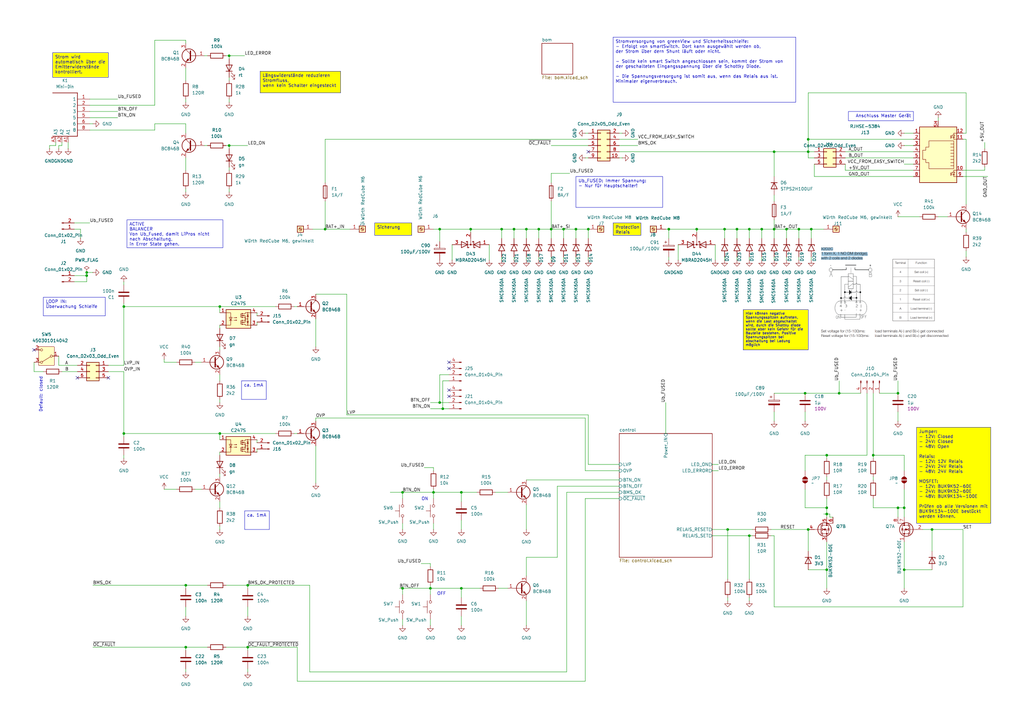
<source format=kicad_sch>
(kicad_sch
	(version 20250114)
	(generator "eeschema")
	(generator_version "9.0")
	(uuid "c138cc6a-756d-4318-83c4-a5413b81ee5f")
	(paper "A3")
	(lib_symbols
		(symbol "Connector:Conn_01x02_Pin"
			(pin_names
				(offset 1.016)
				(hide yes)
			)
			(exclude_from_sim no)
			(in_bom yes)
			(on_board yes)
			(property "Reference" "J"
				(at 0 2.54 0)
				(effects
					(font
						(size 1.27 1.27)
					)
				)
			)
			(property "Value" "Conn_01x02_Pin"
				(at 0 -5.08 0)
				(effects
					(font
						(size 1.27 1.27)
					)
				)
			)
			(property "Footprint" ""
				(at 0 0 0)
				(effects
					(font
						(size 1.27 1.27)
					)
					(hide yes)
				)
			)
			(property "Datasheet" "~"
				(at 0 0 0)
				(effects
					(font
						(size 1.27 1.27)
					)
					(hide yes)
				)
			)
			(property "Description" "Generic connector, single row, 01x02, script generated"
				(at 0 0 0)
				(effects
					(font
						(size 1.27 1.27)
					)
					(hide yes)
				)
			)
			(property "ki_locked" ""
				(at 0 0 0)
				(effects
					(font
						(size 1.27 1.27)
					)
				)
			)
			(property "ki_keywords" "connector"
				(at 0 0 0)
				(effects
					(font
						(size 1.27 1.27)
					)
					(hide yes)
				)
			)
			(property "ki_fp_filters" "Connector*:*_1x??_*"
				(at 0 0 0)
				(effects
					(font
						(size 1.27 1.27)
					)
					(hide yes)
				)
			)
			(symbol "Conn_01x02_Pin_1_1"
				(rectangle
					(start 0.8636 0.127)
					(end 0 -0.127)
					(stroke
						(width 0.1524)
						(type default)
					)
					(fill
						(type outline)
					)
				)
				(rectangle
					(start 0.8636 -2.413)
					(end 0 -2.667)
					(stroke
						(width 0.1524)
						(type default)
					)
					(fill
						(type outline)
					)
				)
				(polyline
					(pts
						(xy 1.27 0) (xy 0.8636 0)
					)
					(stroke
						(width 0.1524)
						(type default)
					)
					(fill
						(type none)
					)
				)
				(polyline
					(pts
						(xy 1.27 -2.54) (xy 0.8636 -2.54)
					)
					(stroke
						(width 0.1524)
						(type default)
					)
					(fill
						(type none)
					)
				)
				(pin passive line
					(at 5.08 0 180)
					(length 3.81)
					(name "Pin_1"
						(effects
							(font
								(size 1.27 1.27)
							)
						)
					)
					(number "1"
						(effects
							(font
								(size 1.27 1.27)
							)
						)
					)
				)
				(pin passive line
					(at 5.08 -2.54 180)
					(length 3.81)
					(name "Pin_2"
						(effects
							(font
								(size 1.27 1.27)
							)
						)
					)
					(number "2"
						(effects
							(font
								(size 1.27 1.27)
							)
						)
					)
				)
			)
			(embedded_fonts no)
		)
		(symbol "Connector:Conn_01x04_Pin"
			(pin_names
				(offset 1.016)
				(hide yes)
			)
			(exclude_from_sim no)
			(in_bom yes)
			(on_board yes)
			(property "Reference" "J"
				(at 0 5.08 0)
				(effects
					(font
						(size 1.27 1.27)
					)
				)
			)
			(property "Value" "Conn_01x04_Pin"
				(at 0 -7.62 0)
				(effects
					(font
						(size 1.27 1.27)
					)
				)
			)
			(property "Footprint" ""
				(at 0 0 0)
				(effects
					(font
						(size 1.27 1.27)
					)
					(hide yes)
				)
			)
			(property "Datasheet" "~"
				(at 0 0 0)
				(effects
					(font
						(size 1.27 1.27)
					)
					(hide yes)
				)
			)
			(property "Description" "Generic connector, single row, 01x04, script generated"
				(at 0 0 0)
				(effects
					(font
						(size 1.27 1.27)
					)
					(hide yes)
				)
			)
			(property "ki_locked" ""
				(at 0 0 0)
				(effects
					(font
						(size 1.27 1.27)
					)
				)
			)
			(property "ki_keywords" "connector"
				(at 0 0 0)
				(effects
					(font
						(size 1.27 1.27)
					)
					(hide yes)
				)
			)
			(property "ki_fp_filters" "Connector*:*_1x??_*"
				(at 0 0 0)
				(effects
					(font
						(size 1.27 1.27)
					)
					(hide yes)
				)
			)
			(symbol "Conn_01x04_Pin_1_1"
				(rectangle
					(start 0.8636 2.667)
					(end 0 2.413)
					(stroke
						(width 0.1524)
						(type default)
					)
					(fill
						(type outline)
					)
				)
				(rectangle
					(start 0.8636 0.127)
					(end 0 -0.127)
					(stroke
						(width 0.1524)
						(type default)
					)
					(fill
						(type outline)
					)
				)
				(rectangle
					(start 0.8636 -2.413)
					(end 0 -2.667)
					(stroke
						(width 0.1524)
						(type default)
					)
					(fill
						(type outline)
					)
				)
				(rectangle
					(start 0.8636 -4.953)
					(end 0 -5.207)
					(stroke
						(width 0.1524)
						(type default)
					)
					(fill
						(type outline)
					)
				)
				(polyline
					(pts
						(xy 1.27 2.54) (xy 0.8636 2.54)
					)
					(stroke
						(width 0.1524)
						(type default)
					)
					(fill
						(type none)
					)
				)
				(polyline
					(pts
						(xy 1.27 0) (xy 0.8636 0)
					)
					(stroke
						(width 0.1524)
						(type default)
					)
					(fill
						(type none)
					)
				)
				(polyline
					(pts
						(xy 1.27 -2.54) (xy 0.8636 -2.54)
					)
					(stroke
						(width 0.1524)
						(type default)
					)
					(fill
						(type none)
					)
				)
				(polyline
					(pts
						(xy 1.27 -5.08) (xy 0.8636 -5.08)
					)
					(stroke
						(width 0.1524)
						(type default)
					)
					(fill
						(type none)
					)
				)
				(pin passive line
					(at 5.08 2.54 180)
					(length 3.81)
					(name "Pin_1"
						(effects
							(font
								(size 1.27 1.27)
							)
						)
					)
					(number "1"
						(effects
							(font
								(size 1.27 1.27)
							)
						)
					)
				)
				(pin passive line
					(at 5.08 0 180)
					(length 3.81)
					(name "Pin_2"
						(effects
							(font
								(size 1.27 1.27)
							)
						)
					)
					(number "2"
						(effects
							(font
								(size 1.27 1.27)
							)
						)
					)
				)
				(pin passive line
					(at 5.08 -2.54 180)
					(length 3.81)
					(name "Pin_3"
						(effects
							(font
								(size 1.27 1.27)
							)
						)
					)
					(number "3"
						(effects
							(font
								(size 1.27 1.27)
							)
						)
					)
				)
				(pin passive line
					(at 5.08 -5.08 180)
					(length 3.81)
					(name "Pin_4"
						(effects
							(font
								(size 1.27 1.27)
							)
						)
					)
					(number "4"
						(effects
							(font
								(size 1.27 1.27)
							)
						)
					)
				)
			)
			(embedded_fonts no)
		)
		(symbol "Connector:RJ45_LED_Shielded"
			(pin_names
				(offset 1.016)
			)
			(exclude_from_sim no)
			(in_bom yes)
			(on_board yes)
			(property "Reference" "J"
				(at -5.08 13.97 0)
				(effects
					(font
						(size 1.27 1.27)
					)
					(justify right)
				)
			)
			(property "Value" "RJ45_LED_Shielded"
				(at 1.27 13.97 0)
				(effects
					(font
						(size 1.27 1.27)
					)
					(justify left)
				)
			)
			(property "Footprint" ""
				(at 0 0.635 90)
				(effects
					(font
						(size 1.27 1.27)
					)
					(hide yes)
				)
			)
			(property "Datasheet" "~"
				(at 0 0.635 90)
				(effects
					(font
						(size 1.27 1.27)
					)
					(hide yes)
				)
			)
			(property "Description" "RJ connector, 8P8C (8 positions 8 connected), two LEDs, Shielded"
				(at 0 0 0)
				(effects
					(font
						(size 1.27 1.27)
					)
					(hide yes)
				)
			)
			(property "ki_keywords" "8P8C RJ socket jack connector led"
				(at 0 0 0)
				(effects
					(font
						(size 1.27 1.27)
					)
					(hide yes)
				)
			)
			(property "ki_fp_filters" "8P8C* RJ45*"
				(at 0 0 0)
				(effects
					(font
						(size 1.27 1.27)
					)
					(hide yes)
				)
			)
			(symbol "RJ45_LED_Shielded_0_1"
				(polyline
					(pts
						(xy -7.62 10.16) (xy -6.35 10.16)
					)
					(stroke
						(width 0)
						(type default)
					)
					(fill
						(type none)
					)
				)
				(polyline
					(pts
						(xy -7.62 7.62) (xy -6.35 7.62)
					)
					(stroke
						(width 0)
						(type default)
					)
					(fill
						(type none)
					)
				)
				(polyline
					(pts
						(xy -7.62 -5.08) (xy -6.35 -5.08)
					)
					(stroke
						(width 0)
						(type default)
					)
					(fill
						(type none)
					)
				)
				(polyline
					(pts
						(xy -7.62 -7.62) (xy -6.35 -7.62)
					)
					(stroke
						(width 0)
						(type default)
					)
					(fill
						(type none)
					)
				)
				(polyline
					(pts
						(xy -6.858 9.398) (xy -5.842 9.398)
					)
					(stroke
						(width 0)
						(type default)
					)
					(fill
						(type none)
					)
				)
				(polyline
					(pts
						(xy -6.858 -5.842) (xy -5.842 -5.842)
					)
					(stroke
						(width 0)
						(type default)
					)
					(fill
						(type none)
					)
				)
				(polyline
					(pts
						(xy -6.35 10.16) (xy -6.35 9.398)
					)
					(stroke
						(width 0)
						(type default)
					)
					(fill
						(type none)
					)
				)
				(polyline
					(pts
						(xy -6.35 9.398) (xy -6.858 8.382) (xy -5.842 8.382) (xy -6.35 9.398)
					)
					(stroke
						(width 0)
						(type default)
					)
					(fill
						(type none)
					)
				)
				(polyline
					(pts
						(xy -6.35 7.62) (xy -6.35 8.382)
					)
					(stroke
						(width 0)
						(type default)
					)
					(fill
						(type none)
					)
				)
				(polyline
					(pts
						(xy -6.35 1.905) (xy -5.08 1.905) (xy -5.08 1.905)
					)
					(stroke
						(width 0)
						(type default)
					)
					(fill
						(type none)
					)
				)
				(polyline
					(pts
						(xy -6.35 0.635) (xy -5.08 0.635) (xy -5.08 0.635)
					)
					(stroke
						(width 0)
						(type default)
					)
					(fill
						(type none)
					)
				)
				(polyline
					(pts
						(xy -6.35 -0.635) (xy -5.08 -0.635) (xy -5.08 -0.635)
					)
					(stroke
						(width 0)
						(type default)
					)
					(fill
						(type none)
					)
				)
				(polyline
					(pts
						(xy -6.35 -1.905) (xy -5.08 -1.905) (xy -5.08 -1.905)
					)
					(stroke
						(width 0)
						(type default)
					)
					(fill
						(type none)
					)
				)
				(polyline
					(pts
						(xy -6.35 -3.175) (xy -5.08 -3.175) (xy -5.08 -3.175)
					)
					(stroke
						(width 0)
						(type default)
					)
					(fill
						(type none)
					)
				)
				(polyline
					(pts
						(xy -6.35 -4.445) (xy -6.35 6.985) (xy 3.81 6.985) (xy 3.81 4.445) (xy 5.08 4.445) (xy 5.08 3.175)
						(xy 6.35 3.175) (xy 6.35 -0.635) (xy 5.08 -0.635) (xy 5.08 -1.905) (xy 3.81 -1.905) (xy 3.81 -4.445)
						(xy -6.35 -4.445) (xy -6.35 -4.445)
					)
					(stroke
						(width 0)
						(type default)
					)
					(fill
						(type none)
					)
				)
				(polyline
					(pts
						(xy -6.35 -5.08) (xy -6.35 -5.842)
					)
					(stroke
						(width 0)
						(type default)
					)
					(fill
						(type none)
					)
				)
				(polyline
					(pts
						(xy -6.35 -5.842) (xy -6.858 -6.858) (xy -5.842 -6.858) (xy -6.35 -5.842)
					)
					(stroke
						(width 0)
						(type default)
					)
					(fill
						(type none)
					)
				)
				(polyline
					(pts
						(xy -6.35 -7.62) (xy -6.35 -6.858)
					)
					(stroke
						(width 0)
						(type default)
					)
					(fill
						(type none)
					)
				)
				(polyline
					(pts
						(xy -5.588 9.144) (xy -5.08 9.652) (xy -5.461 9.525)
					)
					(stroke
						(width 0)
						(type default)
					)
					(fill
						(type none)
					)
				)
				(polyline
					(pts
						(xy -5.588 8.509) (xy -5.08 9.017) (xy -5.461 8.89)
					)
					(stroke
						(width 0)
						(type default)
					)
					(fill
						(type none)
					)
				)
				(polyline
					(pts
						(xy -5.588 -6.096) (xy -5.08 -5.588) (xy -5.461 -5.715)
					)
					(stroke
						(width 0)
						(type default)
					)
					(fill
						(type none)
					)
				)
				(polyline
					(pts
						(xy -5.588 -6.731) (xy -5.08 -6.223) (xy -5.461 -6.35)
					)
					(stroke
						(width 0)
						(type default)
					)
					(fill
						(type none)
					)
				)
				(polyline
					(pts
						(xy -5.08 9.652) (xy -5.207 9.271)
					)
					(stroke
						(width 0)
						(type default)
					)
					(fill
						(type none)
					)
				)
				(polyline
					(pts
						(xy -5.08 9.017) (xy -5.207 8.636)
					)
					(stroke
						(width 0)
						(type default)
					)
					(fill
						(type none)
					)
				)
				(polyline
					(pts
						(xy -5.08 5.715) (xy -6.35 5.715)
					)
					(stroke
						(width 0)
						(type default)
					)
					(fill
						(type none)
					)
				)
				(polyline
					(pts
						(xy -5.08 4.445) (xy -6.35 4.445)
					)
					(stroke
						(width 0)
						(type default)
					)
					(fill
						(type none)
					)
				)
				(polyline
					(pts
						(xy -5.08 3.175) (xy -6.35 3.175) (xy -6.35 3.175)
					)
					(stroke
						(width 0)
						(type default)
					)
					(fill
						(type none)
					)
				)
				(polyline
					(pts
						(xy -5.08 -5.588) (xy -5.207 -5.969)
					)
					(stroke
						(width 0)
						(type default)
					)
					(fill
						(type none)
					)
				)
				(polyline
					(pts
						(xy -5.08 -6.223) (xy -5.207 -6.604)
					)
					(stroke
						(width 0)
						(type default)
					)
					(fill
						(type none)
					)
				)
				(rectangle
					(start 7.62 12.7)
					(end -7.62 -10.16)
					(stroke
						(width 0.254)
						(type default)
					)
					(fill
						(type background)
					)
				)
			)
			(symbol "RJ45_LED_Shielded_1_1"
				(pin passive line
					(at -10.16 10.16 0)
					(length 2.54)
					(name "~"
						(effects
							(font
								(size 1.27 1.27)
							)
						)
					)
					(number "9"
						(effects
							(font
								(size 1.27 1.27)
							)
						)
					)
				)
				(pin passive line
					(at -10.16 7.62 0)
					(length 2.54)
					(name "~"
						(effects
							(font
								(size 1.27 1.27)
							)
						)
					)
					(number "10"
						(effects
							(font
								(size 1.27 1.27)
							)
						)
					)
				)
				(pin passive line
					(at -10.16 -5.08 0)
					(length 2.54)
					(name "~"
						(effects
							(font
								(size 1.27 1.27)
							)
						)
					)
					(number "11"
						(effects
							(font
								(size 1.27 1.27)
							)
						)
					)
				)
				(pin passive line
					(at -10.16 -7.62 0)
					(length 2.54)
					(name "~"
						(effects
							(font
								(size 1.27 1.27)
							)
						)
					)
					(number "12"
						(effects
							(font
								(size 1.27 1.27)
							)
						)
					)
				)
				(pin passive line
					(at 0 -12.7 90)
					(length 2.54)
					(name "~"
						(effects
							(font
								(size 1.27 1.27)
							)
						)
					)
					(number "SH"
						(effects
							(font
								(size 1.27 1.27)
							)
						)
					)
				)
				(pin passive line
					(at 10.16 10.16 180)
					(length 2.54)
					(name "~"
						(effects
							(font
								(size 1.27 1.27)
							)
						)
					)
					(number "8"
						(effects
							(font
								(size 1.27 1.27)
							)
						)
					)
				)
				(pin passive line
					(at 10.16 7.62 180)
					(length 2.54)
					(name "~"
						(effects
							(font
								(size 1.27 1.27)
							)
						)
					)
					(number "7"
						(effects
							(font
								(size 1.27 1.27)
							)
						)
					)
				)
				(pin passive line
					(at 10.16 5.08 180)
					(length 2.54)
					(name "~"
						(effects
							(font
								(size 1.27 1.27)
							)
						)
					)
					(number "6"
						(effects
							(font
								(size 1.27 1.27)
							)
						)
					)
				)
				(pin passive line
					(at 10.16 2.54 180)
					(length 2.54)
					(name "~"
						(effects
							(font
								(size 1.27 1.27)
							)
						)
					)
					(number "5"
						(effects
							(font
								(size 1.27 1.27)
							)
						)
					)
				)
				(pin passive line
					(at 10.16 0 180)
					(length 2.54)
					(name "~"
						(effects
							(font
								(size 1.27 1.27)
							)
						)
					)
					(number "4"
						(effects
							(font
								(size 1.27 1.27)
							)
						)
					)
				)
				(pin passive line
					(at 10.16 -2.54 180)
					(length 2.54)
					(name "~"
						(effects
							(font
								(size 1.27 1.27)
							)
						)
					)
					(number "3"
						(effects
							(font
								(size 1.27 1.27)
							)
						)
					)
				)
				(pin passive line
					(at 10.16 -5.08 180)
					(length 2.54)
					(name "~"
						(effects
							(font
								(size 1.27 1.27)
							)
						)
					)
					(number "2"
						(effects
							(font
								(size 1.27 1.27)
							)
						)
					)
				)
				(pin passive line
					(at 10.16 -7.62 180)
					(length 2.54)
					(name "~"
						(effects
							(font
								(size 1.27 1.27)
							)
						)
					)
					(number "1"
						(effects
							(font
								(size 1.27 1.27)
							)
						)
					)
				)
			)
			(embedded_fonts no)
		)
		(symbol "Connector:Screw_Terminal_01x01"
			(pin_names
				(offset 1.016)
				(hide yes)
			)
			(exclude_from_sim no)
			(in_bom yes)
			(on_board yes)
			(property "Reference" "J"
				(at 0 2.54 0)
				(effects
					(font
						(size 1.27 1.27)
					)
				)
			)
			(property "Value" "Screw_Terminal_01x01"
				(at 0 -2.54 0)
				(effects
					(font
						(size 1.27 1.27)
					)
				)
			)
			(property "Footprint" ""
				(at 0 0 0)
				(effects
					(font
						(size 1.27 1.27)
					)
					(hide yes)
				)
			)
			(property "Datasheet" "~"
				(at 0 0 0)
				(effects
					(font
						(size 1.27 1.27)
					)
					(hide yes)
				)
			)
			(property "Description" "Generic screw terminal, single row, 01x01, script generated (kicad-library-utils/schlib/autogen/connector/)"
				(at 0 0 0)
				(effects
					(font
						(size 1.27 1.27)
					)
					(hide yes)
				)
			)
			(property "ki_keywords" "screw terminal"
				(at 0 0 0)
				(effects
					(font
						(size 1.27 1.27)
					)
					(hide yes)
				)
			)
			(property "ki_fp_filters" "TerminalBlock*:*"
				(at 0 0 0)
				(effects
					(font
						(size 1.27 1.27)
					)
					(hide yes)
				)
			)
			(symbol "Screw_Terminal_01x01_1_1"
				(rectangle
					(start -1.27 1.27)
					(end 1.27 -1.27)
					(stroke
						(width 0.254)
						(type default)
					)
					(fill
						(type background)
					)
				)
				(polyline
					(pts
						(xy -0.5334 0.3302) (xy 0.3302 -0.508)
					)
					(stroke
						(width 0.1524)
						(type default)
					)
					(fill
						(type none)
					)
				)
				(polyline
					(pts
						(xy -0.3556 0.508) (xy 0.508 -0.3302)
					)
					(stroke
						(width 0.1524)
						(type default)
					)
					(fill
						(type none)
					)
				)
				(circle
					(center 0 0)
					(radius 0.635)
					(stroke
						(width 0.1524)
						(type default)
					)
					(fill
						(type none)
					)
				)
				(pin passive line
					(at -5.08 0 0)
					(length 3.81)
					(name "Pin_1"
						(effects
							(font
								(size 1.27 1.27)
							)
						)
					)
					(number "1"
						(effects
							(font
								(size 1.27 1.27)
							)
						)
					)
				)
			)
			(embedded_fonts no)
		)
		(symbol "Connector_Generic:Conn_02x03_Odd_Even"
			(pin_names
				(offset 1.016)
				(hide yes)
			)
			(exclude_from_sim no)
			(in_bom yes)
			(on_board yes)
			(property "Reference" "J"
				(at 1.27 5.08 0)
				(effects
					(font
						(size 1.27 1.27)
					)
				)
			)
			(property "Value" "Conn_02x03_Odd_Even"
				(at 1.27 -5.08 0)
				(effects
					(font
						(size 1.27 1.27)
					)
				)
			)
			(property "Footprint" ""
				(at 0 0 0)
				(effects
					(font
						(size 1.27 1.27)
					)
					(hide yes)
				)
			)
			(property "Datasheet" "~"
				(at 0 0 0)
				(effects
					(font
						(size 1.27 1.27)
					)
					(hide yes)
				)
			)
			(property "Description" "Generic connector, double row, 02x03, odd/even pin numbering scheme (row 1 odd numbers, row 2 even numbers), script generated (kicad-library-utils/schlib/autogen/connector/)"
				(at 0 0 0)
				(effects
					(font
						(size 1.27 1.27)
					)
					(hide yes)
				)
			)
			(property "ki_keywords" "connector"
				(at 0 0 0)
				(effects
					(font
						(size 1.27 1.27)
					)
					(hide yes)
				)
			)
			(property "ki_fp_filters" "Connector*:*_2x??_*"
				(at 0 0 0)
				(effects
					(font
						(size 1.27 1.27)
					)
					(hide yes)
				)
			)
			(symbol "Conn_02x03_Odd_Even_1_1"
				(rectangle
					(start -1.27 3.81)
					(end 3.81 -3.81)
					(stroke
						(width 0.254)
						(type default)
					)
					(fill
						(type background)
					)
				)
				(rectangle
					(start -1.27 2.667)
					(end 0 2.413)
					(stroke
						(width 0.1524)
						(type default)
					)
					(fill
						(type none)
					)
				)
				(rectangle
					(start -1.27 0.127)
					(end 0 -0.127)
					(stroke
						(width 0.1524)
						(type default)
					)
					(fill
						(type none)
					)
				)
				(rectangle
					(start -1.27 -2.413)
					(end 0 -2.667)
					(stroke
						(width 0.1524)
						(type default)
					)
					(fill
						(type none)
					)
				)
				(rectangle
					(start 3.81 2.667)
					(end 2.54 2.413)
					(stroke
						(width 0.1524)
						(type default)
					)
					(fill
						(type none)
					)
				)
				(rectangle
					(start 3.81 0.127)
					(end 2.54 -0.127)
					(stroke
						(width 0.1524)
						(type default)
					)
					(fill
						(type none)
					)
				)
				(rectangle
					(start 3.81 -2.413)
					(end 2.54 -2.667)
					(stroke
						(width 0.1524)
						(type default)
					)
					(fill
						(type none)
					)
				)
				(pin passive line
					(at -5.08 2.54 0)
					(length 3.81)
					(name "Pin_1"
						(effects
							(font
								(size 1.27 1.27)
							)
						)
					)
					(number "1"
						(effects
							(font
								(size 1.27 1.27)
							)
						)
					)
				)
				(pin passive line
					(at -5.08 0 0)
					(length 3.81)
					(name "Pin_3"
						(effects
							(font
								(size 1.27 1.27)
							)
						)
					)
					(number "3"
						(effects
							(font
								(size 1.27 1.27)
							)
						)
					)
				)
				(pin passive line
					(at -5.08 -2.54 0)
					(length 3.81)
					(name "Pin_5"
						(effects
							(font
								(size 1.27 1.27)
							)
						)
					)
					(number "5"
						(effects
							(font
								(size 1.27 1.27)
							)
						)
					)
				)
				(pin passive line
					(at 7.62 2.54 180)
					(length 3.81)
					(name "Pin_2"
						(effects
							(font
								(size 1.27 1.27)
							)
						)
					)
					(number "2"
						(effects
							(font
								(size 1.27 1.27)
							)
						)
					)
				)
				(pin passive line
					(at 7.62 0 180)
					(length 3.81)
					(name "Pin_4"
						(effects
							(font
								(size 1.27 1.27)
							)
						)
					)
					(number "4"
						(effects
							(font
								(size 1.27 1.27)
							)
						)
					)
				)
				(pin passive line
					(at 7.62 -2.54 180)
					(length 3.81)
					(name "Pin_6"
						(effects
							(font
								(size 1.27 1.27)
							)
						)
					)
					(number "6"
						(effects
							(font
								(size 1.27 1.27)
							)
						)
					)
				)
			)
			(embedded_fonts no)
		)
		(symbol "Connector_Generic:Conn_02x05_Odd_Even"
			(pin_names
				(offset 1.016)
				(hide yes)
			)
			(exclude_from_sim no)
			(in_bom yes)
			(on_board yes)
			(property "Reference" "J"
				(at 1.27 7.62 0)
				(effects
					(font
						(size 1.27 1.27)
					)
				)
			)
			(property "Value" "Conn_02x05_Odd_Even"
				(at 1.27 -7.62 0)
				(effects
					(font
						(size 1.27 1.27)
					)
				)
			)
			(property "Footprint" ""
				(at 0 0 0)
				(effects
					(font
						(size 1.27 1.27)
					)
					(hide yes)
				)
			)
			(property "Datasheet" "~"
				(at 0 0 0)
				(effects
					(font
						(size 1.27 1.27)
					)
					(hide yes)
				)
			)
			(property "Description" "Generic connector, double row, 02x05, odd/even pin numbering scheme (row 1 odd numbers, row 2 even numbers), script generated (kicad-library-utils/schlib/autogen/connector/)"
				(at 0 0 0)
				(effects
					(font
						(size 1.27 1.27)
					)
					(hide yes)
				)
			)
			(property "ki_keywords" "connector"
				(at 0 0 0)
				(effects
					(font
						(size 1.27 1.27)
					)
					(hide yes)
				)
			)
			(property "ki_fp_filters" "Connector*:*_2x??_*"
				(at 0 0 0)
				(effects
					(font
						(size 1.27 1.27)
					)
					(hide yes)
				)
			)
			(symbol "Conn_02x05_Odd_Even_1_1"
				(rectangle
					(start -1.27 6.35)
					(end 3.81 -6.35)
					(stroke
						(width 0.254)
						(type default)
					)
					(fill
						(type background)
					)
				)
				(rectangle
					(start -1.27 5.207)
					(end 0 4.953)
					(stroke
						(width 0.1524)
						(type default)
					)
					(fill
						(type none)
					)
				)
				(rectangle
					(start -1.27 2.667)
					(end 0 2.413)
					(stroke
						(width 0.1524)
						(type default)
					)
					(fill
						(type none)
					)
				)
				(rectangle
					(start -1.27 0.127)
					(end 0 -0.127)
					(stroke
						(width 0.1524)
						(type default)
					)
					(fill
						(type none)
					)
				)
				(rectangle
					(start -1.27 -2.413)
					(end 0 -2.667)
					(stroke
						(width 0.1524)
						(type default)
					)
					(fill
						(type none)
					)
				)
				(rectangle
					(start -1.27 -4.953)
					(end 0 -5.207)
					(stroke
						(width 0.1524)
						(type default)
					)
					(fill
						(type none)
					)
				)
				(rectangle
					(start 3.81 5.207)
					(end 2.54 4.953)
					(stroke
						(width 0.1524)
						(type default)
					)
					(fill
						(type none)
					)
				)
				(rectangle
					(start 3.81 2.667)
					(end 2.54 2.413)
					(stroke
						(width 0.1524)
						(type default)
					)
					(fill
						(type none)
					)
				)
				(rectangle
					(start 3.81 0.127)
					(end 2.54 -0.127)
					(stroke
						(width 0.1524)
						(type default)
					)
					(fill
						(type none)
					)
				)
				(rectangle
					(start 3.81 -2.413)
					(end 2.54 -2.667)
					(stroke
						(width 0.1524)
						(type default)
					)
					(fill
						(type none)
					)
				)
				(rectangle
					(start 3.81 -4.953)
					(end 2.54 -5.207)
					(stroke
						(width 0.1524)
						(type default)
					)
					(fill
						(type none)
					)
				)
				(pin passive line
					(at -5.08 5.08 0)
					(length 3.81)
					(name "Pin_1"
						(effects
							(font
								(size 1.27 1.27)
							)
						)
					)
					(number "1"
						(effects
							(font
								(size 1.27 1.27)
							)
						)
					)
				)
				(pin passive line
					(at -5.08 2.54 0)
					(length 3.81)
					(name "Pin_3"
						(effects
							(font
								(size 1.27 1.27)
							)
						)
					)
					(number "3"
						(effects
							(font
								(size 1.27 1.27)
							)
						)
					)
				)
				(pin passive line
					(at -5.08 0 0)
					(length 3.81)
					(name "Pin_5"
						(effects
							(font
								(size 1.27 1.27)
							)
						)
					)
					(number "5"
						(effects
							(font
								(size 1.27 1.27)
							)
						)
					)
				)
				(pin passive line
					(at -5.08 -2.54 0)
					(length 3.81)
					(name "Pin_7"
						(effects
							(font
								(size 1.27 1.27)
							)
						)
					)
					(number "7"
						(effects
							(font
								(size 1.27 1.27)
							)
						)
					)
				)
				(pin passive line
					(at -5.08 -5.08 0)
					(length 3.81)
					(name "Pin_9"
						(effects
							(font
								(size 1.27 1.27)
							)
						)
					)
					(number "9"
						(effects
							(font
								(size 1.27 1.27)
							)
						)
					)
				)
				(pin passive line
					(at 7.62 5.08 180)
					(length 3.81)
					(name "Pin_2"
						(effects
							(font
								(size 1.27 1.27)
							)
						)
					)
					(number "2"
						(effects
							(font
								(size 1.27 1.27)
							)
						)
					)
				)
				(pin passive line
					(at 7.62 2.54 180)
					(length 3.81)
					(name "Pin_4"
						(effects
							(font
								(size 1.27 1.27)
							)
						)
					)
					(number "4"
						(effects
							(font
								(size 1.27 1.27)
							)
						)
					)
				)
				(pin passive line
					(at 7.62 0 180)
					(length 3.81)
					(name "Pin_6"
						(effects
							(font
								(size 1.27 1.27)
							)
						)
					)
					(number "6"
						(effects
							(font
								(size 1.27 1.27)
							)
						)
					)
				)
				(pin passive line
					(at 7.62 -2.54 180)
					(length 3.81)
					(name "Pin_8"
						(effects
							(font
								(size 1.27 1.27)
							)
						)
					)
					(number "8"
						(effects
							(font
								(size 1.27 1.27)
							)
						)
					)
				)
				(pin passive line
					(at 7.62 -5.08 180)
					(length 3.81)
					(name "Pin_10"
						(effects
							(font
								(size 1.27 1.27)
							)
						)
					)
					(number "10"
						(effects
							(font
								(size 1.27 1.27)
							)
						)
					)
				)
			)
			(embedded_fonts no)
		)
		(symbol "Device:C"
			(pin_numbers
				(hide yes)
			)
			(pin_names
				(offset 0.254)
			)
			(exclude_from_sim no)
			(in_bom yes)
			(on_board yes)
			(property "Reference" "C"
				(at 0.635 2.54 0)
				(effects
					(font
						(size 1.27 1.27)
					)
					(justify left)
				)
			)
			(property "Value" "C"
				(at 0.635 -2.54 0)
				(effects
					(font
						(size 1.27 1.27)
					)
					(justify left)
				)
			)
			(property "Footprint" ""
				(at 0.9652 -3.81 0)
				(effects
					(font
						(size 1.27 1.27)
					)
					(hide yes)
				)
			)
			(property "Datasheet" "~"
				(at 0 0 0)
				(effects
					(font
						(size 1.27 1.27)
					)
					(hide yes)
				)
			)
			(property "Description" "Unpolarized capacitor"
				(at 0 0 0)
				(effects
					(font
						(size 1.27 1.27)
					)
					(hide yes)
				)
			)
			(property "ki_keywords" "cap capacitor"
				(at 0 0 0)
				(effects
					(font
						(size 1.27 1.27)
					)
					(hide yes)
				)
			)
			(property "ki_fp_filters" "C_*"
				(at 0 0 0)
				(effects
					(font
						(size 1.27 1.27)
					)
					(hide yes)
				)
			)
			(symbol "C_0_1"
				(polyline
					(pts
						(xy -2.032 0.762) (xy 2.032 0.762)
					)
					(stroke
						(width 0.508)
						(type default)
					)
					(fill
						(type none)
					)
				)
				(polyline
					(pts
						(xy -2.032 -0.762) (xy 2.032 -0.762)
					)
					(stroke
						(width 0.508)
						(type default)
					)
					(fill
						(type none)
					)
				)
			)
			(symbol "C_1_1"
				(pin passive line
					(at 0 3.81 270)
					(length 2.794)
					(name "~"
						(effects
							(font
								(size 1.27 1.27)
							)
						)
					)
					(number "1"
						(effects
							(font
								(size 1.27 1.27)
							)
						)
					)
				)
				(pin passive line
					(at 0 -3.81 90)
					(length 2.794)
					(name "~"
						(effects
							(font
								(size 1.27 1.27)
							)
						)
					)
					(number "2"
						(effects
							(font
								(size 1.27 1.27)
							)
						)
					)
				)
			)
			(embedded_fonts no)
		)
		(symbol "Device:C_Polarized"
			(pin_numbers
				(hide yes)
			)
			(pin_names
				(offset 0.254)
			)
			(exclude_from_sim no)
			(in_bom yes)
			(on_board yes)
			(property "Reference" "C"
				(at 0.635 2.54 0)
				(effects
					(font
						(size 1.27 1.27)
					)
					(justify left)
				)
			)
			(property "Value" "C_Polarized"
				(at 0.635 -2.54 0)
				(effects
					(font
						(size 1.27 1.27)
					)
					(justify left)
				)
			)
			(property "Footprint" ""
				(at 0.9652 -3.81 0)
				(effects
					(font
						(size 1.27 1.27)
					)
					(hide yes)
				)
			)
			(property "Datasheet" "~"
				(at 0 0 0)
				(effects
					(font
						(size 1.27 1.27)
					)
					(hide yes)
				)
			)
			(property "Description" "Polarized capacitor"
				(at 0 0 0)
				(effects
					(font
						(size 1.27 1.27)
					)
					(hide yes)
				)
			)
			(property "ki_keywords" "cap capacitor"
				(at 0 0 0)
				(effects
					(font
						(size 1.27 1.27)
					)
					(hide yes)
				)
			)
			(property "ki_fp_filters" "CP_*"
				(at 0 0 0)
				(effects
					(font
						(size 1.27 1.27)
					)
					(hide yes)
				)
			)
			(symbol "C_Polarized_0_1"
				(rectangle
					(start -2.286 0.508)
					(end 2.286 1.016)
					(stroke
						(width 0)
						(type default)
					)
					(fill
						(type none)
					)
				)
				(polyline
					(pts
						(xy -1.778 2.286) (xy -0.762 2.286)
					)
					(stroke
						(width 0)
						(type default)
					)
					(fill
						(type none)
					)
				)
				(polyline
					(pts
						(xy -1.27 2.794) (xy -1.27 1.778)
					)
					(stroke
						(width 0)
						(type default)
					)
					(fill
						(type none)
					)
				)
				(rectangle
					(start 2.286 -0.508)
					(end -2.286 -1.016)
					(stroke
						(width 0)
						(type default)
					)
					(fill
						(type outline)
					)
				)
			)
			(symbol "C_Polarized_1_1"
				(pin passive line
					(at 0 3.81 270)
					(length 2.794)
					(name "~"
						(effects
							(font
								(size 1.27 1.27)
							)
						)
					)
					(number "1"
						(effects
							(font
								(size 1.27 1.27)
							)
						)
					)
				)
				(pin passive line
					(at 0 -3.81 90)
					(length 2.794)
					(name "~"
						(effects
							(font
								(size 1.27 1.27)
							)
						)
					)
					(number "2"
						(effects
							(font
								(size 1.27 1.27)
							)
						)
					)
				)
			)
			(embedded_fonts no)
		)
		(symbol "Device:D"
			(pin_numbers
				(hide yes)
			)
			(pin_names
				(offset 1.016)
				(hide yes)
			)
			(exclude_from_sim no)
			(in_bom yes)
			(on_board yes)
			(property "Reference" "D"
				(at 0 2.54 0)
				(effects
					(font
						(size 1.27 1.27)
					)
				)
			)
			(property "Value" "D"
				(at 0 -2.54 0)
				(effects
					(font
						(size 1.27 1.27)
					)
				)
			)
			(property "Footprint" ""
				(at 0 0 0)
				(effects
					(font
						(size 1.27 1.27)
					)
					(hide yes)
				)
			)
			(property "Datasheet" "~"
				(at 0 0 0)
				(effects
					(font
						(size 1.27 1.27)
					)
					(hide yes)
				)
			)
			(property "Description" "Diode"
				(at 0 0 0)
				(effects
					(font
						(size 1.27 1.27)
					)
					(hide yes)
				)
			)
			(property "Sim.Device" "D"
				(at 0 0 0)
				(effects
					(font
						(size 1.27 1.27)
					)
					(hide yes)
				)
			)
			(property "Sim.Pins" "1=K 2=A"
				(at 0 0 0)
				(effects
					(font
						(size 1.27 1.27)
					)
					(hide yes)
				)
			)
			(property "ki_keywords" "diode"
				(at 0 0 0)
				(effects
					(font
						(size 1.27 1.27)
					)
					(hide yes)
				)
			)
			(property "ki_fp_filters" "TO-???* *_Diode_* *SingleDiode* D_*"
				(at 0 0 0)
				(effects
					(font
						(size 1.27 1.27)
					)
					(hide yes)
				)
			)
			(symbol "D_0_1"
				(polyline
					(pts
						(xy -1.27 1.27) (xy -1.27 -1.27)
					)
					(stroke
						(width 0.254)
						(type default)
					)
					(fill
						(type none)
					)
				)
				(polyline
					(pts
						(xy 1.27 1.27) (xy 1.27 -1.27) (xy -1.27 0) (xy 1.27 1.27)
					)
					(stroke
						(width 0.254)
						(type default)
					)
					(fill
						(type none)
					)
				)
				(polyline
					(pts
						(xy 1.27 0) (xy -1.27 0)
					)
					(stroke
						(width 0)
						(type default)
					)
					(fill
						(type none)
					)
				)
			)
			(symbol "D_1_1"
				(pin passive line
					(at -3.81 0 0)
					(length 2.54)
					(name "K"
						(effects
							(font
								(size 1.27 1.27)
							)
						)
					)
					(number "1"
						(effects
							(font
								(size 1.27 1.27)
							)
						)
					)
				)
				(pin passive line
					(at 3.81 0 180)
					(length 2.54)
					(name "A"
						(effects
							(font
								(size 1.27 1.27)
							)
						)
					)
					(number "2"
						(effects
							(font
								(size 1.27 1.27)
							)
						)
					)
				)
			)
			(embedded_fonts no)
		)
		(symbol "Device:D_Schottky_Dual_CommonCathode_AKA"
			(pin_names
				(offset 0.762)
				(hide yes)
			)
			(exclude_from_sim no)
			(in_bom yes)
			(on_board yes)
			(property "Reference" "D"
				(at 1.27 -2.54 0)
				(effects
					(font
						(size 1.27 1.27)
					)
				)
			)
			(property "Value" "D_Schottky_Dual_CommonCathode_AKA"
				(at 0 2.54 0)
				(effects
					(font
						(size 1.27 1.27)
					)
				)
			)
			(property "Footprint" ""
				(at 0 0 0)
				(effects
					(font
						(size 1.27 1.27)
					)
					(hide yes)
				)
			)
			(property "Datasheet" "~"
				(at 0 0 0)
				(effects
					(font
						(size 1.27 1.27)
					)
					(hide yes)
				)
			)
			(property "Description" "Dual Schottky diode, common cathode on pin 2"
				(at 0 0 0)
				(effects
					(font
						(size 1.27 1.27)
					)
					(hide yes)
				)
			)
			(property "ki_keywords" "diode"
				(at 0 0 0)
				(effects
					(font
						(size 1.27 1.27)
					)
					(hide yes)
				)
			)
			(symbol "D_Schottky_Dual_CommonCathode_AKA_0_1"
				(polyline
					(pts
						(xy -3.81 1.27) (xy -1.27 0) (xy -3.81 -1.27) (xy -3.81 1.27) (xy -3.81 1.27) (xy -3.81 1.27)
					)
					(stroke
						(width 0.254)
						(type default)
					)
					(fill
						(type none)
					)
				)
				(polyline
					(pts
						(xy -1.778 1.016) (xy -1.778 1.27) (xy -1.27 1.27) (xy -1.27 1.27) (xy -1.27 1.27)
					)
					(stroke
						(width 0.254)
						(type default)
					)
					(fill
						(type none)
					)
				)
				(polyline
					(pts
						(xy -1.27 -1.27) (xy -1.27 1.27) (xy -1.27 1.27)
					)
					(stroke
						(width 0.254)
						(type default)
					)
					(fill
						(type none)
					)
				)
				(polyline
					(pts
						(xy -1.27 -1.27) (xy -0.762 -1.27) (xy -0.762 -1.016) (xy -0.762 -1.016)
					)
					(stroke
						(width 0.254)
						(type default)
					)
					(fill
						(type none)
					)
				)
				(polyline
					(pts
						(xy 0 0) (xy 0 -2.54)
					)
					(stroke
						(width 0)
						(type default)
					)
					(fill
						(type none)
					)
				)
				(circle
					(center 0 0)
					(radius 0.254)
					(stroke
						(width 0)
						(type default)
					)
					(fill
						(type outline)
					)
				)
				(polyline
					(pts
						(xy 1.27 1.27) (xy 0.762 1.27) (xy 0.762 1.016) (xy 0.762 1.016)
					)
					(stroke
						(width 0.254)
						(type default)
					)
					(fill
						(type none)
					)
				)
				(polyline
					(pts
						(xy 1.27 -1.27) (xy 1.27 1.27) (xy 1.27 1.27)
					)
					(stroke
						(width 0.254)
						(type default)
					)
					(fill
						(type none)
					)
				)
				(polyline
					(pts
						(xy 1.27 -1.27) (xy 1.778 -1.27) (xy 1.778 -1.016) (xy 1.778 -1.016)
					)
					(stroke
						(width 0.254)
						(type default)
					)
					(fill
						(type none)
					)
				)
				(polyline
					(pts
						(xy 3.81 0) (xy -3.81 0)
					)
					(stroke
						(width 0)
						(type default)
					)
					(fill
						(type none)
					)
				)
				(polyline
					(pts
						(xy 3.81 -1.27) (xy 1.27 0) (xy 3.81 1.27) (xy 3.81 -1.27) (xy 3.81 -1.27) (xy 3.81 -1.27)
					)
					(stroke
						(width 0.254)
						(type default)
					)
					(fill
						(type none)
					)
				)
				(pin passive line
					(at -7.62 0 0)
					(length 3.81)
					(name "A"
						(effects
							(font
								(size 1.27 1.27)
							)
						)
					)
					(number "1"
						(effects
							(font
								(size 1.27 1.27)
							)
						)
					)
				)
				(pin passive line
					(at 0 -5.08 90)
					(length 2.54)
					(name "K"
						(effects
							(font
								(size 1.27 1.27)
							)
						)
					)
					(number "2"
						(effects
							(font
								(size 1.27 1.27)
							)
						)
					)
				)
				(pin passive line
					(at 7.62 0 180)
					(length 3.81)
					(name "A"
						(effects
							(font
								(size 1.27 1.27)
							)
						)
					)
					(number "3"
						(effects
							(font
								(size 1.27 1.27)
							)
						)
					)
				)
			)
			(embedded_fonts no)
		)
		(symbol "Device:D_Zener"
			(pin_numbers
				(hide yes)
			)
			(pin_names
				(offset 1.016)
				(hide yes)
			)
			(exclude_from_sim no)
			(in_bom yes)
			(on_board yes)
			(property "Reference" "D"
				(at 0 2.54 0)
				(effects
					(font
						(size 1.27 1.27)
					)
				)
			)
			(property "Value" "D_Zener"
				(at 0 -2.54 0)
				(effects
					(font
						(size 1.27 1.27)
					)
				)
			)
			(property "Footprint" ""
				(at 0 0 0)
				(effects
					(font
						(size 1.27 1.27)
					)
					(hide yes)
				)
			)
			(property "Datasheet" "~"
				(at 0 0 0)
				(effects
					(font
						(size 1.27 1.27)
					)
					(hide yes)
				)
			)
			(property "Description" "Zener diode"
				(at 0 0 0)
				(effects
					(font
						(size 1.27 1.27)
					)
					(hide yes)
				)
			)
			(property "ki_keywords" "diode"
				(at 0 0 0)
				(effects
					(font
						(size 1.27 1.27)
					)
					(hide yes)
				)
			)
			(property "ki_fp_filters" "TO-???* *_Diode_* *SingleDiode* D_*"
				(at 0 0 0)
				(effects
					(font
						(size 1.27 1.27)
					)
					(hide yes)
				)
			)
			(symbol "D_Zener_0_1"
				(polyline
					(pts
						(xy -1.27 -1.27) (xy -1.27 1.27) (xy -0.762 1.27)
					)
					(stroke
						(width 0.254)
						(type default)
					)
					(fill
						(type none)
					)
				)
				(polyline
					(pts
						(xy 1.27 0) (xy -1.27 0)
					)
					(stroke
						(width 0)
						(type default)
					)
					(fill
						(type none)
					)
				)
				(polyline
					(pts
						(xy 1.27 -1.27) (xy 1.27 1.27) (xy -1.27 0) (xy 1.27 -1.27)
					)
					(stroke
						(width 0.254)
						(type default)
					)
					(fill
						(type none)
					)
				)
			)
			(symbol "D_Zener_1_1"
				(pin passive line
					(at -3.81 0 0)
					(length 2.54)
					(name "K"
						(effects
							(font
								(size 1.27 1.27)
							)
						)
					)
					(number "1"
						(effects
							(font
								(size 1.27 1.27)
							)
						)
					)
				)
				(pin passive line
					(at 3.81 0 180)
					(length 2.54)
					(name "A"
						(effects
							(font
								(size 1.27 1.27)
							)
						)
					)
					(number "2"
						(effects
							(font
								(size 1.27 1.27)
							)
						)
					)
				)
			)
			(embedded_fonts no)
		)
		(symbol "Device:Fuse"
			(pin_numbers
				(hide yes)
			)
			(pin_names
				(offset 0)
			)
			(exclude_from_sim no)
			(in_bom yes)
			(on_board yes)
			(property "Reference" "F"
				(at 2.032 0 90)
				(effects
					(font
						(size 1.27 1.27)
					)
				)
			)
			(property "Value" "Fuse"
				(at -1.905 0 90)
				(effects
					(font
						(size 1.27 1.27)
					)
				)
			)
			(property "Footprint" ""
				(at -1.778 0 90)
				(effects
					(font
						(size 1.27 1.27)
					)
					(hide yes)
				)
			)
			(property "Datasheet" "~"
				(at 0 0 0)
				(effects
					(font
						(size 1.27 1.27)
					)
					(hide yes)
				)
			)
			(property "Description" "Fuse"
				(at 0 0 0)
				(effects
					(font
						(size 1.27 1.27)
					)
					(hide yes)
				)
			)
			(property "ki_keywords" "fuse"
				(at 0 0 0)
				(effects
					(font
						(size 1.27 1.27)
					)
					(hide yes)
				)
			)
			(property "ki_fp_filters" "*Fuse*"
				(at 0 0 0)
				(effects
					(font
						(size 1.27 1.27)
					)
					(hide yes)
				)
			)
			(symbol "Fuse_0_1"
				(rectangle
					(start -0.762 -2.54)
					(end 0.762 2.54)
					(stroke
						(width 0.254)
						(type default)
					)
					(fill
						(type none)
					)
				)
				(polyline
					(pts
						(xy 0 2.54) (xy 0 -2.54)
					)
					(stroke
						(width 0)
						(type default)
					)
					(fill
						(type none)
					)
				)
			)
			(symbol "Fuse_1_1"
				(pin passive line
					(at 0 3.81 270)
					(length 1.27)
					(name "~"
						(effects
							(font
								(size 1.27 1.27)
							)
						)
					)
					(number "1"
						(effects
							(font
								(size 1.27 1.27)
							)
						)
					)
				)
				(pin passive line
					(at 0 -3.81 90)
					(length 1.27)
					(name "~"
						(effects
							(font
								(size 1.27 1.27)
							)
						)
					)
					(number "2"
						(effects
							(font
								(size 1.27 1.27)
							)
						)
					)
				)
			)
			(embedded_fonts no)
		)
		(symbol "Device:LED"
			(pin_numbers
				(hide yes)
			)
			(pin_names
				(offset 1.016)
				(hide yes)
			)
			(exclude_from_sim no)
			(in_bom yes)
			(on_board yes)
			(property "Reference" "D"
				(at 0 2.54 0)
				(effects
					(font
						(size 1.27 1.27)
					)
				)
			)
			(property "Value" "LED"
				(at 0 -2.54 0)
				(effects
					(font
						(size 1.27 1.27)
					)
				)
			)
			(property "Footprint" ""
				(at 0 0 0)
				(effects
					(font
						(size 1.27 1.27)
					)
					(hide yes)
				)
			)
			(property "Datasheet" "~"
				(at 0 0 0)
				(effects
					(font
						(size 1.27 1.27)
					)
					(hide yes)
				)
			)
			(property "Description" "Light emitting diode"
				(at 0 0 0)
				(effects
					(font
						(size 1.27 1.27)
					)
					(hide yes)
				)
			)
			(property "Sim.Pins" "1=K 2=A"
				(at 0 0 0)
				(effects
					(font
						(size 1.27 1.27)
					)
					(hide yes)
				)
			)
			(property "ki_keywords" "LED diode"
				(at 0 0 0)
				(effects
					(font
						(size 1.27 1.27)
					)
					(hide yes)
				)
			)
			(property "ki_fp_filters" "LED* LED_SMD:* LED_THT:*"
				(at 0 0 0)
				(effects
					(font
						(size 1.27 1.27)
					)
					(hide yes)
				)
			)
			(symbol "LED_0_1"
				(polyline
					(pts
						(xy -3.048 -0.762) (xy -4.572 -2.286) (xy -3.81 -2.286) (xy -4.572 -2.286) (xy -4.572 -1.524)
					)
					(stroke
						(width 0)
						(type default)
					)
					(fill
						(type none)
					)
				)
				(polyline
					(pts
						(xy -1.778 -0.762) (xy -3.302 -2.286) (xy -2.54 -2.286) (xy -3.302 -2.286) (xy -3.302 -1.524)
					)
					(stroke
						(width 0)
						(type default)
					)
					(fill
						(type none)
					)
				)
				(polyline
					(pts
						(xy -1.27 0) (xy 1.27 0)
					)
					(stroke
						(width 0)
						(type default)
					)
					(fill
						(type none)
					)
				)
				(polyline
					(pts
						(xy -1.27 -1.27) (xy -1.27 1.27)
					)
					(stroke
						(width 0.254)
						(type default)
					)
					(fill
						(type none)
					)
				)
				(polyline
					(pts
						(xy 1.27 -1.27) (xy 1.27 1.27) (xy -1.27 0) (xy 1.27 -1.27)
					)
					(stroke
						(width 0.254)
						(type default)
					)
					(fill
						(type none)
					)
				)
			)
			(symbol "LED_1_1"
				(pin passive line
					(at -3.81 0 0)
					(length 2.54)
					(name "K"
						(effects
							(font
								(size 1.27 1.27)
							)
						)
					)
					(number "1"
						(effects
							(font
								(size 1.27 1.27)
							)
						)
					)
				)
				(pin passive line
					(at 3.81 0 180)
					(length 2.54)
					(name "A"
						(effects
							(font
								(size 1.27 1.27)
							)
						)
					)
					(number "2"
						(effects
							(font
								(size 1.27 1.27)
							)
						)
					)
				)
			)
			(embedded_fonts no)
		)
		(symbol "Device:R"
			(pin_numbers
				(hide yes)
			)
			(pin_names
				(offset 0)
			)
			(exclude_from_sim no)
			(in_bom yes)
			(on_board yes)
			(property "Reference" "R"
				(at 2.032 0 90)
				(effects
					(font
						(size 1.27 1.27)
					)
				)
			)
			(property "Value" "R"
				(at 0 0 90)
				(effects
					(font
						(size 1.27 1.27)
					)
				)
			)
			(property "Footprint" ""
				(at -1.778 0 90)
				(effects
					(font
						(size 1.27 1.27)
					)
					(hide yes)
				)
			)
			(property "Datasheet" "~"
				(at 0 0 0)
				(effects
					(font
						(size 1.27 1.27)
					)
					(hide yes)
				)
			)
			(property "Description" "Resistor"
				(at 0 0 0)
				(effects
					(font
						(size 1.27 1.27)
					)
					(hide yes)
				)
			)
			(property "ki_keywords" "R res resistor"
				(at 0 0 0)
				(effects
					(font
						(size 1.27 1.27)
					)
					(hide yes)
				)
			)
			(property "ki_fp_filters" "R_*"
				(at 0 0 0)
				(effects
					(font
						(size 1.27 1.27)
					)
					(hide yes)
				)
			)
			(symbol "R_0_1"
				(rectangle
					(start -1.016 -2.54)
					(end 1.016 2.54)
					(stroke
						(width 0.254)
						(type default)
					)
					(fill
						(type none)
					)
				)
			)
			(symbol "R_1_1"
				(pin passive line
					(at 0 3.81 270)
					(length 1.27)
					(name "~"
						(effects
							(font
								(size 1.27 1.27)
							)
						)
					)
					(number "1"
						(effects
							(font
								(size 1.27 1.27)
							)
						)
					)
				)
				(pin passive line
					(at 0 -3.81 90)
					(length 1.27)
					(name "~"
						(effects
							(font
								(size 1.27 1.27)
							)
						)
					)
					(number "2"
						(effects
							(font
								(size 1.27 1.27)
							)
						)
					)
				)
			)
			(embedded_fonts no)
		)
		(symbol "Diode:1.5SMCxxA"
			(pin_numbers
				(hide yes)
			)
			(pin_names
				(offset 1.016)
				(hide yes)
			)
			(exclude_from_sim no)
			(in_bom yes)
			(on_board yes)
			(property "Reference" "D"
				(at 0 2.54 0)
				(effects
					(font
						(size 1.27 1.27)
					)
				)
			)
			(property "Value" "1.5SMCxxA"
				(at 0 -2.54 0)
				(effects
					(font
						(size 1.27 1.27)
					)
				)
			)
			(property "Footprint" "Diode_SMD:D_SMC"
				(at 0 -5.08 0)
				(effects
					(font
						(size 1.27 1.27)
					)
					(hide yes)
				)
			)
			(property "Datasheet" "https://www.vishay.com/docs/88303/15smc.pdf"
				(at -1.27 0 0)
				(effects
					(font
						(size 1.27 1.27)
					)
					(hide yes)
				)
			)
			(property "Description" "1500W unidirectional TVS diode, SMC (DO-201AB)"
				(at 0 0 0)
				(effects
					(font
						(size 1.27 1.27)
					)
					(hide yes)
				)
			)
			(property "ki_keywords" "transient voltage suppressor TRANSZORB®"
				(at 0 0 0)
				(effects
					(font
						(size 1.27 1.27)
					)
					(hide yes)
				)
			)
			(property "ki_fp_filters" "D?SMC*"
				(at 0 0 0)
				(effects
					(font
						(size 1.27 1.27)
					)
					(hide yes)
				)
			)
			(symbol "1.5SMCxxA_0_1"
				(polyline
					(pts
						(xy -0.762 1.27) (xy -1.27 1.27) (xy -1.27 -1.27)
					)
					(stroke
						(width 0.254)
						(type default)
					)
					(fill
						(type none)
					)
				)
				(polyline
					(pts
						(xy 1.27 1.27) (xy 1.27 -1.27) (xy -1.27 0) (xy 1.27 1.27)
					)
					(stroke
						(width 0.254)
						(type default)
					)
					(fill
						(type none)
					)
				)
			)
			(symbol "1.5SMCxxA_1_1"
				(pin passive line
					(at -3.81 0 0)
					(length 2.54)
					(name "A1"
						(effects
							(font
								(size 1.27 1.27)
							)
						)
					)
					(number "1"
						(effects
							(font
								(size 1.27 1.27)
							)
						)
					)
				)
				(pin passive line
					(at 3.81 0 180)
					(length 2.54)
					(name "A2"
						(effects
							(font
								(size 1.27 1.27)
							)
						)
					)
					(number "2"
						(effects
							(font
								(size 1.27 1.27)
							)
						)
					)
				)
			)
			(embedded_fonts no)
		)
		(symbol "Jumper:SolderJumper_2_Open"
			(pin_numbers
				(hide yes)
			)
			(pin_names
				(offset 0)
				(hide yes)
			)
			(exclude_from_sim yes)
			(in_bom no)
			(on_board yes)
			(property "Reference" "JP"
				(at 0 2.032 0)
				(effects
					(font
						(size 1.27 1.27)
					)
				)
			)
			(property "Value" "SolderJumper_2_Open"
				(at 0 -2.54 0)
				(effects
					(font
						(size 1.27 1.27)
					)
				)
			)
			(property "Footprint" ""
				(at 0 0 0)
				(effects
					(font
						(size 1.27 1.27)
					)
					(hide yes)
				)
			)
			(property "Datasheet" "~"
				(at 0 0 0)
				(effects
					(font
						(size 1.27 1.27)
					)
					(hide yes)
				)
			)
			(property "Description" "Solder Jumper, 2-pole, open"
				(at 0 0 0)
				(effects
					(font
						(size 1.27 1.27)
					)
					(hide yes)
				)
			)
			(property "ki_keywords" "solder jumper SPST"
				(at 0 0 0)
				(effects
					(font
						(size 1.27 1.27)
					)
					(hide yes)
				)
			)
			(property "ki_fp_filters" "SolderJumper*Open*"
				(at 0 0 0)
				(effects
					(font
						(size 1.27 1.27)
					)
					(hide yes)
				)
			)
			(symbol "SolderJumper_2_Open_0_1"
				(polyline
					(pts
						(xy -0.254 1.016) (xy -0.254 -1.016)
					)
					(stroke
						(width 0)
						(type default)
					)
					(fill
						(type none)
					)
				)
				(arc
					(start -0.254 -1.016)
					(mid -1.2656 0)
					(end -0.254 1.016)
					(stroke
						(width 0)
						(type default)
					)
					(fill
						(type none)
					)
				)
				(arc
					(start -0.254 -1.016)
					(mid -1.2656 0)
					(end -0.254 1.016)
					(stroke
						(width 0)
						(type default)
					)
					(fill
						(type outline)
					)
				)
				(arc
					(start 0.254 1.016)
					(mid 1.2656 0)
					(end 0.254 -1.016)
					(stroke
						(width 0)
						(type default)
					)
					(fill
						(type none)
					)
				)
				(arc
					(start 0.254 1.016)
					(mid 1.2656 0)
					(end 0.254 -1.016)
					(stroke
						(width 0)
						(type default)
					)
					(fill
						(type outline)
					)
				)
				(polyline
					(pts
						(xy 0.254 1.016) (xy 0.254 -1.016)
					)
					(stroke
						(width 0)
						(type default)
					)
					(fill
						(type none)
					)
				)
			)
			(symbol "SolderJumper_2_Open_1_1"
				(pin passive line
					(at -3.81 0 0)
					(length 2.54)
					(name "A"
						(effects
							(font
								(size 1.27 1.27)
							)
						)
					)
					(number "1"
						(effects
							(font
								(size 1.27 1.27)
							)
						)
					)
				)
				(pin passive line
					(at 3.81 0 180)
					(length 2.54)
					(name "B"
						(effects
							(font
								(size 1.27 1.27)
							)
						)
					)
					(number "2"
						(effects
							(font
								(size 1.27 1.27)
							)
						)
					)
				)
			)
			(embedded_fonts no)
		)
		(symbol "Relay_SolidState:ASSR-1218"
			(exclude_from_sim no)
			(in_bom yes)
			(on_board yes)
			(property "Reference" "U"
				(at -5.08 5.08 0)
				(effects
					(font
						(size 1.27 1.27)
					)
					(justify left)
				)
			)
			(property "Value" "ASSR-1218"
				(at 0 5.08 0)
				(effects
					(font
						(size 1.27 1.27)
					)
					(justify left)
				)
			)
			(property "Footprint" "Package_SO:SO-4_4.4x4.3mm_P2.54mm"
				(at -5.08 -5.08 0)
				(effects
					(font
						(size 1.27 1.27)
						(italic yes)
					)
					(justify left)
					(hide yes)
				)
			)
			(property "Datasheet" "https://docs.broadcom.com/docs/AV02-0173EN"
				(at 0 0 0)
				(effects
					(font
						(size 1.27 1.27)
					)
					(justify left)
					(hide yes)
				)
			)
			(property "Description" "Form A, Solid State Relay (Photo MOSFET) 60V, 0.2A, 10Ohm, SO-4"
				(at 0 0 0)
				(effects
					(font
						(size 1.27 1.27)
					)
					(hide yes)
				)
			)
			(property "ki_keywords" "MOSFET Output Photorelay 1-Form-A"
				(at 0 0 0)
				(effects
					(font
						(size 1.27 1.27)
					)
					(hide yes)
				)
			)
			(property "ki_fp_filters" "SO*4.4x4.3mm*P2.54mm*"
				(at 0 0 0)
				(effects
					(font
						(size 1.27 1.27)
					)
					(hide yes)
				)
			)
			(symbol "ASSR-1218_0_1"
				(rectangle
					(start -5.08 3.81)
					(end 5.08 -3.81)
					(stroke
						(width 0.254)
						(type default)
					)
					(fill
						(type background)
					)
				)
				(polyline
					(pts
						(xy -5.08 2.54) (xy -3.175 2.54) (xy -3.175 -2.54) (xy -5.08 -2.54)
					)
					(stroke
						(width 0)
						(type default)
					)
					(fill
						(type none)
					)
				)
				(polyline
					(pts
						(xy -3.81 -0.635) (xy -2.54 -0.635)
					)
					(stroke
						(width 0)
						(type default)
					)
					(fill
						(type none)
					)
				)
				(polyline
					(pts
						(xy -3.175 -0.635) (xy -3.81 0.635) (xy -2.54 0.635) (xy -3.175 -0.635)
					)
					(stroke
						(width 0)
						(type default)
					)
					(fill
						(type none)
					)
				)
				(polyline
					(pts
						(xy -1.905 0.508) (xy -0.635 0.508) (xy -1.016 0.381) (xy -1.016 0.635) (xy -0.635 0.508)
					)
					(stroke
						(width 0)
						(type default)
					)
					(fill
						(type none)
					)
				)
				(polyline
					(pts
						(xy -1.905 -0.508) (xy -0.635 -0.508) (xy -1.016 -0.635) (xy -1.016 -0.381) (xy -0.635 -0.508)
					)
					(stroke
						(width 0)
						(type default)
					)
					(fill
						(type none)
					)
				)
				(polyline
					(pts
						(xy 1.016 2.159) (xy 1.016 0.635)
					)
					(stroke
						(width 0.2032)
						(type default)
					)
					(fill
						(type none)
					)
				)
				(polyline
					(pts
						(xy 1.016 -0.635) (xy 1.016 -2.159)
					)
					(stroke
						(width 0.2032)
						(type default)
					)
					(fill
						(type none)
					)
				)
				(polyline
					(pts
						(xy 1.524 2.286) (xy 1.524 2.032) (xy 1.524 2.032)
					)
					(stroke
						(width 0.3556)
						(type default)
					)
					(fill
						(type none)
					)
				)
				(polyline
					(pts
						(xy 1.524 1.524) (xy 1.524 1.27) (xy 1.524 1.27)
					)
					(stroke
						(width 0.3556)
						(type default)
					)
					(fill
						(type none)
					)
				)
				(polyline
					(pts
						(xy 1.524 0.762) (xy 1.524 0.508) (xy 1.524 0.508)
					)
					(stroke
						(width 0.3556)
						(type default)
					)
					(fill
						(type none)
					)
				)
				(polyline
					(pts
						(xy 1.524 -0.508) (xy 1.524 -0.762)
					)
					(stroke
						(width 0.3556)
						(type default)
					)
					(fill
						(type none)
					)
				)
				(polyline
					(pts
						(xy 1.524 -1.27) (xy 1.524 -1.524) (xy 1.524 -1.524)
					)
					(stroke
						(width 0.3556)
						(type default)
					)
					(fill
						(type none)
					)
				)
				(polyline
					(pts
						(xy 1.524 -2.032) (xy 1.524 -2.286) (xy 1.524 -2.286)
					)
					(stroke
						(width 0.3556)
						(type default)
					)
					(fill
						(type none)
					)
				)
				(polyline
					(pts
						(xy 1.651 2.159) (xy 2.794 2.159) (xy 2.794 2.54) (xy 5.08 2.54)
					)
					(stroke
						(width 0)
						(type default)
					)
					(fill
						(type none)
					)
				)
				(polyline
					(pts
						(xy 1.651 1.397) (xy 2.794 1.397) (xy 2.794 0.635)
					)
					(stroke
						(width 0)
						(type default)
					)
					(fill
						(type none)
					)
				)
				(polyline
					(pts
						(xy 1.651 -0.635) (xy 2.794 -0.635) (xy 2.794 0.635) (xy 1.651 0.635)
					)
					(stroke
						(width 0)
						(type default)
					)
					(fill
						(type none)
					)
				)
				(polyline
					(pts
						(xy 1.651 -1.397) (xy 2.794 -1.397) (xy 2.794 -0.635)
					)
					(stroke
						(width 0)
						(type default)
					)
					(fill
						(type none)
					)
				)
				(polyline
					(pts
						(xy 1.651 -2.159) (xy 2.794 -2.159) (xy 2.794 -2.54) (xy 5.08 -2.54)
					)
					(stroke
						(width 0)
						(type default)
					)
					(fill
						(type none)
					)
				)
				(polyline
					(pts
						(xy 1.778 1.397) (xy 2.286 1.524) (xy 2.286 1.27) (xy 1.778 1.397)
					)
					(stroke
						(width 0)
						(type default)
					)
					(fill
						(type none)
					)
				)
				(polyline
					(pts
						(xy 1.778 -1.397) (xy 2.286 -1.27) (xy 2.286 -1.524) (xy 1.778 -1.397)
					)
					(stroke
						(width 0)
						(type default)
					)
					(fill
						(type none)
					)
				)
				(circle
					(center 2.794 0.635)
					(radius 0.127)
					(stroke
						(width 0)
						(type default)
					)
					(fill
						(type none)
					)
				)
				(polyline
					(pts
						(xy 2.794 0) (xy 3.81 0)
					)
					(stroke
						(width 0)
						(type default)
					)
					(fill
						(type none)
					)
				)
				(circle
					(center 2.794 0)
					(radius 0.127)
					(stroke
						(width 0)
						(type default)
					)
					(fill
						(type none)
					)
				)
				(circle
					(center 2.794 -0.635)
					(radius 0.127)
					(stroke
						(width 0)
						(type default)
					)
					(fill
						(type none)
					)
				)
				(polyline
					(pts
						(xy 3.429 1.651) (xy 4.191 1.651)
					)
					(stroke
						(width 0)
						(type default)
					)
					(fill
						(type none)
					)
				)
				(polyline
					(pts
						(xy 3.429 -1.651) (xy 4.191 -1.651)
					)
					(stroke
						(width 0)
						(type default)
					)
					(fill
						(type none)
					)
				)
				(circle
					(center 3.81 2.54)
					(radius 0.127)
					(stroke
						(width 0)
						(type default)
					)
					(fill
						(type none)
					)
				)
				(polyline
					(pts
						(xy 3.81 1.651) (xy 3.429 0.889) (xy 4.191 0.889) (xy 3.81 1.651)
					)
					(stroke
						(width 0)
						(type default)
					)
					(fill
						(type none)
					)
				)
				(circle
					(center 3.81 0)
					(radius 0.127)
					(stroke
						(width 0)
						(type default)
					)
					(fill
						(type none)
					)
				)
				(polyline
					(pts
						(xy 3.81 -1.651) (xy 3.429 -0.889) (xy 4.191 -0.889) (xy 3.81 -1.651)
					)
					(stroke
						(width 0)
						(type default)
					)
					(fill
						(type none)
					)
				)
				(polyline
					(pts
						(xy 3.81 -2.54) (xy 3.81 2.54)
					)
					(stroke
						(width 0)
						(type default)
					)
					(fill
						(type none)
					)
				)
				(circle
					(center 3.81 -2.54)
					(radius 0.127)
					(stroke
						(width 0)
						(type default)
					)
					(fill
						(type none)
					)
				)
			)
			(symbol "ASSR-1218_1_1"
				(pin passive line
					(at -7.62 2.54 0)
					(length 2.54)
					(name "~"
						(effects
							(font
								(size 1.27 1.27)
							)
						)
					)
					(number "1"
						(effects
							(font
								(size 1.27 1.27)
							)
						)
					)
				)
				(pin passive line
					(at -7.62 -2.54 0)
					(length 2.54)
					(name "~"
						(effects
							(font
								(size 1.27 1.27)
							)
						)
					)
					(number "2"
						(effects
							(font
								(size 1.27 1.27)
							)
						)
					)
				)
				(pin passive line
					(at 7.62 2.54 180)
					(length 2.54)
					(name "~"
						(effects
							(font
								(size 1.27 1.27)
							)
						)
					)
					(number "4"
						(effects
							(font
								(size 1.27 1.27)
							)
						)
					)
				)
				(pin passive line
					(at 7.62 -2.54 180)
					(length 2.54)
					(name "~"
						(effects
							(font
								(size 1.27 1.27)
							)
						)
					)
					(number "3"
						(effects
							(font
								(size 1.27 1.27)
							)
						)
					)
				)
			)
			(embedded_fonts no)
		)
		(symbol "Switch:SW_Omron_B3FS"
			(pin_numbers
				(hide yes)
			)
			(pin_names
				(offset 1.016)
				(hide yes)
			)
			(exclude_from_sim no)
			(in_bom yes)
			(on_board yes)
			(property "Reference" "SW"
				(at 1.27 2.54 0)
				(effects
					(font
						(size 1.27 1.27)
					)
					(justify left)
				)
			)
			(property "Value" "SW_Omron_B3FS"
				(at 0 -1.524 0)
				(effects
					(font
						(size 1.27 1.27)
					)
				)
			)
			(property "Footprint" ""
				(at 0 5.08 0)
				(effects
					(font
						(size 1.27 1.27)
					)
					(hide yes)
				)
			)
			(property "Datasheet" "https://omronfs.omron.com/en_US/ecb/products/pdf/en-b3fs.pdf"
				(at 0 5.08 0)
				(effects
					(font
						(size 1.27 1.27)
					)
					(hide yes)
				)
			)
			(property "Description" "Omron B3FS 6x6mm single pole normally-open tactile switch"
				(at 0 0 0)
				(effects
					(font
						(size 1.27 1.27)
					)
					(hide yes)
				)
			)
			(property "ki_keywords" "switch normally-open pushbutton push-button"
				(at 0 0 0)
				(effects
					(font
						(size 1.27 1.27)
					)
					(hide yes)
				)
			)
			(property "ki_fp_filters" "SW*Omron*B3FS*"
				(at 0 0 0)
				(effects
					(font
						(size 1.27 1.27)
					)
					(hide yes)
				)
			)
			(symbol "SW_Omron_B3FS_0_1"
				(circle
					(center -2.032 0)
					(radius 0.508)
					(stroke
						(width 0)
						(type default)
					)
					(fill
						(type none)
					)
				)
				(polyline
					(pts
						(xy 0 1.27) (xy 0 3.048)
					)
					(stroke
						(width 0)
						(type default)
					)
					(fill
						(type none)
					)
				)
				(circle
					(center 2.032 0)
					(radius 0.508)
					(stroke
						(width 0)
						(type default)
					)
					(fill
						(type none)
					)
				)
				(polyline
					(pts
						(xy 2.54 1.27) (xy -2.54 1.27)
					)
					(stroke
						(width 0)
						(type default)
					)
					(fill
						(type none)
					)
				)
				(pin passive line
					(at -5.08 0 0)
					(length 2.54)
					(name "1"
						(effects
							(font
								(size 1.27 1.27)
							)
						)
					)
					(number "1"
						(effects
							(font
								(size 1.27 1.27)
							)
						)
					)
				)
				(pin passive line
					(at 5.08 0 180)
					(length 2.54)
					(name "2"
						(effects
							(font
								(size 1.27 1.27)
							)
						)
					)
					(number "2"
						(effects
							(font
								(size 1.27 1.27)
							)
						)
					)
				)
			)
			(embedded_fonts no)
		)
		(symbol "Switch:SW_Wuerth_450301014042"
			(pin_names
				(offset 1)
				(hide yes)
			)
			(exclude_from_sim no)
			(in_bom yes)
			(on_board yes)
			(property "Reference" "SW"
				(at 0 5.08 0)
				(effects
					(font
						(size 1.27 1.27)
					)
				)
			)
			(property "Value" "SW_Wuerth_450301014042"
				(at 0 -5.08 0)
				(effects
					(font
						(size 1.27 1.27)
					)
				)
			)
			(property "Footprint" "Button_Switch_THT:SW_Slide-03_Wuerth-WS-SLTV_10x2.5x6.4_P2.54mm"
				(at 0 -10.16 0)
				(effects
					(font
						(size 1.27 1.27)
					)
					(hide yes)
				)
			)
			(property "Datasheet" "https://www.we-online.com/components/products/datasheet/450301014042.pdf"
				(at 0 -7.62 0)
				(effects
					(font
						(size 1.27 1.27)
					)
					(hide yes)
				)
			)
			(property "Description" "Switch slide, single pole double throw"
				(at 0 0 0)
				(effects
					(font
						(size 1.27 1.27)
					)
					(hide yes)
				)
			)
			(property "ki_keywords" "changeover single-pole opposite-side-connection double-throw spdt ON-ON"
				(at 0 0 0)
				(effects
					(font
						(size 1.27 1.27)
					)
					(hide yes)
				)
			)
			(property "ki_fp_filters" "SW*Wuerth*WS*SLTV*10x2.5x6.4*P2.54mm*"
				(at 0 0 0)
				(effects
					(font
						(size 1.27 1.27)
					)
					(hide yes)
				)
			)
			(symbol "SW_Wuerth_450301014042_0_1"
				(circle
					(center -2.032 0)
					(radius 0.4572)
					(stroke
						(width 0)
						(type default)
					)
					(fill
						(type none)
					)
				)
				(polyline
					(pts
						(xy -1.651 0.254) (xy 1.651 2.286)
					)
					(stroke
						(width 0)
						(type default)
					)
					(fill
						(type none)
					)
				)
				(circle
					(center 2.032 2.54)
					(radius 0.4572)
					(stroke
						(width 0)
						(type default)
					)
					(fill
						(type none)
					)
				)
				(circle
					(center 2.032 -2.54)
					(radius 0.4572)
					(stroke
						(width 0)
						(type default)
					)
					(fill
						(type none)
					)
				)
			)
			(symbol "SW_Wuerth_450301014042_1_1"
				(rectangle
					(start -3.175 3.81)
					(end 3.175 -3.81)
					(stroke
						(width 0)
						(type default)
					)
					(fill
						(type background)
					)
				)
				(pin passive line
					(at -5.08 0 0)
					(length 2.54)
					(name "B"
						(effects
							(font
								(size 1.27 1.27)
							)
						)
					)
					(number "1"
						(effects
							(font
								(size 1.27 1.27)
							)
						)
					)
				)
				(pin passive line
					(at 5.08 2.54 180)
					(length 2.54)
					(name "A"
						(effects
							(font
								(size 1.27 1.27)
							)
						)
					)
					(number "3"
						(effects
							(font
								(size 1.27 1.27)
							)
						)
					)
				)
				(pin passive line
					(at 5.08 -2.54 180)
					(length 2.54)
					(name "C"
						(effects
							(font
								(size 1.27 1.27)
							)
						)
					)
					(number "2"
						(effects
							(font
								(size 1.27 1.27)
							)
						)
					)
				)
			)
			(embedded_fonts no)
		)
		(symbol "Transistor_BJT:Q_NPN_BEC"
			(pin_names
				(offset 0)
				(hide yes)
			)
			(exclude_from_sim no)
			(in_bom yes)
			(on_board yes)
			(property "Reference" "Q"
				(at 5.08 1.27 0)
				(effects
					(font
						(size 1.27 1.27)
					)
					(justify left)
				)
			)
			(property "Value" "Q_NPN_BEC"
				(at 5.08 -1.27 0)
				(effects
					(font
						(size 1.27 1.27)
					)
					(justify left)
				)
			)
			(property "Footprint" ""
				(at 5.08 2.54 0)
				(effects
					(font
						(size 1.27 1.27)
					)
					(hide yes)
				)
			)
			(property "Datasheet" "~"
				(at 0 0 0)
				(effects
					(font
						(size 1.27 1.27)
					)
					(hide yes)
				)
			)
			(property "Description" "NPN transistor, base/emitter/collector"
				(at 0 0 0)
				(effects
					(font
						(size 1.27 1.27)
					)
					(hide yes)
				)
			)
			(property "ki_keywords" "BJT"
				(at 0 0 0)
				(effects
					(font
						(size 1.27 1.27)
					)
					(hide yes)
				)
			)
			(symbol "Q_NPN_BEC_0_1"
				(polyline
					(pts
						(xy -2.54 0) (xy 0.635 0)
					)
					(stroke
						(width 0)
						(type default)
					)
					(fill
						(type none)
					)
				)
				(polyline
					(pts
						(xy 0.635 1.905) (xy 0.635 -1.905)
					)
					(stroke
						(width 0.508)
						(type default)
					)
					(fill
						(type none)
					)
				)
				(circle
					(center 1.27 0)
					(radius 2.8194)
					(stroke
						(width 0.254)
						(type default)
					)
					(fill
						(type none)
					)
				)
			)
			(symbol "Q_NPN_BEC_1_1"
				(polyline
					(pts
						(xy 0.635 0.635) (xy 2.54 2.54)
					)
					(stroke
						(width 0)
						(type default)
					)
					(fill
						(type none)
					)
				)
				(polyline
					(pts
						(xy 0.635 -0.635) (xy 2.54 -2.54)
					)
					(stroke
						(width 0)
						(type default)
					)
					(fill
						(type none)
					)
				)
				(polyline
					(pts
						(xy 1.27 -1.778) (xy 1.778 -1.27) (xy 2.286 -2.286) (xy 1.27 -1.778)
					)
					(stroke
						(width 0)
						(type default)
					)
					(fill
						(type outline)
					)
				)
				(pin input line
					(at -5.08 0 0)
					(length 2.54)
					(name "B"
						(effects
							(font
								(size 1.27 1.27)
							)
						)
					)
					(number "1"
						(effects
							(font
								(size 1.27 1.27)
							)
						)
					)
				)
				(pin passive line
					(at 2.54 5.08 270)
					(length 2.54)
					(name "C"
						(effects
							(font
								(size 1.27 1.27)
							)
						)
					)
					(number "3"
						(effects
							(font
								(size 1.27 1.27)
							)
						)
					)
				)
				(pin passive line
					(at 2.54 -5.08 90)
					(length 2.54)
					(name "E"
						(effects
							(font
								(size 1.27 1.27)
							)
						)
					)
					(number "2"
						(effects
							(font
								(size 1.27 1.27)
							)
						)
					)
				)
			)
			(embedded_fonts no)
		)
		(symbol "Transistor_FET:Q_Dual_NMOS_S1G1S2G2D2D2D1D1"
			(pin_names
				(offset 0)
				(hide yes)
			)
			(exclude_from_sim no)
			(in_bom yes)
			(on_board yes)
			(property "Reference" "Q"
				(at 5.08 1.905 0)
				(effects
					(font
						(size 1.27 1.27)
					)
					(justify left)
				)
			)
			(property "Value" "Q_Dual_NMOS_S1G1S2G2D2D2D1D1"
				(at 5.08 0 0)
				(effects
					(font
						(size 1.27 1.27)
					)
					(justify left)
				)
			)
			(property "Footprint" ""
				(at 5.08 0 0)
				(effects
					(font
						(size 1.27 1.27)
					)
					(hide yes)
				)
			)
			(property "Datasheet" "~"
				(at 5.08 0 0)
				(effects
					(font
						(size 1.27 1.27)
					)
					(hide yes)
				)
			)
			(property "Description" "Dual NMOS transistor, 8 pin package"
				(at 0 0 0)
				(effects
					(font
						(size 1.27 1.27)
					)
					(hide yes)
				)
			)
			(property "ki_keywords" "transistor NMOS N-MOS N-MOSFET"
				(at 0 0 0)
				(effects
					(font
						(size 1.27 1.27)
					)
					(hide yes)
				)
			)
			(symbol "Q_Dual_NMOS_S1G1S2G2D2D2D1D1_0_1"
				(polyline
					(pts
						(xy 0.254 1.905) (xy 0.254 -1.905)
					)
					(stroke
						(width 0.254)
						(type default)
					)
					(fill
						(type none)
					)
				)
				(polyline
					(pts
						(xy 0.254 0) (xy -2.54 0)
					)
					(stroke
						(width 0)
						(type default)
					)
					(fill
						(type none)
					)
				)
				(polyline
					(pts
						(xy 0.762 2.286) (xy 0.762 1.27)
					)
					(stroke
						(width 0.254)
						(type default)
					)
					(fill
						(type none)
					)
				)
				(polyline
					(pts
						(xy 0.762 0.508) (xy 0.762 -0.508)
					)
					(stroke
						(width 0.254)
						(type default)
					)
					(fill
						(type none)
					)
				)
				(polyline
					(pts
						(xy 0.762 -1.27) (xy 0.762 -2.286)
					)
					(stroke
						(width 0.254)
						(type default)
					)
					(fill
						(type none)
					)
				)
				(polyline
					(pts
						(xy 0.762 -1.778) (xy 3.302 -1.778) (xy 3.302 1.778) (xy 0.762 1.778)
					)
					(stroke
						(width 0)
						(type default)
					)
					(fill
						(type none)
					)
				)
				(polyline
					(pts
						(xy 1.016 0) (xy 2.032 0.381) (xy 2.032 -0.381) (xy 1.016 0)
					)
					(stroke
						(width 0)
						(type default)
					)
					(fill
						(type outline)
					)
				)
				(circle
					(center 1.651 0)
					(radius 2.794)
					(stroke
						(width 0.254)
						(type default)
					)
					(fill
						(type none)
					)
				)
				(polyline
					(pts
						(xy 2.54 2.54) (xy 2.54 1.778)
					)
					(stroke
						(width 0)
						(type default)
					)
					(fill
						(type none)
					)
				)
				(circle
					(center 2.54 2.54)
					(radius 0.254)
					(stroke
						(width 0)
						(type default)
					)
					(fill
						(type outline)
					)
				)
				(circle
					(center 2.54 1.778)
					(radius 0.254)
					(stroke
						(width 0)
						(type default)
					)
					(fill
						(type outline)
					)
				)
				(circle
					(center 2.54 -1.778)
					(radius 0.254)
					(stroke
						(width 0)
						(type default)
					)
					(fill
						(type outline)
					)
				)
				(polyline
					(pts
						(xy 2.54 -2.54) (xy 2.54 0) (xy 0.762 0)
					)
					(stroke
						(width 0)
						(type default)
					)
					(fill
						(type none)
					)
				)
				(polyline
					(pts
						(xy 2.921 0.381) (xy 3.683 0.381)
					)
					(stroke
						(width 0)
						(type default)
					)
					(fill
						(type none)
					)
				)
				(polyline
					(pts
						(xy 3.302 0.381) (xy 2.921 -0.254) (xy 3.683 -0.254) (xy 3.302 0.381)
					)
					(stroke
						(width 0)
						(type default)
					)
					(fill
						(type none)
					)
				)
				(polyline
					(pts
						(xy 5.08 2.54) (xy 2.54 2.54)
					)
					(stroke
						(width 0)
						(type default)
					)
					(fill
						(type none)
					)
				)
			)
			(symbol "Q_Dual_NMOS_S1G1S2G2D2D2D1D1_1_1"
				(pin input line
					(at -5.08 0 0)
					(length 2.54)
					(name "G"
						(effects
							(font
								(size 1.27 1.27)
							)
						)
					)
					(number "2"
						(effects
							(font
								(size 1.27 1.27)
							)
						)
					)
				)
				(pin passive line
					(at 2.54 5.08 270)
					(length 2.54)
					(name "D"
						(effects
							(font
								(size 1.27 1.27)
							)
						)
					)
					(number "7"
						(effects
							(font
								(size 1.27 1.27)
							)
						)
					)
				)
				(pin passive line
					(at 2.54 -5.08 90)
					(length 2.54)
					(name "S"
						(effects
							(font
								(size 1.27 1.27)
							)
						)
					)
					(number "1"
						(effects
							(font
								(size 1.27 1.27)
							)
						)
					)
				)
				(pin passive line
					(at 5.08 5.08 270)
					(length 2.54)
					(name "D"
						(effects
							(font
								(size 1.27 1.27)
							)
						)
					)
					(number "8"
						(effects
							(font
								(size 1.27 1.27)
							)
						)
					)
				)
			)
			(symbol "Q_Dual_NMOS_S1G1S2G2D2D2D1D1_2_1"
				(pin input line
					(at -5.08 0 0)
					(length 2.54)
					(name "G"
						(effects
							(font
								(size 1.27 1.27)
							)
						)
					)
					(number "4"
						(effects
							(font
								(size 1.27 1.27)
							)
						)
					)
				)
				(pin passive line
					(at 2.54 5.08 270)
					(length 2.54)
					(name "D"
						(effects
							(font
								(size 1.27 1.27)
							)
						)
					)
					(number "5"
						(effects
							(font
								(size 1.27 1.27)
							)
						)
					)
				)
				(pin passive line
					(at 2.54 -5.08 90)
					(length 2.54)
					(name "S"
						(effects
							(font
								(size 1.27 1.27)
							)
						)
					)
					(number "3"
						(effects
							(font
								(size 1.27 1.27)
							)
						)
					)
				)
				(pin passive line
					(at 5.08 5.08 270)
					(length 2.54)
					(name "D"
						(effects
							(font
								(size 1.27 1.27)
							)
						)
					)
					(number "6"
						(effects
							(font
								(size 1.27 1.27)
							)
						)
					)
				)
			)
			(embedded_fonts no)
		)
		(symbol "myConnector:EB-DIOS-M06_EB-DIOSM06"
			(exclude_from_sim no)
			(in_bom yes)
			(on_board yes)
			(property "Reference" "K1"
				(at 0 13.97 0)
				(effects
					(font
						(size 1.27 1.0795)
					)
				)
			)
			(property "Value" "Mini-Din"
				(at 0 11.43 0)
				(effects
					(font
						(size 1.27 1.0795)
					)
				)
			)
			(property "Footprint" "greenMeter_v3:EB-DIOS-M06_PS_2-6"
				(at 0 0 0)
				(effects
					(font
						(size 1.27 1.27)
					)
					(hide yes)
				)
			)
			(property "Datasheet" ""
				(at 0 0 0)
				(effects
					(font
						(size 1.27 1.27)
					)
					(hide yes)
				)
			)
			(property "Description" "MINI DIN BUCHSE 6 POL weiblich 90 ° THT"
				(at 0 0 0)
				(effects
					(font
						(size 1.27 1.27)
					)
					(hide yes)
				)
			)
			(property "ECS Art#" "CON442"
				(at 0 0 0)
				(effects
					(font
						(size 1.27 1.27)
					)
					(hide yes)
				)
			)
			(property "HAN" "---"
				(at 0 0 0)
				(effects
					(font
						(size 1.27 1.27)
					)
					(hide yes)
				)
			)
			(property "Hersteller" "---"
				(at 0 0 0)
				(effects
					(font
						(size 1.27 1.27)
					)
					(hide yes)
				)
			)
			(property "ki_locked" ""
				(at 0 0 0)
				(effects
					(font
						(size 1.27 1.27)
					)
				)
			)
			(symbol "EB-DIOS-M06_EB-DIOSM06_1_0"
				(polyline
					(pts
						(xy -5.08 10.16) (xy -5.08 -7.62)
					)
					(stroke
						(width 0.254)
						(type solid)
					)
					(fill
						(type none)
					)
				)
				(polyline
					(pts
						(xy -5.08 -7.62) (xy 5.08 -7.62)
					)
					(stroke
						(width 0.254)
						(type solid)
					)
					(fill
						(type none)
					)
				)
				(polyline
					(pts
						(xy 5.08 10.16) (xy -5.08 10.16)
					)
					(stroke
						(width 0.254)
						(type solid)
					)
					(fill
						(type none)
					)
				)
				(pin passive line
					(at -10.16 7.62 0)
					(length 5.08)
					(name "1"
						(effects
							(font
								(size 1.27 1.27)
							)
						)
					)
					(number "1"
						(effects
							(font
								(size 1.27 1.27)
							)
						)
					)
				)
				(pin passive line
					(at -10.16 5.08 0)
					(length 5.08)
					(name "2"
						(effects
							(font
								(size 1.27 1.27)
							)
						)
					)
					(number "2"
						(effects
							(font
								(size 1.27 1.27)
							)
						)
					)
				)
				(pin passive line
					(at -10.16 2.54 0)
					(length 5.08)
					(name "3"
						(effects
							(font
								(size 1.27 1.27)
							)
						)
					)
					(number "3"
						(effects
							(font
								(size 1.27 1.27)
							)
						)
					)
				)
				(pin passive line
					(at -10.16 0 0)
					(length 5.08)
					(name "5"
						(effects
							(font
								(size 1.27 1.27)
							)
						)
					)
					(number "5"
						(effects
							(font
								(size 1.27 1.27)
							)
						)
					)
				)
				(pin passive line
					(at -10.16 -2.54 0)
					(length 5.08)
					(name "6"
						(effects
							(font
								(size 1.27 1.27)
							)
						)
					)
					(number "6"
						(effects
							(font
								(size 1.27 1.27)
							)
						)
					)
				)
				(pin passive line
					(at -10.16 -5.08 0)
					(length 5.08)
					(name "8"
						(effects
							(font
								(size 1.27 1.27)
							)
						)
					)
					(number "8"
						(effects
							(font
								(size 1.27 1.27)
							)
						)
					)
				)
			)
			(symbol "EB-DIOS-M06_EB-DIOSM06_1_1"
				(pin power_in line
					(at -1.27 -10.16 90)
					(length 2.54)
					(name "A1"
						(effects
							(font
								(size 1.27 1.27)
							)
						)
					)
					(number "A1"
						(effects
							(font
								(size 1.27 1.27)
							)
						)
					)
				)
				(pin power_in line
					(at 1.27 -10.16 90)
					(length 2.54)
					(name "A2"
						(effects
							(font
								(size 1.27 1.27)
							)
						)
					)
					(number "A2"
						(effects
							(font
								(size 1.27 1.27)
							)
						)
					)
				)
				(pin power_in line
					(at 3.81 -10.16 90)
					(length 2.54)
					(name "A3"
						(effects
							(font
								(size 1.27 1.27)
							)
						)
					)
					(number "A3"
						(effects
							(font
								(size 1.27 1.27)
							)
						)
					)
				)
			)
			(embedded_fonts no)
		)
		(symbol "power:GND"
			(power)
			(pin_numbers
				(hide yes)
			)
			(pin_names
				(offset 0)
				(hide yes)
			)
			(exclude_from_sim no)
			(in_bom yes)
			(on_board yes)
			(property "Reference" "#PWR"
				(at 0 -6.35 0)
				(effects
					(font
						(size 1.27 1.27)
					)
					(hide yes)
				)
			)
			(property "Value" "GND"
				(at 0 -3.81 0)
				(effects
					(font
						(size 1.27 1.27)
					)
				)
			)
			(property "Footprint" ""
				(at 0 0 0)
				(effects
					(font
						(size 1.27 1.27)
					)
					(hide yes)
				)
			)
			(property "Datasheet" ""
				(at 0 0 0)
				(effects
					(font
						(size 1.27 1.27)
					)
					(hide yes)
				)
			)
			(property "Description" "Power symbol creates a global label with name \"GND\" , ground"
				(at 0 0 0)
				(effects
					(font
						(size 1.27 1.27)
					)
					(hide yes)
				)
			)
			(property "ki_keywords" "global power"
				(at 0 0 0)
				(effects
					(font
						(size 1.27 1.27)
					)
					(hide yes)
				)
			)
			(symbol "GND_0_1"
				(polyline
					(pts
						(xy 0 0) (xy 0 -1.27) (xy 1.27 -1.27) (xy 0 -2.54) (xy -1.27 -1.27) (xy 0 -1.27)
					)
					(stroke
						(width 0)
						(type default)
					)
					(fill
						(type none)
					)
				)
			)
			(symbol "GND_1_1"
				(pin power_in line
					(at 0 0 270)
					(length 0)
					(name "~"
						(effects
							(font
								(size 1.27 1.27)
							)
						)
					)
					(number "1"
						(effects
							(font
								(size 1.27 1.27)
							)
						)
					)
				)
			)
			(embedded_fonts no)
		)
		(symbol "power:PWR_FLAG"
			(power)
			(pin_numbers
				(hide yes)
			)
			(pin_names
				(offset 0)
				(hide yes)
			)
			(exclude_from_sim no)
			(in_bom yes)
			(on_board yes)
			(property "Reference" "#FLG"
				(at 0 1.905 0)
				(effects
					(font
						(size 1.27 1.27)
					)
					(hide yes)
				)
			)
			(property "Value" "PWR_FLAG"
				(at 0 3.81 0)
				(effects
					(font
						(size 1.27 1.27)
					)
				)
			)
			(property "Footprint" ""
				(at 0 0 0)
				(effects
					(font
						(size 1.27 1.27)
					)
					(hide yes)
				)
			)
			(property "Datasheet" "~"
				(at 0 0 0)
				(effects
					(font
						(size 1.27 1.27)
					)
					(hide yes)
				)
			)
			(property "Description" "Special symbol for telling ERC where power comes from"
				(at 0 0 0)
				(effects
					(font
						(size 1.27 1.27)
					)
					(hide yes)
				)
			)
			(property "ki_keywords" "flag power"
				(at 0 0 0)
				(effects
					(font
						(size 1.27 1.27)
					)
					(hide yes)
				)
			)
			(symbol "PWR_FLAG_0_0"
				(pin power_out line
					(at 0 0 90)
					(length 0)
					(name "~"
						(effects
							(font
								(size 1.27 1.27)
							)
						)
					)
					(number "1"
						(effects
							(font
								(size 1.27 1.27)
							)
						)
					)
				)
			)
			(symbol "PWR_FLAG_0_1"
				(polyline
					(pts
						(xy 0 0) (xy 0 1.27) (xy -1.016 1.905) (xy 0 2.54) (xy 1.016 1.905) (xy 0 1.27)
					)
					(stroke
						(width 0)
						(type default)
					)
					(fill
						(type none)
					)
				)
			)
			(embedded_fonts no)
		)
		(symbol "power:VCC"
			(power)
			(pin_numbers
				(hide yes)
			)
			(pin_names
				(offset 0)
				(hide yes)
			)
			(exclude_from_sim no)
			(in_bom yes)
			(on_board yes)
			(property "Reference" "#PWR"
				(at 0 -3.81 0)
				(effects
					(font
						(size 1.27 1.27)
					)
					(hide yes)
				)
			)
			(property "Value" "VCC"
				(at 0 3.556 0)
				(effects
					(font
						(size 1.27 1.27)
					)
				)
			)
			(property "Footprint" ""
				(at 0 0 0)
				(effects
					(font
						(size 1.27 1.27)
					)
					(hide yes)
				)
			)
			(property "Datasheet" ""
				(at 0 0 0)
				(effects
					(font
						(size 1.27 1.27)
					)
					(hide yes)
				)
			)
			(property "Description" "Power symbol creates a global label with name \"VCC\""
				(at 0 0 0)
				(effects
					(font
						(size 1.27 1.27)
					)
					(hide yes)
				)
			)
			(property "ki_keywords" "global power"
				(at 0 0 0)
				(effects
					(font
						(size 1.27 1.27)
					)
					(hide yes)
				)
			)
			(symbol "VCC_0_1"
				(polyline
					(pts
						(xy -0.762 1.27) (xy 0 2.54)
					)
					(stroke
						(width 0)
						(type default)
					)
					(fill
						(type none)
					)
				)
				(polyline
					(pts
						(xy 0 2.54) (xy 0.762 1.27)
					)
					(stroke
						(width 0)
						(type default)
					)
					(fill
						(type none)
					)
				)
				(polyline
					(pts
						(xy 0 0) (xy 0 2.54)
					)
					(stroke
						(width 0)
						(type default)
					)
					(fill
						(type none)
					)
				)
			)
			(symbol "VCC_1_1"
				(pin power_in line
					(at 0 0 90)
					(length 0)
					(name "~"
						(effects
							(font
								(size 1.27 1.27)
							)
						)
					)
					(number "1"
						(effects
							(font
								(size 1.27 1.27)
							)
						)
					)
				)
			)
			(embedded_fonts no)
		)
	)
	(text "OFF"
		(exclude_from_sim no)
		(at 181.102 243.586 0)
		(effects
			(font
				(size 1.27 1.27)
			)
		)
		(uuid "71a02ed5-24c2-4121-a522-c9150ba6ffc1")
	)
	(text "Default: closed\n"
		(exclude_from_sim no)
		(at 16.764 161.798 90)
		(effects
			(font
				(size 1.27 1.27)
			)
		)
		(uuid "cb0fd266-03ac-401d-97d6-25b0637c6b36")
	)
	(text "ON"
		(exclude_from_sim no)
		(at 174.244 204.724 0)
		(effects
			(font
				(size 1.27 1.27)
			)
		)
		(uuid "dd5f22f1-8b0e-47ff-ab7b-5df81932f540")
	)
	(text_box "LOOP IN:\nÜberwachung Schleife\n"
		(exclude_from_sim no)
		(at 17.78 121.92 0)
		(size 25.4 7.62)
		(margins 0.9525 0.9525 0.9525 0.9525)
		(stroke
			(width 0)
			(type default)
		)
		(fill
			(type none)
		)
		(effects
			(font
				(size 1.27 1.27)
			)
			(justify left top)
		)
		(uuid "22198dec-d91a-43da-aa5f-92cb3c17fedf")
	)
	(text_box "Protection\nRelais\n"
		(exclude_from_sim no)
		(at 251.46 91.44 0)
		(size 11.43 5.08)
		(margins 0.9525 0.9525 0.9525 0.9525)
		(stroke
			(width 0)
			(type default)
		)
		(fill
			(type color)
			(color 255 255 0 1)
		)
		(effects
			(font
				(size 1.27 1.27)
			)
			(justify left top)
		)
		(uuid "33396c6e-2b96-400d-85e1-fa7ef693dc6c")
	)
	(text_box "Strom wird automatisch über die \nEmitterwiderstände kontrolliert."
		(exclude_from_sim no)
		(at 21.59 21.59 0)
		(size 22.86 10.16)
		(margins 0.9525 0.9525 0.9525 0.9525)
		(stroke
			(width 0)
			(type solid)
		)
		(fill
			(type color)
			(color 255 255 0 1)
		)
		(effects
			(font
				(size 1.27 1.27)
			)
			(justify left top)
		)
		(uuid "87d7fcf1-1e2f-4706-bac2-4a5b82dedd6a")
	)
	(text_box "Hier können negative Spannungsspitzen auftreten, wenn die Last abgeschaltet wird, durch die Shottky diode sollte aber kein Gefahr für die Bauteile bestehen. Positive Spannungspitzen bei abschaltung bei Ladung möglich\n"
		(exclude_from_sim no)
		(at 304.8 127 0)
		(size 26.67 16.51)
		(margins 0.9525 0.9525 0.9525 0.9525)
		(stroke
			(width 0)
			(type solid)
		)
		(fill
			(type color)
			(color 255 255 0 1)
		)
		(effects
			(font
				(size 1 1)
			)
			(justify left top)
		)
		(uuid "9544e4e5-f588-4fe1-91cd-3df40ce9d303")
	)
	(text_box "Anschluss Master Gerät"
		(exclude_from_sim no)
		(at 347.98 45.72 0)
		(size 26.67 3.81)
		(margins 0.9525 0.9525 0.9525 0.9525)
		(stroke
			(width 0)
			(type default)
		)
		(fill
			(type none)
		)
		(effects
			(font
				(size 1.27 1.27)
			)
			(justify right top)
		)
		(uuid "a465e90b-2c11-4c52-9b6f-99bd6e478617")
	)
	(text_box "ACTIVE\nBALANCER \nVon Ub_Fused, damit LiPros nicht nach Abschaltung, \nin Error State gehen.\n"
		(exclude_from_sim no)
		(at 52.07 90.17 0)
		(size 39.37 11.43)
		(margins 0.9525 0.9525 0.9525 0.9525)
		(stroke
			(width 0)
			(type default)
		)
		(fill
			(type none)
		)
		(effects
			(font
				(size 1.27 1.27)
			)
			(justify left top)
		)
		(uuid "cb282c52-d6a4-43e8-b22d-34f9bcc0e0b3")
	)
	(text_box "ca. 1mA"
		(exclude_from_sim no)
		(at 99.06 156.21 0)
		(size 10.16 7.62)
		(margins 0.9525 0.9525 0.9525 0.9525)
		(stroke
			(width 0)
			(type solid)
		)
		(fill
			(type none)
		)
		(effects
			(font
				(size 1.27 1.27)
			)
			(justify left top)
		)
		(uuid "e0e49f4e-f6b0-4d64-80f8-3c67887d7b23")
	)
	(text_box "Ub_FUSED: Immer Spannung:\n- Nur für Hauptschalter!"
		(exclude_from_sim no)
		(at 236.22 72.39 0)
		(size 35.56 12.7)
		(margins 0.9525 0.9525 0.9525 0.9525)
		(stroke
			(width 0)
			(type default)
		)
		(fill
			(type none)
		)
		(effects
			(font
				(size 1.27 1.27)
			)
			(justify left top)
		)
		(uuid "e4e2c51d-a0de-4120-ac63-6204ec2f9af1")
	)
	(text_box "ca. 1mA"
		(exclude_from_sim no)
		(at 100.33 209.55 0)
		(size 10.16 7.62)
		(margins 0.9525 0.9525 0.9525 0.9525)
		(stroke
			(width 0)
			(type solid)
		)
		(fill
			(type none)
		)
		(effects
			(font
				(size 1.27 1.27)
			)
			(justify left top)
		)
		(uuid "ec992d70-2418-4532-aa01-c6633c494278")
	)
	(text_box "Stromversorgung von greenView und Sicherheitsschleife:\n- Erfolgt von smartSwitch. Dort kann ausgewählt werden ob,\nder Strom über dern Shunt läuft oder nicht.\n\n- Sollte kein smart Switch angeschlossen sein, kommt der Strom von \nder geschalteten Eingangsspannung über die Schottky Diode.\n\n- Die Spannungsversorgung ist somit aus, wenn das Relais aus ist. Minimaler eigenverbrauch."
		(exclude_from_sim no)
		(at 251.46 15.24 0)
		(size 74.93 26.67)
		(margins 0.9525 0.9525 0.9525 0.9525)
		(stroke
			(width 0)
			(type solid)
		)
		(fill
			(type none)
		)
		(effects
			(font
				(size 1.27 1.27)
			)
			(justify left top)
		)
		(uuid "f03ada96-cd3a-490b-8fe6-6a30a16d05a2")
	)
	(text_box "Längswiderstände reduzieren Stromfluss,\nwenn kein Schalter eingesteckt"
		(exclude_from_sim no)
		(at 106.68 29.21 0)
		(size 33.02 8.89)
		(margins 0.9525 0.9525 0.9525 0.9525)
		(stroke
			(width 0)
			(type solid)
		)
		(fill
			(type color)
			(color 255 255 0 1)
		)
		(effects
			(font
				(size 1.27 1.27)
			)
			(justify left top)
		)
		(uuid "f3aa4320-5c49-4890-be19-3775a29913fb")
	)
	(text_box "Jumper:\n- 12V: Closed\n- 24V: Closed\n- 48V: Open\n\nRelais:\n- 12V: 12V Relais\n- 24V: 24V Relais\n- 48V: 24V Relais\n\nMOSFET:\n- 12V: BUK9K52-60E\n- 24V: BUK9K52-60E\n- 48V: BUK9K134-100E\n\nPrüfen ob alle Versionen mit \nBUK9K134-100E bestückt werden können.\n"
		(exclude_from_sim no)
		(at 375.92 175.26 0)
		(size 30.48 39.37)
		(margins 0.9525 0.9525 0.9525 0.9525)
		(stroke
			(width 0)
			(type solid)
		)
		(fill
			(type color)
			(color 255 255 0 1)
		)
		(effects
			(font
				(size 1.27 1.27)
			)
			(justify left top)
		)
		(uuid "f80fda7e-b451-4f71-9d47-cc2d2ef14025")
	)
	(text_box "Sicherung"
		(exclude_from_sim no)
		(at 153.67 91.44 0)
		(size 15.24 5.08)
		(margins 0.9525 0.9525 0.9525 0.9525)
		(stroke
			(width 0)
			(type default)
		)
		(fill
			(type color)
			(color 255 255 0 1)
		)
		(effects
			(font
				(size 1.27 1.27)
			)
			(justify left top)
		)
		(uuid "fa65fe08-d07a-46f2-af37-7bda4e6b39d8")
	)
	(junction
		(at 180.34 93.98)
		(diameter 0)
		(color 0 0 0 0)
		(uuid "0117d1e9-02e2-4b09-92cc-4f9a35878c68")
	)
	(junction
		(at 133.35 93.98)
		(diameter 0)
		(color 0 0 0 0)
		(uuid "05ec8bf7-1e36-47a4-9a7f-7b4ab868e2b0")
	)
	(junction
		(at 274.32 93.98)
		(diameter 0)
		(color 0 0 0 0)
		(uuid "07993505-b14d-4b53-81be-1f17576df48d")
	)
	(junction
		(at 370.84 233.68)
		(diameter 0)
		(color 0 0 0 0)
		(uuid "1222ef7b-bcb1-4a47-b7c5-3f628c02fbd0")
	)
	(junction
		(at 210.82 93.98)
		(diameter 0)
		(color 0 0 0 0)
		(uuid "12d2d496-473f-41c3-b1bf-48c3b7a23de2")
	)
	(junction
		(at 331.47 57.15)
		(diameter 0)
		(color 0 0 0 0)
		(uuid "16ef98f0-bff2-4cb5-9f48-21b3cdbe0150")
	)
	(junction
		(at 236.22 93.98)
		(diameter 0)
		(color 0 0 0 0)
		(uuid "1c5470af-1b0d-42ac-b337-ed437026d209")
	)
	(junction
		(at 358.14 186.69)
		(diameter 0)
		(color 0 0 0 0)
		(uuid "1ec32e59-5efe-42a8-ae7c-a64518ae2a68")
	)
	(junction
		(at 307.34 219.71)
		(diameter 0)
		(color 0 0 0 0)
		(uuid "1f0386f9-bcad-41f9-85b0-e35743d82d51")
	)
	(junction
		(at 93.98 59.69)
		(diameter 0)
		(color 0 0 0 0)
		(uuid "252251e3-bfe4-4dec-91cc-9efa8098b625")
	)
	(junction
		(at 330.2 161.29)
		(diameter 0)
		(color 0 0 0 0)
		(uuid "25e25422-733b-4bd5-abd9-6e5b127721ab")
	)
	(junction
		(at 332.74 93.98)
		(diameter 0)
		(color 0 0 0 0)
		(uuid "2918ed52-e9d9-4ddb-ab1f-e101b3faacbf")
	)
	(junction
		(at 368.3 208.28)
		(diameter 0)
		(color 0 0 0 0)
		(uuid "35a535fe-817d-4e29-8df6-64fabbdd0b9f")
	)
	(junction
		(at 90.17 177.8)
		(diameter 0)
		(color 0 0 0 0)
		(uuid "3ace7318-09c2-43c1-8108-1c74c95b7dfd")
	)
	(junction
		(at 93.98 22.86)
		(diameter 0)
		(color 0 0 0 0)
		(uuid "3fe95ce7-d50b-4ea5-a16c-f3bed35a850c")
	)
	(junction
		(at 339.09 210.82)
		(diameter 0)
		(color 0 0 0 0)
		(uuid "4eed453d-9c4d-4b4e-adf1-cc5bba406bae")
	)
	(junction
		(at 382.27 217.17)
		(diameter 0)
		(color 0 0 0 0)
		(uuid "50d395b8-2358-476c-9146-63c9d0e42f6e")
	)
	(junction
		(at 165.1 201.93)
		(diameter 0)
		(color 0 0 0 0)
		(uuid "5a558161-18e9-46a4-8cd3-75e933cd0823")
	)
	(junction
		(at 176.53 241.3)
		(diameter 0)
		(color 0 0 0 0)
		(uuid "5affe84e-9b05-422c-8f49-5dd67ecbae66")
	)
	(junction
		(at 50.8 125.73)
		(diameter 0)
		(color 0 0 0 0)
		(uuid "5cbbdbf3-fa81-47eb-8957-f9c84d2d8bb2")
	)
	(junction
		(at 339.09 186.69)
		(diameter 0)
		(color 0 0 0 0)
		(uuid "5dcd0504-63dd-4351-888b-d0b4968ac133")
	)
	(junction
		(at 193.04 93.98)
		(diameter 0)
		(color 0 0 0 0)
		(uuid "6070500b-a2cf-4838-be47-43bd40524159")
	)
	(junction
		(at 226.06 93.98)
		(diameter 0)
		(color 0 0 0 0)
		(uuid "61de3a91-0f41-4271-8189-bd6d1550fb86")
	)
	(junction
		(at 220.98 93.98)
		(diameter 0)
		(color 0 0 0 0)
		(uuid "626caf75-e655-4da0-b820-1117c9621d60")
	)
	(junction
		(at 327.66 93.98)
		(diameter 0)
		(color 0 0 0 0)
		(uuid "68c57ce3-af5e-41b3-9b49-eca2eca658f4")
	)
	(junction
		(at 181.61 167.64)
		(diameter 0)
		(color 0 0 0 0)
		(uuid "701a1edb-5455-427e-a827-a06a53c8e932")
	)
	(junction
		(at 50.8 177.8)
		(diameter 0)
		(color 0 0 0 0)
		(uuid "776fc5ef-c5aa-4bb3-8894-0452854fe371")
	)
	(junction
		(at 339.09 233.68)
		(diameter 0)
		(color 0 0 0 0)
		(uuid "7dda9141-e784-41b6-acc5-213e23234eee")
	)
	(junction
		(at 317.5 62.23)
		(diameter 0)
		(color 0 0 0 0)
		(uuid "845bbf36-e2d0-4971-b69c-c01344451a77")
	)
	(junction
		(at 298.45 217.17)
		(diameter 0)
		(color 0 0 0 0)
		(uuid "8c28678a-a3f3-4655-96ab-b6d5f071d79b")
	)
	(junction
		(at 312.42 93.98)
		(diameter 0)
		(color 0 0 0 0)
		(uuid "8c96d979-e6b5-4b6a-afc3-5046bdd53125")
	)
	(junction
		(at 189.23 241.3)
		(diameter 0)
		(color 0 0 0 0)
		(uuid "94fd905c-335e-429d-bc98-8574652e5868")
	)
	(junction
		(at 101.6 240.03)
		(diameter 0)
		(color 0 0 0 0)
		(uuid "9fde5b4f-a65f-4047-9da8-41a3cfb8c0e5")
	)
	(junction
		(at 370.84 208.28)
		(diameter 0)
		(color 0 0 0 0)
		(uuid "a69920a8-c065-4bf2-88cb-3cf676b88887")
	)
	(junction
		(at 331.47 217.17)
		(diameter 0)
		(color 0 0 0 0)
		(uuid "a6b224d8-e652-4bf7-90d7-7cd935f49542")
	)
	(junction
		(at 76.2 265.43)
		(diameter 0)
		(color 0 0 0 0)
		(uuid "a9b3186f-938e-48ac-8491-2b31a1d175c9")
	)
	(junction
		(at 35.56 111.76)
		(diameter 0)
		(color 0 0 0 0)
		(uuid "a9c1a00c-81e5-4b79-8222-54343d546803")
	)
	(junction
		(at 180.34 165.1)
		(diameter 0)
		(color 0 0 0 0)
		(uuid "af8f7cc8-37d9-4317-9d17-67ef1a4a1cdf")
	)
	(junction
		(at 165.1 241.3)
		(diameter 0)
		(color 0 0 0 0)
		(uuid "b08a0f77-dd68-40fd-b70a-bad12f2c2287")
	)
	(junction
		(at 297.18 93.98)
		(diameter 0)
		(color 0 0 0 0)
		(uuid "b7627cd6-8962-4470-92a8-a36becdef35a")
	)
	(junction
		(at 368.3 161.29)
		(diameter 0)
		(color 0 0 0 0)
		(uuid "bb9e1282-9311-4f25-bd64-a9bc813bbe92")
	)
	(junction
		(at 322.58 93.98)
		(diameter 0)
		(color 0 0 0 0)
		(uuid "bcde91de-525c-4e7c-ab7b-013891406195")
	)
	(junction
		(at 205.74 93.98)
		(diameter 0)
		(color 0 0 0 0)
		(uuid "bfd6e867-541a-4512-b487-e29ae77e64a9")
	)
	(junction
		(at 317.5 93.98)
		(diameter 0)
		(color 0 0 0 0)
		(uuid "c11a177b-d9df-480d-8e11-f173f70b89a8")
	)
	(junction
		(at 241.3 93.98)
		(diameter 0)
		(color 0 0 0 0)
		(uuid "c1aa05e8-5610-47b1-a68e-80004654c8c9")
	)
	(junction
		(at 302.26 93.98)
		(diameter 0)
		(color 0 0 0 0)
		(uuid "c606ffc1-9a59-4aa6-a34b-7532d4d3ac42")
	)
	(junction
		(at 331.47 62.23)
		(diameter 0)
		(color 0 0 0 0)
		(uuid "cbae47f4-0aa0-4247-bb4d-0c99110518ed")
	)
	(junction
		(at 177.8 201.93)
		(diameter 0)
		(color 0 0 0 0)
		(uuid "cc821c16-ae01-42b4-bcb4-e5f7d5bd14d0")
	)
	(junction
		(at 307.34 93.98)
		(diameter 0)
		(color 0 0 0 0)
		(uuid "d793c7f2-01f4-447a-a02d-758b044aeb1e")
	)
	(junction
		(at 339.09 208.28)
		(diameter 0)
		(color 0 0 0 0)
		(uuid "da49e487-2bdc-4f39-8c58-6cd242e04ef4")
	)
	(junction
		(at 231.14 93.98)
		(diameter 0)
		(color 0 0 0 0)
		(uuid "dd627a2f-d342-4b45-bea4-4cd0ebe74ad8")
	)
	(junction
		(at 215.9 93.98)
		(diameter 0)
		(color 0 0 0 0)
		(uuid "e41de6e7-9b4c-45f0-a92f-c5d56f4ee79b")
	)
	(junction
		(at 35.56 113.03)
		(diameter 0)
		(color 0 0 0 0)
		(uuid "e815abc3-16ae-45b6-9fad-069bb4a52f6f")
	)
	(junction
		(at 101.6 265.43)
		(diameter 0)
		(color 0 0 0 0)
		(uuid "ea448b96-4ef7-4d7f-9e16-8b4a703c8796")
	)
	(junction
		(at 90.17 125.73)
		(diameter 0)
		(color 0 0 0 0)
		(uuid "ed2f7066-9db9-40ef-a2b7-b22138d7125b")
	)
	(junction
		(at 344.17 161.29)
		(diameter 0)
		(color 0 0 0 0)
		(uuid "effbfef9-ea23-406a-b9a5-e2f7061e9a17")
	)
	(junction
		(at 189.23 201.93)
		(diameter 0)
		(color 0 0 0 0)
		(uuid "faaee668-e199-4d2e-a73a-bbc48340e427")
	)
	(junction
		(at 76.2 240.03)
		(diameter 0)
		(color 0 0 0 0)
		(uuid "ff6074c2-65cb-49f4-af09-3d8f076af7f0")
	)
	(junction
		(at 285.75 93.98)
		(diameter 0)
		(color 0 0 0 0)
		(uuid "ffaf54c0-8382-449d-8cd7-b55993d82cff")
	)
	(no_connect
		(at 31.75 154.94)
		(uuid "06290415-b3a9-42ad-87b7-fc22f03f12f9")
	)
	(no_connect
		(at 13.97 143.51)
		(uuid "30caa220-078b-467e-8297-18b131c6aba2")
	)
	(no_connect
		(at 241.3 62.23)
		(uuid "4d167ce9-01cc-4610-86a2-8fddd33d58d4")
	)
	(no_connect
		(at 184.15 151.13)
		(uuid "b5b294dc-896d-4cc1-8909-056df5c0f39c")
	)
	(no_connect
		(at 184.15 162.56)
		(uuid "b60a1058-21f9-406f-ac3d-bbf45d44e0dd")
	)
	(no_connect
		(at 184.15 160.02)
		(uuid "de0bd90e-7e5c-46e0-941f-83782f27a5b3")
	)
	(no_connect
		(at 184.15 148.59)
		(uuid "efa91b90-5d78-4bfe-867a-d6ce42a5ae64")
	)
	(no_connect
		(at 44.45 154.94)
		(uuid "fe5353e6-9c2a-45c4-9ac5-28aa37dbb66e")
	)
	(wire
		(pts
			(xy 285.75 93.98) (xy 285.75 95.25)
		)
		(stroke
			(width 0)
			(type default)
		)
		(uuid "00858b11-a07d-45b6-b786-d95b426d4d30")
	)
	(wire
		(pts
			(xy 163.83 241.3) (xy 165.1 241.3)
		)
		(stroke
			(width 0)
			(type default)
		)
		(uuid "00fa99d2-ab9a-4766-96f9-8450152a6ec3")
	)
	(wire
		(pts
			(xy 307.34 105.41) (xy 307.34 106.68)
		)
		(stroke
			(width 0)
			(type default)
		)
		(uuid "0126732c-7bb2-46f9-9d7b-f02ba309783e")
	)
	(wire
		(pts
			(xy 231.14 93.98) (xy 236.22 93.98)
		)
		(stroke
			(width 0)
			(type default)
		)
		(uuid "0321dbb0-3c47-4236-9c9e-943c619fe59c")
	)
	(wire
		(pts
			(xy 176.53 240.03) (xy 176.53 241.3)
		)
		(stroke
			(width 0)
			(type default)
		)
		(uuid "044065e6-1652-41b5-b006-c387b67f3a5f")
	)
	(wire
		(pts
			(xy 76.2 50.8) (xy 76.2 54.61)
		)
		(stroke
			(width 0)
			(type default)
		)
		(uuid "048e1701-12a2-4cbf-a92b-145d921a72e9")
	)
	(wire
		(pts
			(xy 176.53 241.3) (xy 176.53 243.84)
		)
		(stroke
			(width 0)
			(type default)
		)
		(uuid "06ca3525-8ce3-4d4e-9610-0088e791e700")
	)
	(wire
		(pts
			(xy 297.18 93.98) (xy 297.18 97.79)
		)
		(stroke
			(width 0)
			(type default)
		)
		(uuid "0714706f-caac-4b19-9ec2-35aa3df3a71a")
	)
	(wire
		(pts
			(xy 121.92 265.43) (xy 121.92 279.4)
		)
		(stroke
			(width 0)
			(type default)
		)
		(uuid "07453346-b8e2-475e-8340-0eaa590cb984")
	)
	(wire
		(pts
			(xy 322.58 93.98) (xy 322.58 97.79)
		)
		(stroke
			(width 0)
			(type default)
		)
		(uuid "07bf737a-506d-4e33-bcaa-67232350dc04")
	)
	(wire
		(pts
			(xy 165.1 241.3) (xy 176.53 241.3)
		)
		(stroke
			(width 0)
			(type default)
		)
		(uuid "0923cdbf-3b4e-43c4-ab03-f593d8602cf3")
	)
	(wire
		(pts
			(xy 204.47 241.3) (xy 208.28 241.3)
		)
		(stroke
			(width 0)
			(type default)
		)
		(uuid "09472c56-31f7-411d-a7f1-d9f552ed39d7")
	)
	(wire
		(pts
			(xy 339.09 208.28) (xy 339.09 210.82)
		)
		(stroke
			(width 0)
			(type default)
		)
		(uuid "09c17507-ad3a-4268-b864-2ea341eb1d41")
	)
	(wire
		(pts
			(xy 382.27 217.17) (xy 382.27 226.06)
		)
		(stroke
			(width 0)
			(type default)
		)
		(uuid "0a2e9b58-1d70-48d2-8a72-a09d496ae6ca")
	)
	(wire
		(pts
			(xy 285.75 93.98) (xy 297.18 93.98)
		)
		(stroke
			(width 0)
			(type default)
		)
		(uuid "0af1ff99-4387-477d-be65-3070cf7f96c5")
	)
	(wire
		(pts
			(xy 307.34 93.98) (xy 312.42 93.98)
		)
		(stroke
			(width 0)
			(type default)
		)
		(uuid "0bff45bd-03a2-4fe0-9e62-687d1374a1d5")
	)
	(wire
		(pts
			(xy 232.41 201.93) (xy 232.41 275.59)
		)
		(stroke
			(width 0)
			(type default)
		)
		(uuid "0d9dcd72-7c71-43c1-83a2-e437b53bf6fb")
	)
	(wire
		(pts
			(xy 317.5 219.71) (xy 317.5 248.92)
		)
		(stroke
			(width 0)
			(type default)
		)
		(uuid "0dac92e0-c05b-4d39-b8af-96d371ff16ac")
	)
	(wire
		(pts
			(xy 273.05 93.98) (xy 274.32 93.98)
		)
		(stroke
			(width 0)
			(type default)
		)
		(uuid "0e2efaab-5987-4075-8e81-f8f3f6690ea1")
	)
	(wire
		(pts
			(xy 394.97 217.17) (xy 382.27 217.17)
		)
		(stroke
			(width 0)
			(type default)
		)
		(uuid "0eced2fa-63d2-4a6c-a7d3-5bab6c450068")
	)
	(wire
		(pts
			(xy 346.71 64.77) (xy 374.65 64.77)
		)
		(stroke
			(width 0)
			(type default)
		)
		(uuid "0f6a2083-998a-4540-925a-b09e15887f50")
	)
	(wire
		(pts
			(xy 76.2 240.03) (xy 76.2 241.3)
		)
		(stroke
			(width 0)
			(type default)
		)
		(uuid "10ac65ed-00a9-4226-9e46-8aa1455f6a5f")
	)
	(wire
		(pts
			(xy 241.3 190.5) (xy 254 190.5)
		)
		(stroke
			(width 0)
			(type default)
		)
		(uuid "11548a1f-b902-4ecf-a0d3-0f49cc885ccc")
	)
	(wire
		(pts
			(xy 35.56 113.03) (xy 35.56 115.57)
		)
		(stroke
			(width 0)
			(type default)
		)
		(uuid "122d145a-ed13-4d48-a816-4f03f4dbe259")
	)
	(wire
		(pts
			(xy 274.32 93.98) (xy 285.75 93.98)
		)
		(stroke
			(width 0)
			(type default)
		)
		(uuid "133462c3-60a3-48d7-bf8c-eb3323d651a4")
	)
	(wire
		(pts
			(xy 165.1 201.93) (xy 165.1 204.47)
		)
		(stroke
			(width 0)
			(type default)
		)
		(uuid "135c7dc0-ae3b-49d7-ab01-bc61d372577f")
	)
	(wire
		(pts
			(xy 22.86 58.42) (xy 22.86 59.69)
		)
		(stroke
			(width 0)
			(type default)
		)
		(uuid "1361df34-634d-4dbd-85df-3700da49ca24")
	)
	(wire
		(pts
			(xy 210.82 93.98) (xy 215.9 93.98)
		)
		(stroke
			(width 0)
			(type default)
		)
		(uuid "15945e9e-81f1-4c15-b7ef-fa44b4877397")
	)
	(wire
		(pts
			(xy 394.97 54.61) (xy 396.24 54.61)
		)
		(stroke
			(width 0)
			(type default)
		)
		(uuid "15a52b96-76e2-4ea5-bedf-d48704f49dbd")
	)
	(wire
		(pts
			(xy 368.3 208.28) (xy 358.14 208.28)
		)
		(stroke
			(width 0)
			(type default)
		)
		(uuid "15af1ee3-fa9a-40a0-b37a-2c8400124269")
	)
	(wire
		(pts
			(xy 330.2 208.28) (xy 339.09 208.28)
		)
		(stroke
			(width 0)
			(type default)
		)
		(uuid "163a1d76-4a84-4b27-9189-b193f80345df")
	)
	(wire
		(pts
			(xy 334.01 67.31) (xy 334.01 72.39)
		)
		(stroke
			(width 0)
			(type default)
		)
		(uuid "1663df7b-c2bd-4766-bf1a-c00b57a3e005")
	)
	(wire
		(pts
			(xy 176.53 165.1) (xy 180.34 165.1)
		)
		(stroke
			(width 0)
			(type default)
		)
		(uuid "1671edca-bb99-41ee-ae98-8c51d37a0459")
	)
	(wire
		(pts
			(xy 339.09 186.69) (xy 339.09 187.96)
		)
		(stroke
			(width 0)
			(type default)
		)
		(uuid "17722e6f-41ef-4ac8-823c-9d76c14f6116")
	)
	(wire
		(pts
			(xy 215.9 228.6) (xy 228.6 228.6)
		)
		(stroke
			(width 0)
			(type default)
		)
		(uuid "18542156-17a9-436b-a36c-5fb7f6d8414f")
	)
	(wire
		(pts
			(xy 396.24 38.1) (xy 396.24 54.61)
		)
		(stroke
			(width 0)
			(type default)
		)
		(uuid "18bb8f55-559e-4da1-b8d5-c08e0a4635c0")
	)
	(wire
		(pts
			(xy 180.34 153.67) (xy 180.34 165.1)
		)
		(stroke
			(width 0)
			(type default)
		)
		(uuid "18eea584-9261-4bcb-b637-64b72914049b")
	)
	(wire
		(pts
			(xy 165.1 201.93) (xy 177.8 201.93)
		)
		(stroke
			(width 0)
			(type default)
		)
		(uuid "1984d750-0c9d-4b66-8d48-314adcc8f4ec")
	)
	(wire
		(pts
			(xy 189.23 241.3) (xy 196.85 241.3)
		)
		(stroke
			(width 0)
			(type default)
		)
		(uuid "1998c4cb-e761-4b0a-bd70-ad65787b7a71")
	)
	(wire
		(pts
			(xy 396.24 57.15) (xy 396.24 83.82)
		)
		(stroke
			(width 0)
			(type default)
		)
		(uuid "1a10b32d-09ce-406d-b8b7-9221e4e3364a")
	)
	(wire
		(pts
			(xy 317.5 248.92) (xy 394.97 248.92)
		)
		(stroke
			(width 0)
			(type default)
		)
		(uuid "1a5cdd4e-d7ea-48b1-ad30-3cee5be95197")
	)
	(wire
		(pts
			(xy 177.8 201.93) (xy 189.23 201.93)
		)
		(stroke
			(width 0)
			(type default)
		)
		(uuid "1acb7f0d-f2df-4c45-9c09-abe9a984ae6a")
	)
	(wire
		(pts
			(xy 317.5 90.17) (xy 317.5 93.98)
		)
		(stroke
			(width 0)
			(type default)
		)
		(uuid "1bf70308-f354-4ce6-bd11-17f63b10edec")
	)
	(wire
		(pts
			(xy 38.1 240.03) (xy 76.2 240.03)
		)
		(stroke
			(width 0)
			(type default)
		)
		(uuid "1d7f1b81-b958-468e-ae03-0c38e8fc0e76")
	)
	(wire
		(pts
			(xy 30.48 91.44) (xy 36.83 91.44)
		)
		(stroke
			(width 0)
			(type default)
		)
		(uuid "1da55177-9880-4389-a749-b1009d5d0683")
	)
	(wire
		(pts
			(xy 297.18 105.41) (xy 297.18 106.68)
		)
		(stroke
			(width 0)
			(type default)
		)
		(uuid "1e96e7fc-691c-47bb-bc46-bfd59e2b01bc")
	)
	(wire
		(pts
			(xy 13.97 148.59) (xy 13.97 152.4)
		)
		(stroke
			(width 0)
			(type default)
		)
		(uuid "1f4555bc-25a8-4d8d-ae85-ec5720d9dbba")
	)
	(wire
		(pts
			(xy 105.41 180.34) (xy 105.41 181.61)
		)
		(stroke
			(width 0)
			(type default)
		)
		(uuid "210f4176-e03b-4cfa-938d-12f27ab6b47a")
	)
	(wire
		(pts
			(xy 220.98 93.98) (xy 220.98 97.79)
		)
		(stroke
			(width 0)
			(type default)
		)
		(uuid "22147686-0ba2-43ba-ace2-04d4fc436cab")
	)
	(wire
		(pts
			(xy 193.04 93.98) (xy 193.04 95.25)
		)
		(stroke
			(width 0)
			(type default)
		)
		(uuid "22caba10-03be-45c4-9662-328b91f3790e")
	)
	(wire
		(pts
			(xy 93.98 22.86) (xy 100.33 22.86)
		)
		(stroke
			(width 0)
			(type default)
		)
		(uuid "250b4f56-0988-485e-a274-4655800a1373")
	)
	(wire
		(pts
			(xy 210.82 93.98) (xy 210.82 97.79)
		)
		(stroke
			(width 0)
			(type default)
		)
		(uuid "25a96b62-24e6-4842-a563-2d3a235fe8ad")
	)
	(wire
		(pts
			(xy 142.24 170.18) (xy 241.3 170.18)
		)
		(stroke
			(width 0)
			(type default)
		)
		(uuid "26503c5f-33d3-426c-a94e-86eedb942ca9")
	)
	(wire
		(pts
			(xy 129.54 182.88) (xy 129.54 198.12)
		)
		(stroke
			(width 0)
			(type default)
		)
		(uuid "28f18ced-c003-432a-a977-f4f9ee0a4b61")
	)
	(wire
		(pts
			(xy 273.05 165.1) (xy 273.05 177.8)
		)
		(stroke
			(width 0)
			(type default)
		)
		(uuid "2a3d0481-5ddf-4940-81ec-2ac2a5920bca")
	)
	(wire
		(pts
			(xy 30.48 115.57) (xy 35.56 115.57)
		)
		(stroke
			(width 0)
			(type default)
		)
		(uuid "2a9db343-b7cb-4b9d-accc-ed1ee041bd69")
	)
	(wire
		(pts
			(xy 133.35 82.55) (xy 133.35 93.98)
		)
		(stroke
			(width 0)
			(type default)
		)
		(uuid "2c8697f7-b32b-4d3a-8ff0-93cb5e68ded5")
	)
	(wire
		(pts
			(xy 90.17 133.35) (xy 90.17 134.62)
		)
		(stroke
			(width 0)
			(type default)
		)
		(uuid "2c8bb240-ba69-44e2-90d3-0668b99cbad9")
	)
	(wire
		(pts
			(xy 228.6 199.39) (xy 254 199.39)
		)
		(stroke
			(width 0)
			(type default)
		)
		(uuid "2ced510b-2abc-47f2-a0b1-433bb3a19a63")
	)
	(wire
		(pts
			(xy 241.3 170.18) (xy 241.3 190.5)
		)
		(stroke
			(width 0)
			(type default)
		)
		(uuid "2d020aa3-af87-462b-b948-a4f6a94912b1")
	)
	(wire
		(pts
			(xy 120.65 125.73) (xy 121.92 125.73)
		)
		(stroke
			(width 0)
			(type default)
		)
		(uuid "2d1e2c8e-a111-4b02-ad37-4b5b39123b0a")
	)
	(wire
		(pts
			(xy 205.74 105.41) (xy 205.74 106.68)
		)
		(stroke
			(width 0)
			(type default)
		)
		(uuid "2e63a9b7-1707-4269-bf96-5675ae07c1d0")
	)
	(wire
		(pts
			(xy 63.5 50.8) (xy 63.5 53.34)
		)
		(stroke
			(width 0)
			(type default)
		)
		(uuid "2e678941-7cec-42c5-9b10-91e9c8cf491d")
	)
	(wire
		(pts
			(xy 90.17 142.24) (xy 90.17 143.51)
		)
		(stroke
			(width 0)
			(type default)
		)
		(uuid "2f78e814-c659-49de-9ffe-dfae8d51ad89")
	)
	(wire
		(pts
			(xy 220.98 105.41) (xy 220.98 106.68)
		)
		(stroke
			(width 0)
			(type default)
		)
		(uuid "2fc90e0c-8275-45f2-8b35-ef1b6962e85b")
	)
	(wire
		(pts
			(xy 370.84 59.69) (xy 374.65 59.69)
		)
		(stroke
			(width 0)
			(type default)
		)
		(uuid "30244fef-f708-4033-b043-387f0ee19caf")
	)
	(wire
		(pts
			(xy 90.17 153.67) (xy 90.17 156.21)
		)
		(stroke
			(width 0)
			(type default)
		)
		(uuid "30e60739-61e6-429e-8bd7-12228417501d")
	)
	(wire
		(pts
			(xy 334.01 72.39) (xy 374.65 72.39)
		)
		(stroke
			(width 0)
			(type default)
		)
		(uuid "3108e41e-5c24-4f9a-966f-4953b4446dfc")
	)
	(wire
		(pts
			(xy 133.35 57.15) (xy 133.35 74.93)
		)
		(stroke
			(width 0)
			(type default)
		)
		(uuid "3346097e-8a31-4f61-a9b6-52ba40813191")
	)
	(wire
		(pts
			(xy 330.2 168.91) (xy 330.2 172.72)
		)
		(stroke
			(width 0)
			(type default)
		)
		(uuid "337765b5-500f-4199-b928-a39762262530")
	)
	(wire
		(pts
			(xy 231.14 93.98) (xy 231.14 97.79)
		)
		(stroke
			(width 0)
			(type default)
		)
		(uuid "34afd9c2-e03b-46d6-9156-688a6d3c6764")
	)
	(wire
		(pts
			(xy 226.06 93.98) (xy 231.14 93.98)
		)
		(stroke
			(width 0)
			(type default)
		)
		(uuid "34c75a46-6ac1-4fab-8f08-66554981a843")
	)
	(wire
		(pts
			(xy 38.1 50.8) (xy 36.83 50.8)
		)
		(stroke
			(width 0)
			(type default)
		)
		(uuid "34d1499d-858e-4690-9ab4-44add30581fb")
	)
	(wire
		(pts
			(xy 370.84 200.66) (xy 370.84 208.28)
		)
		(stroke
			(width 0)
			(type default)
		)
		(uuid "34e25db2-0334-4ecb-861d-26e73837ee08")
	)
	(wire
		(pts
			(xy 327.66 105.41) (xy 327.66 106.68)
		)
		(stroke
			(width 0)
			(type default)
		)
		(uuid "35720733-c9f4-4128-a3a1-70a4caebaaca")
	)
	(wire
		(pts
			(xy 93.98 77.47) (xy 93.98 78.74)
		)
		(stroke
			(width 0)
			(type default)
		)
		(uuid "36d48e8f-b303-4a32-9102-f6059351766f")
	)
	(wire
		(pts
			(xy 176.53 231.14) (xy 176.53 232.41)
		)
		(stroke
			(width 0)
			(type default)
		)
		(uuid "3944ffbf-90ba-4545-b8ea-26f1690134e1")
	)
	(wire
		(pts
			(xy 331.47 64.77) (xy 334.01 64.77)
		)
		(stroke
			(width 0)
			(type default)
		)
		(uuid "3955d3f3-cb87-4f5f-aafa-d316419a3ab5")
	)
	(wire
		(pts
			(xy 254 59.69) (xy 261.62 59.69)
		)
		(stroke
			(width 0)
			(type default)
		)
		(uuid "39a1e309-1ba5-4ef8-968c-dab43b0bf002")
	)
	(wire
		(pts
			(xy 215.9 93.98) (xy 220.98 93.98)
		)
		(stroke
			(width 0)
			(type default)
		)
		(uuid "3a5bfb3e-c162-461b-933d-2dd3cfe5b7ff")
	)
	(wire
		(pts
			(xy 36.83 45.72) (xy 48.26 45.72)
		)
		(stroke
			(width 0)
			(type default)
		)
		(uuid "3b851207-edfb-4736-820b-d019798c7551")
	)
	(wire
		(pts
			(xy 240.03 204.47) (xy 240.03 279.4)
		)
		(stroke
			(width 0)
			(type default)
		)
		(uuid "3c2ea343-cce2-465a-9fd4-e9e3324d44c6")
	)
	(wire
		(pts
			(xy 105.41 184.15) (xy 105.41 185.42)
		)
		(stroke
			(width 0)
			(type default)
		)
		(uuid "3cab1042-8a5c-4da0-9ad5-3e5dd65e03c0")
	)
	(wire
		(pts
			(xy 236.22 93.98) (xy 236.22 97.79)
		)
		(stroke
			(width 0)
			(type default)
		)
		(uuid "3db1f06b-48ea-4d0a-adf4-65540b8773dd")
	)
	(wire
		(pts
			(xy 337.82 210.82) (xy 339.09 210.82)
		)
		(stroke
			(width 0)
			(type default)
		)
		(uuid "3dcd849d-5707-4c8e-80c8-7fed51b4ce4f")
	)
	(wire
		(pts
			(xy 80.01 148.59) (xy 82.55 148.59)
		)
		(stroke
			(width 0)
			(type default)
		)
		(uuid "3e0b4b75-c2ae-4d44-ba93-fb5351b188b2")
	)
	(wire
		(pts
			(xy 189.23 213.36) (xy 189.23 217.17)
		)
		(stroke
			(width 0)
			(type default)
		)
		(uuid "3e5a6ad6-164c-4b1e-b939-4f9470235101")
	)
	(wire
		(pts
			(xy 177.8 214.63) (xy 177.8 217.17)
		)
		(stroke
			(width 0)
			(type default)
		)
		(uuid "3eaeef85-ccce-492e-94c7-503c811eaf4f")
	)
	(wire
		(pts
			(xy 203.2 201.93) (xy 208.28 201.93)
		)
		(stroke
			(width 0)
			(type default)
		)
		(uuid "3f1bdd18-8b00-4c8a-bf5e-9341487d956f")
	)
	(wire
		(pts
			(xy 403.86 68.58) (xy 403.86 69.85)
		)
		(stroke
			(width 0)
			(type default)
		)
		(uuid "40e3790d-38cc-4a63-8a39-7f27dfab2949")
	)
	(wire
		(pts
			(xy 368.3 156.21) (xy 368.3 161.29)
		)
		(stroke
			(width 0)
			(type default)
		)
		(uuid "41258546-60aa-4be3-9df6-76e5b6eda4b3")
	)
	(wire
		(pts
			(xy 180.34 93.98) (xy 193.04 93.98)
		)
		(stroke
			(width 0)
			(type default)
		)
		(uuid "42feb7a3-6cad-4865-ae20-bcc2044ce797")
	)
	(wire
		(pts
			(xy 76.2 64.77) (xy 76.2 69.85)
		)
		(stroke
			(width 0)
			(type default)
		)
		(uuid "43bf73f9-9490-491e-8963-a7600c95792a")
	)
	(wire
		(pts
			(xy 90.17 177.8) (xy 90.17 180.34)
		)
		(stroke
			(width 0)
			(type default)
		)
		(uuid "43cd4621-b2d1-448c-a1de-9223086bd84b")
	)
	(wire
		(pts
			(xy 368.3 208.28) (xy 368.3 212.09)
		)
		(stroke
			(width 0)
			(type default)
		)
		(uuid "44298a70-ce06-49fc-aec0-b56088d54a25")
	)
	(wire
		(pts
			(xy 76.2 40.64) (xy 76.2 41.91)
		)
		(stroke
			(width 0)
			(type default)
		)
		(uuid "448282ad-5791-4bdb-92e4-824be00f8f0b")
	)
	(wire
		(pts
			(xy 215.9 93.98) (xy 215.9 97.79)
		)
		(stroke
			(width 0)
			(type default)
		)
		(uuid "45478077-e006-4584-9b0d-817f4f59ebd3")
	)
	(wire
		(pts
			(xy 101.6 240.03) (xy 127 240.03)
		)
		(stroke
			(width 0)
			(type default)
		)
		(uuid "46b8cde9-e66c-4cb4-a0cd-b9a56d3eee7f")
	)
	(wire
		(pts
			(xy 20.32 59.69) (xy 20.32 60.96)
		)
		(stroke
			(width 0)
			(type default)
		)
		(uuid "475868df-6ce4-4805-a42f-981dc21e68c4")
	)
	(wire
		(pts
			(xy 370.84 208.28) (xy 370.84 212.09)
		)
		(stroke
			(width 0)
			(type default)
		)
		(uuid "475fcb02-6c97-4112-a137-e61a4f41602d")
	)
	(wire
		(pts
			(xy 355.6 186.69) (xy 355.6 161.29)
		)
		(stroke
			(width 0)
			(type default)
		)
		(uuid "47be890f-82f9-489a-970f-74c742a41b2e")
	)
	(wire
		(pts
			(xy 101.6 274.32) (xy 101.6 275.59)
		)
		(stroke
			(width 0)
			(type default)
		)
		(uuid "49468b1c-016a-480b-8e3c-5f54977ba367")
	)
	(wire
		(pts
			(xy 50.8 177.8) (xy 50.8 179.07)
		)
		(stroke
			(width 0)
			(type default)
		)
		(uuid "495b9a38-3beb-4316-8bbe-f8f58a39d48a")
	)
	(wire
		(pts
			(xy 50.8 177.8) (xy 90.17 177.8)
		)
		(stroke
			(width 0)
			(type default)
		)
		(uuid "496b941d-9082-4c48-aaa9-6fe62e17b54e")
	)
	(wire
		(pts
			(xy 176.53 167.64) (xy 181.61 167.64)
		)
		(stroke
			(width 0)
			(type default)
		)
		(uuid "49c28884-1fd4-4ef8-ad98-f5788f155de4")
	)
	(wire
		(pts
			(xy 90.17 205.74) (xy 90.17 208.28)
		)
		(stroke
			(width 0)
			(type default)
		)
		(uuid "49f51715-3b22-4511-affa-351cdc1d9588")
	)
	(wire
		(pts
			(xy 50.8 149.86) (xy 50.8 125.73)
		)
		(stroke
			(width 0)
			(type default)
		)
		(uuid "4aabf126-8f91-47dd-8d5f-a6d80aea274a")
	)
	(wire
		(pts
			(xy 50.8 116.84) (xy 50.8 115.57)
		)
		(stroke
			(width 0)
			(type default)
		)
		(uuid "4cac58dd-5404-4d6c-99b2-b2112d2e408b")
	)
	(wire
		(pts
			(xy 215.9 207.01) (xy 215.9 217.17)
		)
		(stroke
			(width 0)
			(type default)
		)
		(uuid "4d77a477-26b4-43b9-898e-0988abbfb8e6")
	)
	(wire
		(pts
			(xy 339.09 186.69) (xy 355.6 186.69)
		)
		(stroke
			(width 0)
			(type default)
		)
		(uuid "4d93488c-6203-40a8-ae0f-697f111acb6e")
	)
	(wire
		(pts
			(xy 165.1 214.63) (xy 165.1 217.17)
		)
		(stroke
			(width 0)
			(type default)
		)
		(uuid "4e33fe8f-a81d-4b75-9c54-4e2b96007ba5")
	)
	(wire
		(pts
			(xy 177.8 201.93) (xy 177.8 204.47)
		)
		(stroke
			(width 0)
			(type default)
		)
		(uuid "4fef94d6-f65f-4358-9c46-7ccd6792570e")
	)
	(wire
		(pts
			(xy 63.5 16.51) (xy 76.2 16.51)
		)
		(stroke
			(width 0)
			(type default)
		)
		(uuid "524b4deb-8782-4ea6-a9f6-2c198b673671")
	)
	(wire
		(pts
			(xy 105.41 128.27) (xy 105.41 129.54)
		)
		(stroke
			(width 0)
			(type default)
		)
		(uuid "53392161-55bb-4ac1-88c0-531e049b3626")
	)
	(wire
		(pts
			(xy 181.61 167.64) (xy 184.15 167.64)
		)
		(stroke
			(width 0)
			(type default)
		)
		(uuid "5386a892-4452-47b1-8552-9e6a441b8f95")
	)
	(wire
		(pts
			(xy 316.23 217.17) (xy 331.47 217.17)
		)
		(stroke
			(width 0)
			(type default)
		)
		(uuid "53f82c0d-5cc7-48fd-9899-e0145af319de")
	)
	(wire
		(pts
			(xy 210.82 105.41) (xy 210.82 106.68)
		)
		(stroke
			(width 0)
			(type default)
		)
		(uuid "546b03da-fdc1-49ba-bf6e-3927313eedee")
	)
	(wire
		(pts
			(xy 236.22 93.98) (xy 241.3 93.98)
		)
		(stroke
			(width 0)
			(type default)
		)
		(uuid "548759f3-754d-4222-addf-5512f5518706")
	)
	(wire
		(pts
			(xy 127 275.59) (xy 232.41 275.59)
		)
		(stroke
			(width 0)
			(type default)
		)
		(uuid "5590ec1a-f16b-4ca1-8aa4-aea80d157447")
	)
	(wire
		(pts
			(xy 302.26 93.98) (xy 307.34 93.98)
		)
		(stroke
			(width 0)
			(type default)
		)
		(uuid "5644d371-70a7-4a3b-8146-c8355cb00e6a")
	)
	(wire
		(pts
			(xy 396.24 102.87) (xy 396.24 105.41)
		)
		(stroke
			(width 0)
			(type default)
		)
		(uuid "59e0f105-fbc6-4a32-8828-94e4d85b3d50")
	)
	(wire
		(pts
			(xy 332.74 93.98) (xy 337.82 93.98)
		)
		(stroke
			(width 0)
			(type default)
		)
		(uuid "5a0711a1-29ec-4a3a-b03b-7fe3533503c5")
	)
	(wire
		(pts
			(xy 340.36 212.09) (xy 341.63 212.09)
		)
		(stroke
			(width 0)
			(type default)
		)
		(uuid "5a561f33-d6f7-47b3-9eb4-4a98570424a0")
	)
	(wire
		(pts
			(xy 189.23 241.3) (xy 189.23 245.11)
		)
		(stroke
			(width 0)
			(type default)
		)
		(uuid "5b29c40a-1729-40e3-9f0e-8eb68c0d500e")
	)
	(wire
		(pts
			(xy 241.3 93.98) (xy 241.3 97.79)
		)
		(stroke
			(width 0)
			(type default)
		)
		(uuid "5dc88145-4da6-41d8-b16c-3aa4fc845057")
	)
	(wire
		(pts
			(xy 317.5 105.41) (xy 317.5 106.68)
		)
		(stroke
			(width 0)
			(type default)
		)
		(uuid "5f33e1bf-0128-4252-ad14-bfa4c6fb121d")
	)
	(wire
		(pts
			(xy 232.41 201.93) (xy 254 201.93)
		)
		(stroke
			(width 0)
			(type default)
		)
		(uuid "607248ed-3c19-4314-b348-cc5add0fbb2d")
	)
	(wire
		(pts
			(xy 370.84 67.31) (xy 374.65 67.31)
		)
		(stroke
			(width 0)
			(type default)
		)
		(uuid "60de46c3-a277-4112-b958-5f06d42e8f3e")
	)
	(wire
		(pts
			(xy 330.2 200.66) (xy 330.2 208.28)
		)
		(stroke
			(width 0)
			(type default)
		)
		(uuid "60e0b1de-2940-4cc2-8b2b-84f000b5e60f")
	)
	(wire
		(pts
			(xy 307.34 93.98) (xy 307.34 97.79)
		)
		(stroke
			(width 0)
			(type default)
		)
		(uuid "6115d1f0-ee38-4234-b0ee-f39af2f8dfcf")
	)
	(wire
		(pts
			(xy 215.9 228.6) (xy 215.9 236.22)
		)
		(stroke
			(width 0)
			(type default)
		)
		(uuid "61d086a6-cb9f-4d1f-8084-01894bcf7485")
	)
	(wire
		(pts
			(xy 50.8 186.69) (xy 50.8 187.96)
		)
		(stroke
			(width 0)
			(type default)
		)
		(uuid "62d2c99a-0118-4b88-8aa2-fe8ca8d96396")
	)
	(wire
		(pts
			(xy 292.1 217.17) (xy 298.45 217.17)
		)
		(stroke
			(width 0)
			(type default)
		)
		(uuid "65e4cac7-94bc-4529-855f-80119a9c9ede")
	)
	(wire
		(pts
			(xy 228.6 199.39) (xy 228.6 228.6)
		)
		(stroke
			(width 0)
			(type default)
		)
		(uuid "665b9fb5-b25a-4101-85ca-3ca43ab7e458")
	)
	(wire
		(pts
			(xy 44.45 152.4) (xy 50.8 152.4)
		)
		(stroke
			(width 0)
			(type default)
		)
		(uuid "685ab4b0-66de-47fa-adcf-298495555908")
	)
	(wire
		(pts
			(xy 76.2 248.92) (xy 76.2 252.73)
		)
		(stroke
			(width 0)
			(type default)
		)
		(uuid "6894489e-1113-42de-9440-ec22c5f9f2ff")
	)
	(wire
		(pts
			(xy 240.03 204.47) (xy 254 204.47)
		)
		(stroke
			(width 0)
			(type default)
		)
		(uuid "6c99883d-58a4-41a0-bc8b-9fc2781f07cc")
	)
	(wire
		(pts
			(xy 185.42 100.33) (xy 185.42 106.68)
		)
		(stroke
			(width 0)
			(type default)
		)
		(uuid "6d53b32c-3eca-4639-bb4c-1bd7a6eb08f6")
	)
	(wire
		(pts
			(xy 368.3 168.91) (xy 368.3 172.72)
		)
		(stroke
			(width 0)
			(type default)
		)
		(uuid "6e311865-8e14-4490-b5b3-cd51f1a4dbf9")
	)
	(wire
		(pts
			(xy 396.24 93.98) (xy 396.24 95.25)
		)
		(stroke
			(width 0)
			(type default)
		)
		(uuid "6e4ce894-3829-4fae-8a54-c225a40bbaed")
	)
	(wire
		(pts
			(xy 292.1 193.04) (xy 294.64 193.04)
		)
		(stroke
			(width 0)
			(type default)
		)
		(uuid "6e96fe9d-8137-4042-aa78-ab5c88d16a28")
	)
	(wire
		(pts
			(xy 254 54.61) (xy 255.27 54.61)
		)
		(stroke
			(width 0)
			(type default)
		)
		(uuid "713b81ff-06cf-4960-a44b-dd6cf6c2ce20")
	)
	(wire
		(pts
			(xy 205.74 93.98) (xy 205.74 97.79)
		)
		(stroke
			(width 0)
			(type default)
		)
		(uuid "71ead596-93a3-44d5-a53e-edc0fd26df74")
	)
	(wire
		(pts
			(xy 240.03 64.77) (xy 241.3 64.77)
		)
		(stroke
			(width 0)
			(type default)
		)
		(uuid "72364e0c-b783-4972-b3b3-a9b49235725b")
	)
	(wire
		(pts
			(xy 332.74 105.41) (xy 332.74 106.68)
		)
		(stroke
			(width 0)
			(type default)
		)
		(uuid "7342be82-d1e4-41ac-8115-4b78cee9d904")
	)
	(wire
		(pts
			(xy 67.31 148.59) (xy 72.39 148.59)
		)
		(stroke
			(width 0)
			(type default)
		)
		(uuid "73e8f9bc-5d6e-465a-a866-711ad080425b")
	)
	(wire
		(pts
			(xy 331.47 217.17) (xy 331.47 226.06)
		)
		(stroke
			(width 0)
			(type default)
		)
		(uuid "74a4a8a4-dbc8-4edb-b335-5e0f12816349")
	)
	(wire
		(pts
			(xy 332.74 93.98) (xy 332.74 97.79)
		)
		(stroke
			(width 0)
			(type default)
		)
		(uuid "750ee541-d7ac-4d8b-afad-5c8bbdd2cbc6")
	)
	(wire
		(pts
			(xy 180.34 153.67) (xy 184.15 153.67)
		)
		(stroke
			(width 0)
			(type default)
		)
		(uuid "75864457-245d-4c3c-8d8e-b789b6975c8e")
	)
	(wire
		(pts
			(xy 331.47 62.23) (xy 334.01 62.23)
		)
		(stroke
			(width 0)
			(type default)
		)
		(uuid "772078f3-e582-44c0-915b-f92486e69edb")
	)
	(wire
		(pts
			(xy 101.6 248.92) (xy 101.6 252.73)
		)
		(stroke
			(width 0)
			(type default)
		)
		(uuid "77333f28-d50e-4841-bcc4-a9bfb67ef586")
	)
	(wire
		(pts
			(xy 358.14 186.69) (xy 358.14 187.96)
		)
		(stroke
			(width 0)
			(type default)
		)
		(uuid "7882750a-4502-4785-bd78-b00477acdeb7")
	)
	(wire
		(pts
			(xy 322.58 105.41) (xy 322.58 106.68)
		)
		(stroke
			(width 0)
			(type default)
		)
		(uuid "7aafd04e-b9ab-493e-a781-f5b66195d65d")
	)
	(wire
		(pts
			(xy 76.2 265.43) (xy 76.2 266.7)
		)
		(stroke
			(width 0)
			(type default)
		)
		(uuid "7b2bfd7e-d63a-4af9-ae29-74bfbe3430ec")
	)
	(wire
		(pts
			(xy 240.03 54.61) (xy 241.3 54.61)
		)
		(stroke
			(width 0)
			(type default)
		)
		(uuid "7dfc63c7-dd53-433b-92d6-f092f1d28d6b")
	)
	(wire
		(pts
			(xy 165.1 254) (xy 165.1 256.54)
		)
		(stroke
			(width 0)
			(type default)
		)
		(uuid "7dffd9d2-b9c7-48a4-b113-5e4512514c4a")
	)
	(wire
		(pts
			(xy 30.48 113.03) (xy 35.56 113.03)
		)
		(stroke
			(width 0)
			(type default)
		)
		(uuid "800778be-2b58-481d-961d-82c9a72374ba")
	)
	(wire
		(pts
			(xy 92.71 59.69) (xy 93.98 59.69)
		)
		(stroke
			(width 0)
			(type default)
		)
		(uuid "8178f360-e160-43ab-80ff-388b6c0e3f0b")
	)
	(wire
		(pts
			(xy 292.1 219.71) (xy 307.34 219.71)
		)
		(stroke
			(width 0)
			(type default)
		)
		(uuid "8188f290-99fc-4619-82ba-1ae486915700")
	)
	(wire
		(pts
			(xy 90.17 163.83) (xy 90.17 165.1)
		)
		(stroke
			(width 0)
			(type default)
		)
		(uuid "81ed99c7-0790-4832-961a-68fd08f99e32")
	)
	(wire
		(pts
			(xy 160.02 201.93) (xy 165.1 201.93)
		)
		(stroke
			(width 0)
			(type default)
		)
		(uuid "823bd2bc-cc91-42b3-8eef-e3d3af1cbde6")
	)
	(wire
		(pts
			(xy 370.84 233.68) (xy 370.84 241.3)
		)
		(stroke
			(width 0)
			(type default)
		)
		(uuid "8334a39f-57ac-4a1c-aa57-9e10c2ddaf60")
	)
	(wire
		(pts
			(xy 24.13 149.86) (xy 31.75 149.86)
		)
		(stroke
			(width 0)
			(type default)
		)
		(uuid "84218f5c-4857-4dc3-8a29-956e27525837")
	)
	(wire
		(pts
			(xy 93.98 68.58) (xy 93.98 69.85)
		)
		(stroke
			(width 0)
			(type default)
		)
		(uuid "84c35c9f-55c0-47d5-a6ec-0d68200407b6")
	)
	(wire
		(pts
			(xy 298.45 217.17) (xy 308.61 217.17)
		)
		(stroke
			(width 0)
			(type default)
		)
		(uuid "85d2da18-3e11-46ef-a290-6965e8a342cb")
	)
	(wire
		(pts
			(xy 93.98 31.75) (xy 93.98 33.02)
		)
		(stroke
			(width 0)
			(type default)
		)
		(uuid "85f01229-3280-43dc-ad71-a2088e55922d")
	)
	(wire
		(pts
			(xy 27.94 58.42) (xy 27.94 60.96)
		)
		(stroke
			(width 0)
			(type default)
		)
		(uuid "86524e68-5b1b-4381-b928-51f4667b2f7d")
	)
	(wire
		(pts
			(xy 358.14 186.69) (xy 358.14 161.29)
		)
		(stroke
			(width 0)
			(type default)
		)
		(uuid "87074f00-3c0e-4a8e-aa0a-09045227ee91")
	)
	(wire
		(pts
			(xy 83.82 22.86) (xy 85.09 22.86)
		)
		(stroke
			(width 0)
			(type default)
		)
		(uuid "871c034d-ddac-4513-b62e-5a44386937ca")
	)
	(wire
		(pts
			(xy 129.54 171.45) (xy 240.03 171.45)
		)
		(stroke
			(width 0)
			(type default)
		)
		(uuid "87683c16-e43e-46b7-894b-fde476ac07ac")
	)
	(wire
		(pts
			(xy 129.54 171.45) (xy 129.54 172.72)
		)
		(stroke
			(width 0)
			(type default)
		)
		(uuid "8aadb53d-5aa8-4a51-9a23-ff18afcaf16f")
	)
	(wire
		(pts
			(xy 339.09 204.47) (xy 339.09 208.28)
		)
		(stroke
			(width 0)
			(type default)
		)
		(uuid "8bfcd18f-3715-46f7-9650-e2e0546f1496")
	)
	(wire
		(pts
			(xy 173.99 191.77) (xy 177.8 191.77)
		)
		(stroke
			(width 0)
			(type default)
		)
		(uuid "8cc2a407-7f77-4adf-85dd-a997da736e9e")
	)
	(wire
		(pts
			(xy 189.23 201.93) (xy 189.23 205.74)
		)
		(stroke
			(width 0)
			(type default)
		)
		(uuid "8cf6208f-c2e9-40ba-96e5-6abbd51979bc")
	)
	(wire
		(pts
			(xy 133.35 93.98) (xy 143.51 93.98)
		)
		(stroke
			(width 0)
			(type default)
		)
		(uuid "8ec53a95-728e-48aa-849f-a4e0fc8d2842")
	)
	(wire
		(pts
			(xy 370.84 54.61) (xy 374.65 54.61)
		)
		(stroke
			(width 0)
			(type default)
		)
		(uuid "8ff4c09d-8e2e-4132-8f8b-9f6c3e5431e0")
	)
	(wire
		(pts
			(xy 90.17 125.73) (xy 90.17 128.27)
		)
		(stroke
			(width 0)
			(type default)
		)
		(uuid "9161542b-37e7-40e5-a113-53f46537e926")
	)
	(wire
		(pts
			(xy 274.32 93.98) (xy 274.32 97.79)
		)
		(stroke
			(width 0)
			(type default)
		)
		(uuid "9162ea5d-6e3e-42c7-a0fd-30942ec14d21")
	)
	(wire
		(pts
			(xy 142.24 170.18) (xy 142.24 120.65)
		)
		(stroke
			(width 0)
			(type default)
		)
		(uuid "927c1067-bc0e-41ea-a867-bdb97b9d28dd")
	)
	(wire
		(pts
			(xy 24.13 59.69) (xy 24.13 60.96)
		)
		(stroke
			(width 0)
			(type default)
		)
		(uuid "92d3cc5e-0667-4c6a-a9b2-ade4304cd339")
	)
	(wire
		(pts
			(xy 176.53 254) (xy 176.53 256.54)
		)
		(stroke
			(width 0)
			(type default)
		)
		(uuid "952c5e4a-392e-4cd9-9a4b-746f3618b531")
	)
	(wire
		(pts
			(xy 346.71 69.85) (xy 346.71 67.31)
		)
		(stroke
			(width 0)
			(type default)
		)
		(uuid "9630ffa3-b7f4-4a66-ae87-e05a3731a9c4")
	)
	(wire
		(pts
			(xy 36.83 53.34) (xy 63.5 53.34)
		)
		(stroke
			(width 0)
			(type default)
		)
		(uuid "96a01f5a-3b70-4256-87e6-a668d77f93a5")
	)
	(wire
		(pts
			(xy 205.74 93.98) (xy 210.82 93.98)
		)
		(stroke
			(width 0)
			(type default)
		)
		(uuid "96bd6a32-257e-4831-912a-2dae4a9c4542")
	)
	(wire
		(pts
			(xy 220.98 93.98) (xy 226.06 93.98)
		)
		(stroke
			(width 0)
			(type default)
		)
		(uuid "96eba323-46b5-4fa5-b938-25542baeee3e")
	)
	(wire
		(pts
			(xy 339.09 210.82) (xy 339.09 212.09)
		)
		(stroke
			(width 0)
			(type default)
		)
		(uuid "96f4d61d-7067-460d-8957-13f213603241")
	)
	(wire
		(pts
			(xy 344.17 161.29) (xy 353.06 161.29)
		)
		(stroke
			(width 0)
			(type default)
		)
		(uuid "97150696-facc-443e-afae-bd9b3cdc979c")
	)
	(wire
		(pts
			(xy 312.42 93.98) (xy 312.42 97.79)
		)
		(stroke
			(width 0)
			(type default)
		)
		(uuid "9720a68e-6a29-4cd9-a152-22ae12ea42b3")
	)
	(wire
		(pts
			(xy 36.83 40.64) (xy 48.26 40.64)
		)
		(stroke
			(width 0)
			(type default)
		)
		(uuid "97e88bfc-3209-42c9-a204-219afbdb3dc2")
	)
	(wire
		(pts
			(xy 177.8 93.98) (xy 180.34 93.98)
		)
		(stroke
			(width 0)
			(type default)
		)
		(uuid "98b966aa-6cc2-4acb-8306-d85329c8887c")
	)
	(wire
		(pts
			(xy 90.17 185.42) (xy 90.17 186.69)
		)
		(stroke
			(width 0)
			(type default)
		)
		(uuid "9bd3ee60-dff3-4e47-afcd-abdaae3dca4c")
	)
	(wire
		(pts
			(xy 302.26 93.98) (xy 302.26 97.79)
		)
		(stroke
			(width 0)
			(type default)
		)
		(uuid "9bebf859-b69e-4884-8679-1f92613aa89a")
	)
	(wire
		(pts
			(xy 297.18 93.98) (xy 302.26 93.98)
		)
		(stroke
			(width 0)
			(type default)
		)
		(uuid "9c59ea56-e28e-430c-b483-b9d3f906b8a4")
	)
	(wire
		(pts
			(xy 278.13 100.33) (xy 278.13 106.68)
		)
		(stroke
			(width 0)
			(type default)
		)
		(uuid "9c6665f2-e096-4d45-83a8-d18fb47a6c33")
	)
	(wire
		(pts
			(xy 307.34 245.11) (xy 307.34 246.38)
		)
		(stroke
			(width 0)
			(type default)
		)
		(uuid "9c6946ce-a7fc-405e-846f-405923425d2f")
	)
	(wire
		(pts
			(xy 76.2 265.43) (xy 85.09 265.43)
		)
		(stroke
			(width 0)
			(type default)
		)
		(uuid "9cc5b0ba-5105-4930-ba26-7e41da396740")
	)
	(wire
		(pts
			(xy 331.47 38.1) (xy 396.24 38.1)
		)
		(stroke
			(width 0)
			(type default)
		)
		(uuid "9edcad8c-0ab9-4486-ba28-87d67e0a634e")
	)
	(wire
		(pts
			(xy 378.46 217.17) (xy 382.27 217.17)
		)
		(stroke
			(width 0)
			(type default)
		)
		(uuid "9edee974-d1f8-41a8-ba78-33486f16bae0")
	)
	(wire
		(pts
			(xy 316.23 219.71) (xy 317.5 219.71)
		)
		(stroke
			(width 0)
			(type default)
		)
		(uuid "a01b6ef0-249f-49dc-b2cd-deb34a8e726d")
	)
	(wire
		(pts
			(xy 360.68 161.29) (xy 368.3 161.29)
		)
		(stroke
			(width 0)
			(type default)
		)
		(uuid "a05c9b52-1a0f-4d5f-8af7-b5a811d09fe9")
	)
	(wire
		(pts
			(xy 67.31 147.32) (xy 67.31 148.59)
		)
		(stroke
			(width 0)
			(type default)
		)
		(uuid "a0ec02c0-a994-493f-94cf-f1020fb5232f")
	)
	(wire
		(pts
			(xy 346.71 69.85) (xy 374.65 69.85)
		)
		(stroke
			(width 0)
			(type default)
		)
		(uuid "a17104cc-ec5a-4afe-9c1f-fb67c3ffcc66")
	)
	(wire
		(pts
			(xy 25.4 152.4) (xy 31.75 152.4)
		)
		(stroke
			(width 0)
			(type default)
		)
		(uuid "a1a10617-a04c-4fac-8c03-24157c540c80")
	)
	(wire
		(pts
			(xy 327.66 93.98) (xy 332.74 93.98)
		)
		(stroke
			(width 0)
			(type default)
		)
		(uuid "a221f863-7338-4c89-8281-b5f0fcd20e47")
	)
	(wire
		(pts
			(xy 50.8 149.86) (xy 44.45 149.86)
		)
		(stroke
			(width 0)
			(type default)
		)
		(uuid "a2f71f73-b695-48ad-baf6-aed5100b3c91")
	)
	(wire
		(pts
			(xy 76.2 27.94) (xy 76.2 33.02)
		)
		(stroke
			(width 0)
			(type default)
		)
		(uuid "a3f843ab-a803-4a6b-a9a4-8c1c41274820")
	)
	(wire
		(pts
			(xy 35.56 111.76) (xy 38.1 111.76)
		)
		(stroke
			(width 0)
			(type default)
		)
		(uuid "a4bb175c-ca8d-4855-ada8-1bb9b113152d")
	)
	(wire
		(pts
			(xy 181.61 156.21) (xy 184.15 156.21)
		)
		(stroke
			(width 0)
			(type default)
		)
		(uuid "a514cfdb-2603-4312-9bd8-e9e090625057")
	)
	(wire
		(pts
			(xy 233.68 71.12) (xy 226.06 71.12)
		)
		(stroke
			(width 0)
			(type default)
		)
		(uuid "a65a3dcf-9efc-4cbd-9ca6-72bb1b6dfc89")
	)
	(wire
		(pts
			(xy 340.36 210.82) (xy 340.36 212.09)
		)
		(stroke
			(width 0)
			(type default)
		)
		(uuid "a7ed0401-7111-4213-a182-45ddc45cc38f")
	)
	(wire
		(pts
			(xy 327.66 93.98) (xy 327.66 97.79)
		)
		(stroke
			(width 0)
			(type default)
		)
		(uuid "a89e62c7-d342-46da-8e70-8614de430109")
	)
	(wire
		(pts
			(xy 105.41 132.08) (xy 105.41 133.35)
		)
		(stroke
			(width 0)
			(type default)
		)
		(uuid "aa017afc-6880-4655-9deb-02742c3caf62")
	)
	(wire
		(pts
			(xy 76.2 77.47) (xy 76.2 78.74)
		)
		(stroke
			(width 0)
			(type default)
		)
		(uuid "ab6279ed-df66-4154-af7b-0e52a359dff6")
	)
	(wire
		(pts
			(xy 25.4 59.69) (xy 24.13 59.69)
		)
		(stroke
			(width 0)
			(type default)
		)
		(uuid "ac59206a-05a9-48ba-a1c6-d73edd78cbeb")
	)
	(wire
		(pts
			(xy 339.09 210.82) (xy 340.36 210.82)
		)
		(stroke
			(width 0)
			(type default)
		)
		(uuid "addb21b0-ceff-44f4-87aa-b47696765d63")
	)
	(wire
		(pts
			(xy 180.34 165.1) (xy 184.15 165.1)
		)
		(stroke
			(width 0)
			(type default)
		)
		(uuid "aef08e83-cdb2-4869-a4dc-c1dc40ffc33e")
	)
	(wire
		(pts
			(xy 403.86 58.42) (xy 403.86 60.96)
		)
		(stroke
			(width 0)
			(type default)
		)
		(uuid "afdb79eb-7c5e-41eb-9587-b6995ab31add")
	)
	(wire
		(pts
			(xy 339.09 233.68) (xy 339.09 241.3)
		)
		(stroke
			(width 0)
			(type default)
		)
		(uuid "b16ad98a-b794-4030-bc3f-571ed6e8d450")
	)
	(wire
		(pts
			(xy 76.2 274.32) (xy 76.2 275.59)
		)
		(stroke
			(width 0)
			(type default)
		)
		(uuid "b19ddb70-df19-485f-87be-f62355b1d330")
	)
	(wire
		(pts
			(xy 331.47 38.1) (xy 331.47 57.15)
		)
		(stroke
			(width 0)
			(type default)
		)
		(uuid "b1a49dbc-cd95-4b8b-8fc1-411ea031edc5")
	)
	(wire
		(pts
			(xy 317.5 62.23) (xy 331.47 62.23)
		)
		(stroke
			(width 0)
			(type default)
		)
		(uuid "b1c49f64-fae9-4fac-8661-af34d8aaafaa")
	)
	(wire
		(pts
			(xy 181.61 156.21) (xy 181.61 167.64)
		)
		(stroke
			(width 0)
			(type default)
		)
		(uuid "b26cd746-da03-49f8-83c7-e2ae174b7343")
	)
	(wire
		(pts
			(xy 63.5 50.8) (xy 76.2 50.8)
		)
		(stroke
			(width 0)
			(type default)
		)
		(uuid "b4afd387-fa3d-451b-af41-d270728175b0")
	)
	(wire
		(pts
			(xy 63.5 16.51) (xy 63.5 43.18)
		)
		(stroke
			(width 0)
			(type default)
		)
		(uuid "b5bf0bc2-fe17-4087-8e9d-938397be3d83")
	)
	(wire
		(pts
			(xy 346.71 62.23) (xy 374.65 62.23)
		)
		(stroke
			(width 0)
			(type default)
		)
		(uuid "b5cfea03-43fc-417d-af31-7cb0a00e4d0e")
	)
	(wire
		(pts
			(xy 101.6 265.43) (xy 101.6 266.7)
		)
		(stroke
			(width 0)
			(type default)
		)
		(uuid "b6eb4fc1-2966-42c3-9836-ac913def6fd8")
	)
	(wire
		(pts
			(xy 331.47 233.68) (xy 339.09 233.68)
		)
		(stroke
			(width 0)
			(type default)
		)
		(uuid "b852e27a-67ba-4771-b51e-5d387939bc2f")
	)
	(wire
		(pts
			(xy 358.14 196.85) (xy 358.14 195.58)
		)
		(stroke
			(width 0)
			(type default)
		)
		(uuid "b89701ca-e1f6-425a-bfc5-90869498c29d")
	)
	(wire
		(pts
			(xy 339.09 222.25) (xy 339.09 233.68)
		)
		(stroke
			(width 0)
			(type default)
		)
		(uuid "b92e6171-2bfe-4846-b716-c2a693bffb50")
	)
	(wire
		(pts
			(xy 370.84 233.68) (xy 382.27 233.68)
		)
		(stroke
			(width 0)
			(type default)
		)
		(uuid "b9727f36-d001-49a9-a2bb-c6c12fb36f30")
	)
	(wire
		(pts
			(xy 322.58 93.98) (xy 327.66 93.98)
		)
		(stroke
			(width 0)
			(type default)
		)
		(uuid "b9890b8d-346d-4722-8c8b-b743c76858f5")
	)
	(wire
		(pts
			(xy 50.8 125.73) (xy 90.17 125.73)
		)
		(stroke
			(width 0)
			(type default)
		)
		(uuid "b9a435ba-a516-4ccf-8702-d26eeb7853f3")
	)
	(wire
		(pts
			(xy 394.97 57.15) (xy 396.24 57.15)
		)
		(stroke
			(width 0)
			(type default)
		)
		(uuid "bc8af573-679d-4646-bc0d-4fb00df6d2a7")
	)
	(wire
		(pts
			(xy 101.6 240.03) (xy 101.6 241.3)
		)
		(stroke
			(width 0)
			(type default)
		)
		(uuid "bc9d3631-278d-4a10-b322-895bcb825efd")
	)
	(wire
		(pts
			(xy 200.66 100.33) (xy 200.66 106.68)
		)
		(stroke
			(width 0)
			(type default)
		)
		(uuid "bcd6f947-1ef4-448c-84e9-dd25d14f57d5")
	)
	(wire
		(pts
			(xy 90.17 194.31) (xy 90.17 195.58)
		)
		(stroke
			(width 0)
			(type default)
		)
		(uuid "bd47dfa1-a48d-4323-b13a-f2bbb9d52f3a")
	)
	(wire
		(pts
			(xy 165.1 241.3) (xy 165.1 243.84)
		)
		(stroke
			(width 0)
			(type default)
		)
		(uuid "be010d0f-a22a-493b-b477-237fd56a10f3")
	)
	(wire
		(pts
			(xy 226.06 93.98) (xy 226.06 97.79)
		)
		(stroke
			(width 0)
			(type default)
		)
		(uuid "be1c0143-4160-41bb-88b4-3da57fa79ff3")
	)
	(wire
		(pts
			(xy 83.82 59.69) (xy 85.09 59.69)
		)
		(stroke
			(width 0)
			(type default)
		)
		(uuid "be47285a-a1d8-43f0-a949-146400e39b40")
	)
	(wire
		(pts
			(xy 176.53 241.3) (xy 189.23 241.3)
		)
		(stroke
			(width 0)
			(type default)
		)
		(uuid "be47d8ef-9bbc-41cd-84d5-f6d74d05ef8e")
	)
	(wire
		(pts
			(xy 50.8 152.4) (xy 50.8 177.8)
		)
		(stroke
			(width 0)
			(type default)
		)
		(uuid "be5b4a88-78b4-4117-9236-b7ee7dbf93fb")
	)
	(wire
		(pts
			(xy 317.5 93.98) (xy 322.58 93.98)
		)
		(stroke
			(width 0)
			(type default)
		)
		(uuid "be7e14ce-f6b8-4ec8-b000-9f9950043ffd")
	)
	(wire
		(pts
			(xy 293.37 100.33) (xy 293.37 106.68)
		)
		(stroke
			(width 0)
			(type default)
		)
		(uuid "be9cc319-ce05-4355-b551-6d115289b316")
	)
	(wire
		(pts
			(xy 226.06 71.12) (xy 226.06 74.93)
		)
		(stroke
			(width 0)
			(type default)
		)
		(uuid "bf069ab4-e5b1-47e0-a5a1-e4861dbd05cd")
	)
	(wire
		(pts
			(xy 330.2 161.29) (xy 344.17 161.29)
		)
		(stroke
			(width 0)
			(type default)
		)
		(uuid "bf7b8bab-5368-4863-b413-38250a316e8a")
	)
	(wire
		(pts
			(xy 35.56 111.76) (xy 35.56 113.03)
		)
		(stroke
			(width 0)
			(type default)
		)
		(uuid "bff904d9-4d57-4d38-b7a9-0917b1cbc2f7")
	)
	(wire
		(pts
			(xy 50.8 125.73) (xy 50.8 124.46)
		)
		(stroke
			(width 0)
			(type default)
		)
		(uuid "c0623a83-cde4-4b1b-be54-52a2e7d4936a")
	)
	(wire
		(pts
			(xy 317.5 161.29) (xy 330.2 161.29)
		)
		(stroke
			(width 0)
			(type default)
		)
		(uuid "c169444b-9549-41a3-ad2f-2b13e53e62f4")
	)
	(wire
		(pts
			(xy 312.42 105.41) (xy 312.42 106.68)
		)
		(stroke
			(width 0)
			(type default)
		)
		(uuid "c22ad805-af5e-4c1d-be44-070ec062239a")
	)
	(wire
		(pts
			(xy 193.04 93.98) (xy 205.74 93.98)
		)
		(stroke
			(width 0)
			(type default)
		)
		(uuid "c298b9c6-04e4-4f50-98a9-d7a1f4372169")
	)
	(wire
		(pts
			(xy 189.23 252.73) (xy 189.23 256.54)
		)
		(stroke
			(width 0)
			(type default)
		)
		(uuid "c2b54639-75ee-4f9f-bd54-bd005089f4aa")
	)
	(wire
		(pts
			(xy 298.45 245.11) (xy 298.45 246.38)
		)
		(stroke
			(width 0)
			(type default)
		)
		(uuid "c43383df-5b64-41f0-8b78-a02165928765")
	)
	(wire
		(pts
			(xy 76.2 240.03) (xy 85.09 240.03)
		)
		(stroke
			(width 0)
			(type default)
		)
		(uuid "c447fb56-afb5-49e8-abdd-a0b5b649a607")
	)
	(wire
		(pts
			(xy 358.14 186.69) (xy 370.84 186.69)
		)
		(stroke
			(width 0)
			(type default)
		)
		(uuid "c44db74e-57f9-482c-a18a-e60bc4fc799e")
	)
	(wire
		(pts
			(xy 254 64.77) (xy 255.27 64.77)
		)
		(stroke
			(width 0)
			(type default)
		)
		(uuid "c5940c16-5f65-4ea2-b6ca-1a18dfd56adf")
	)
	(wire
		(pts
			(xy 177.8 191.77) (xy 177.8 193.04)
		)
		(stroke
			(width 0)
			(type default)
		)
		(uuid "c7845fbf-9d04-4256-b966-b60931e8c9ec")
	)
	(wire
		(pts
			(xy 330.2 193.04) (xy 330.2 186.69)
		)
		(stroke
			(width 0)
			(type default)
		)
		(uuid "c816888e-aadd-465e-9496-26eda41b84a4")
	)
	(wire
		(pts
			(xy 240.03 193.04) (xy 254 193.04)
		)
		(stroke
			(width 0)
			(type default)
		)
		(uuid "c84e6168-0b56-4d86-9bf7-c02c15ef8b9a")
	)
	(wire
		(pts
			(xy 317.5 62.23) (xy 317.5 72.39)
		)
		(stroke
			(width 0)
			(type default)
		)
		(uuid "c9fce232-c15f-400c-8025-a46af71d08a7")
	)
	(wire
		(pts
			(xy 92.71 22.86) (xy 93.98 22.86)
		)
		(stroke
			(width 0)
			(type default)
		)
		(uuid "ca9efcb3-6b8d-4e0f-8a36-9b5df795df9c")
	)
	(wire
		(pts
			(xy 330.2 186.69) (xy 339.09 186.69)
		)
		(stroke
			(width 0)
			(type default)
		)
		(uuid "cb4e8c13-672c-446e-999b-a462f3ebc23d")
	)
	(wire
		(pts
			(xy 80.01 200.66) (xy 82.55 200.66)
		)
		(stroke
			(width 0)
			(type default)
		)
		(uuid "cbcb7839-9b6f-4e45-bf67-d8173638e8c6")
	)
	(wire
		(pts
			(xy 331.47 57.15) (xy 331.47 62.23)
		)
		(stroke
			(width 0)
			(type default)
		)
		(uuid "cbf0eaba-8e84-44f8-a4fd-8e4e8fd06151")
	)
	(wire
		(pts
			(xy 215.9 105.41) (xy 215.9 106.68)
		)
		(stroke
			(width 0)
			(type default)
		)
		(uuid "cc71fe52-9728-4fb0-be76-97980f0a4f52")
	)
	(wire
		(pts
			(xy 33.02 93.98) (xy 33.02 97.79)
		)
		(stroke
			(width 0)
			(type default)
		)
		(uuid "ce9da521-63ce-43ae-ad91-734f99dde4f1")
	)
	(wire
		(pts
			(xy 67.31 200.66) (xy 72.39 200.66)
		)
		(stroke
			(width 0)
			(type default)
		)
		(uuid "d011227f-4652-4993-b0db-3a29a369af4f")
	)
	(wire
		(pts
			(xy 92.71 265.43) (xy 101.6 265.43)
		)
		(stroke
			(width 0)
			(type default)
		)
		(uuid "d07b99b0-0216-4b0f-a23e-b11f2eac5702")
	)
	(wire
		(pts
			(xy 241.3 105.41) (xy 241.3 106.68)
		)
		(stroke
			(width 0)
			(type default)
		)
		(uuid "d102a353-cc96-4d3f-98d8-8a707281475d")
	)
	(wire
		(pts
			(xy 384.81 88.9) (xy 388.62 88.9)
		)
		(stroke
			(width 0)
			(type default)
		)
		(uuid "d3033de8-1564-4bf1-9f3f-c1c41f738a66")
	)
	(wire
		(pts
			(xy 13.97 152.4) (xy 17.78 152.4)
		)
		(stroke
			(width 0)
			(type default)
		)
		(uuid "d485525c-2c59-4524-9515-85243e99f86b")
	)
	(wire
		(pts
			(xy 25.4 58.42) (xy 25.4 59.69)
		)
		(stroke
			(width 0)
			(type default)
		)
		(uuid "d4b46f30-e666-4f55-81dc-1e1f3795ab3d")
	)
	(wire
		(pts
			(xy 93.98 59.69) (xy 93.98 60.96)
		)
		(stroke
			(width 0)
			(type default)
		)
		(uuid "d632e7b3-bbca-41c8-9507-aa71fbb87876")
	)
	(wire
		(pts
			(xy 240.03 171.45) (xy 240.03 193.04)
		)
		(stroke
			(width 0)
			(type default)
		)
		(uuid "d716d1d6-0ba1-40cb-a6a8-1d7bac9caab9")
	)
	(wire
		(pts
			(xy 189.23 201.93) (xy 195.58 201.93)
		)
		(stroke
			(width 0)
			(type default)
		)
		(uuid "d782fdda-b246-4ecf-9b71-d47cf0bf66bb")
	)
	(wire
		(pts
			(xy 90.17 215.9) (xy 90.17 217.17)
		)
		(stroke
			(width 0)
			(type default)
		)
		(uuid "d88432dc-f443-4d7c-986b-1e59acec8d8d")
	)
	(wire
		(pts
			(xy 254 62.23) (xy 317.5 62.23)
		)
		(stroke
			(width 0)
			(type default)
		)
		(uuid "d8c9ac47-2188-4536-aeeb-e6903321b1fa")
	)
	(wire
		(pts
			(xy 370.84 193.04) (xy 370.84 186.69)
		)
		(stroke
			(width 0)
			(type default)
		)
		(uuid "d8d2fa6a-82cc-441b-8439-66015df362b9")
	)
	(wire
		(pts
			(xy 331.47 57.15) (xy 374.65 57.15)
		)
		(stroke
			(width 0)
			(type default)
		)
		(uuid "dad0c3d9-12c7-4497-9a69-e38a96e72bb1")
	)
	(wire
		(pts
			(xy 101.6 265.43) (xy 121.92 265.43)
		)
		(stroke
			(width 0)
			(type default)
		)
		(uuid "db70d427-792c-4467-95f3-f1a7f19785c3")
	)
	(wire
		(pts
			(xy 302.26 105.41) (xy 302.26 106.68)
		)
		(stroke
			(width 0)
			(type default)
		)
		(uuid "dba49028-904b-43da-91b4-9a863b638fde")
	)
	(wire
		(pts
			(xy 215.9 196.85) (xy 254 196.85)
		)
		(stroke
			(width 0)
			(type default)
		)
		(uuid "dc617946-ce5f-4eed-85d3-4cb29de73518")
	)
	(wire
		(pts
			(xy 90.17 177.8) (xy 113.03 177.8)
		)
		(stroke
			(width 0)
			(type default)
		)
		(uuid "dc68eb89-0371-4794-9d7f-029e366d77f5")
	)
	(wire
		(pts
			(xy 394.97 69.85) (xy 403.86 69.85)
		)
		(stroke
			(width 0)
			(type default)
		)
		(uuid "dd5e07b3-e5b2-4a98-9304-a42cee8584b1")
	)
	(wire
		(pts
			(xy 30.48 93.98) (xy 33.02 93.98)
		)
		(stroke
			(width 0)
			(type default)
		)
		(uuid "ddff74d5-8dc8-4d0d-9598-f915c666aa9d")
	)
	(wire
		(pts
			(xy 358.14 208.28) (xy 358.14 204.47)
		)
		(stroke
			(width 0)
			(type default)
		)
		(uuid "def444a1-0f6f-4333-923f-4325276f5dec")
	)
	(wire
		(pts
			(xy 384.81 49.53) (xy 384.81 48.26)
		)
		(stroke
			(width 0)
			(type default)
		)
		(uuid "dfb037d2-781f-492c-9968-fc27842b3461")
	)
	(wire
		(pts
			(xy 368.3 88.9) (xy 377.19 88.9)
		)
		(stroke
			(width 0)
			(type default)
		)
		(uuid "e0a736ef-4406-49b2-be68-e0ff089c4d11")
	)
	(wire
		(pts
			(xy 226.06 105.41) (xy 226.06 106.68)
		)
		(stroke
			(width 0)
			(type default)
		)
		(uuid "e0ac91c6-9397-42fb-97c5-8619936cd3e6")
	)
	(wire
		(pts
			(xy 370.84 222.25) (xy 370.84 233.68)
		)
		(stroke
			(width 0)
			(type default)
		)
		(uuid "e11f097b-43ab-4eb1-80cf-984c710fcbad")
	)
	(wire
		(pts
			(xy 370.84 208.28) (xy 368.3 208.28)
		)
		(stroke
			(width 0)
			(type default)
		)
		(uuid "e15f594c-1a07-4866-a5f9-2c3f26db8918")
	)
	(wire
		(pts
			(xy 38.1 265.43) (xy 76.2 265.43)
		)
		(stroke
			(width 0)
			(type default)
		)
		(uuid "e1ab78d2-664b-4040-b5f1-91b086ffcfb9")
	)
	(wire
		(pts
			(xy 298.45 217.17) (xy 298.45 237.49)
		)
		(stroke
			(width 0)
			(type default)
		)
		(uuid "e45deb58-6898-4882-b1ac-75db4170a9b6")
	)
	(wire
		(pts
			(xy 317.5 80.01) (xy 317.5 82.55)
		)
		(stroke
			(width 0)
			(type default)
		)
		(uuid "e49d9743-f4c1-410a-98f4-cc578d1ba249")
	)
	(wire
		(pts
			(xy 236.22 105.41) (xy 236.22 106.68)
		)
		(stroke
			(width 0)
			(type default)
		)
		(uuid "e58f2fdb-e1ef-4e6a-a672-0bf738cad85f")
	)
	(wire
		(pts
			(xy 344.17 156.21) (xy 344.17 161.29)
		)
		(stroke
			(width 0)
			(type default)
		)
		(uuid "e6767e8e-be07-453c-8a18-8ac57ca789ed")
	)
	(wire
		(pts
			(xy 307.34 219.71) (xy 307.34 237.49)
		)
		(stroke
			(width 0)
			(type default)
		)
		(uuid "e7687ae2-eefa-468d-aed5-5cf27ac346a3")
	)
	(wire
		(pts
			(xy 317.5 168.91) (xy 317.5 172.72)
		)
		(stroke
			(width 0)
			(type default)
		)
		(uuid "e8e7581f-e0d2-4947-8fd4-7520b9ce735b")
	)
	(wire
		(pts
			(xy 24.13 146.05) (xy 24.13 149.86)
		)
		(stroke
			(width 0)
			(type default)
		)
		(uuid "e9c318b6-cd45-44c2-b88a-815d1b4320ee")
	)
	(wire
		(pts
			(xy 177.8 200.66) (xy 177.8 201.93)
		)
		(stroke
			(width 0)
			(type default)
		)
		(uuid "eaad1378-cc5d-4fc0-92f1-63733811d3d5")
	)
	(wire
		(pts
			(xy 254 57.15) (xy 261.62 57.15)
		)
		(stroke
			(width 0)
			(type default)
		)
		(uuid "eb161657-219b-40f7-9102-dd1c4a7af4a4")
	)
	(wire
		(pts
			(xy 90.17 125.73) (xy 113.03 125.73)
		)
		(stroke
			(width 0)
			(type default)
		)
		(uuid "ee014604-3de0-4d2d-80c9-0d8733e3ad79")
	)
	(wire
		(pts
			(xy 22.86 59.69) (xy 20.32 59.69)
		)
		(stroke
			(width 0)
			(type default)
		)
		(uuid "ee6e3dff-26b5-4004-a2dd-3e06053cb029")
	)
	(wire
		(pts
			(xy 274.32 105.41) (xy 274.32 106.68)
		)
		(stroke
			(width 0)
			(type default)
		)
		(uuid "ef034a23-cb40-42a7-85c8-9099b7ff3583")
	)
	(wire
		(pts
			(xy 36.83 48.26) (xy 48.26 48.26)
		)
		(stroke
			(width 0)
			(type default)
		)
		(uuid "ef21d3df-3380-41c3-af87-c5d1425e6572")
	)
	(wire
		(pts
			(xy 121.92 279.4) (xy 240.03 279.4)
		)
		(stroke
			(width 0)
			(type default)
		)
		(uuid "efca3ea7-8626-4e54-bc2f-acc3802dfeb8")
	)
	(wire
		(pts
			(xy 127 240.03) (xy 127 275.59)
		)
		(stroke
			(width 0)
			(type default)
		)
		(uuid "efecbb9a-acca-4154-9357-03a807a2b817")
	)
	(wire
		(pts
			(xy 226.06 59.69) (xy 241.3 59.69)
		)
		(stroke
			(width 0)
			(type default)
		)
		(uuid "f0eb5ecd-8504-401e-8006-40ce1598fb91")
	)
	(wire
		(pts
			(xy 172.72 231.14) (xy 176.53 231.14)
		)
		(stroke
			(width 0)
			(type default)
		)
		(uuid "f14f549f-f260-491d-a768-92b140317c95")
	)
	(wire
		(pts
			(xy 312.42 93.98) (xy 317.5 93.98)
		)
		(stroke
			(width 0)
			(type default)
		)
		(uuid "f14f991d-48ae-46ab-9887-e7bff50e5ac2")
	)
	(wire
		(pts
			(xy 331.47 62.23) (xy 331.47 64.77)
		)
		(stroke
			(width 0)
			(type default)
		)
		(uuid "f1b91334-fee7-4137-8b28-9dc2fad012a4")
	)
	(wire
		(pts
			(xy 317.5 93.98) (xy 317.5 97.79)
		)
		(stroke
			(width 0)
			(type default)
		)
		(uuid "f2a42130-5e4d-40fa-868d-b51ec4eacdde")
	)
	(wire
		(pts
			(xy 307.34 219.71) (xy 308.61 219.71)
		)
		(stroke
			(width 0)
			(type default)
		)
		(uuid "f2d0e9ab-7dd8-4df4-b1c4-ad053ca7c961")
	)
	(wire
		(pts
			(xy 93.98 22.86) (xy 93.98 24.13)
		)
		(stroke
			(width 0)
			(type default)
		)
		(uuid "f2e7dc1a-bb46-4436-97f8-1e1645399be7")
	)
	(wire
		(pts
			(xy 93.98 59.69) (xy 101.6 59.69)
		)
		(stroke
			(width 0)
			(type default)
		)
		(uuid "f3c01ab9-91d8-4ebf-9854-cbd8c7366788")
	)
	(wire
		(pts
			(xy 76.2 16.51) (xy 76.2 17.78)
		)
		(stroke
			(width 0)
			(type default)
		)
		(uuid "f4fddb65-0e1c-437e-9545-881b8e865717")
	)
	(wire
		(pts
			(xy 180.34 93.98) (xy 180.34 99.06)
		)
		(stroke
			(width 0)
			(type default)
		)
		(uuid "f5c05cd9-381c-4ec8-b769-2520316da181")
	)
	(wire
		(pts
			(xy 231.14 105.41) (xy 231.14 106.68)
		)
		(stroke
			(width 0)
			(type default)
		)
		(uuid "f6d04c4f-d037-4978-b93b-02f1ab7b0b76")
	)
	(wire
		(pts
			(xy 394.97 72.39) (xy 405.13 72.39)
		)
		(stroke
			(width 0)
			(type default)
		)
		(uuid "f73b7131-a9a6-43fa-bf24-e8e51f5864c7")
	)
	(wire
		(pts
			(xy 292.1 190.5) (xy 294.64 190.5)
		)
		(stroke
			(width 0)
			(type default)
		)
		(uuid "f86101f6-5556-4cbe-acb6-5a21cc9a1c55")
	)
	(wire
		(pts
			(xy 215.9 246.38) (xy 215.9 256.54)
		)
		(stroke
			(width 0)
			(type default)
		)
		(uuid "f8a0afb8-9889-487e-8bf2-bdb5884421b5")
	)
	(wire
		(pts
			(xy 92.71 240.03) (xy 101.6 240.03)
		)
		(stroke
			(width 0)
			(type default)
		)
		(uuid "f8a5f094-c0a2-47f3-bebc-69dfecee54da")
	)
	(wire
		(pts
			(xy 142.24 120.65) (xy 129.54 120.65)
		)
		(stroke
			(width 0)
			(type default)
		)
		(uuid "f8b96460-05ff-4a97-9776-2a1d4fd4c421")
	)
	(wire
		(pts
			(xy 36.83 43.18) (xy 63.5 43.18)
		)
		(stroke
			(width 0)
			(type default)
		)
		(uuid "f8e568a4-c023-4de0-853f-6b35bb360cdc")
	)
	(wire
		(pts
			(xy 133.35 57.15) (xy 241.3 57.15)
		)
		(stroke
			(width 0)
			(type default)
		)
		(uuid "f928ab4d-2c04-4fd7-83da-900670609313")
	)
	(wire
		(pts
			(xy 339.09 195.58) (xy 339.09 196.85)
		)
		(stroke
			(width 0)
			(type default)
		)
		(uuid "fadeaf2d-7db5-48de-9c4a-80b3cc845d22")
	)
	(wire
		(pts
			(xy 120.65 177.8) (xy 121.92 177.8)
		)
		(stroke
			(width 0)
			(type default)
		)
		(uuid "fb9087f7-38fe-44b9-bf4a-ae22f41a2441")
	)
	(wire
		(pts
			(xy 226.06 82.55) (xy 226.06 93.98)
		)
		(stroke
			(width 0)
			(type default)
		)
		(uuid "fd2f026d-55e0-4374-874a-efd6e407515a")
	)
	(wire
		(pts
			(xy 394.97 217.17) (xy 394.97 248.92)
		)
		(stroke
			(width 0)
			(type default)
		)
		(uuid "fd40a63c-2848-4f2f-8e2e-390e498eb83f")
	)
	(wire
		(pts
			(xy 128.27 93.98) (xy 133.35 93.98)
		)
		(stroke
			(width 0)
			(type default)
		)
		(uuid "fe629668-129f-4022-bc93-b58935320f1d")
	)
	(wire
		(pts
			(xy 129.54 130.81) (xy 129.54 142.24)
		)
		(stroke
			(width 0)
			(type default)
		)
		(uuid "ff7f366b-04f7-49cd-971e-c458589135fb")
	)
	(wire
		(pts
			(xy 93.98 40.64) (xy 93.98 41.91)
		)
		(stroke
			(width 0)
			(type default)
		)
		(uuid "ff912639-a5d5-41d5-8ae9-0ca7f0a13bc8")
	)
	(image
		(at 362.712 119.634)
		(scale 0.214381)
		(uuid "0d762633-4dce-4d5a-9ca4-d009ed22ba5b")
		(data "iVBORw0KGgoAAAANSUhEUgAAA5gAAAKWCAYAAAAstTZ5AAAAAXNSR0IArs4c6QAAAARnQU1BAACx"
			"jwv8YQUAAAAJcEhZcwAADsMAAA7DAcdvqGQAAP+lSURBVHhe7N0HYBTV3sbh324a6Z3Qa2ih994R"
			"kCpYKCIXVEBBQLAgRVEpgoA06aAIohTpvXdCCxBaIIQWAqT3nuzu3Q0DUpKQhiTwf/zmu9kzM7uz"
			"M7PLvHvOnKPS6SGEEEIIIYQQQmSTWvlfIYQQQgghhBAiWyRgCiGEEEIIIYTIERIwhRBCCCGEEELk"
			"CAmYQgghhBBCCCFyhARMIYQQQgghhBA5QgKmEEIIIYQQQogcIQFTCCGEEEIIIUSOkIAphBBCCCGE"
			"ECJHSMAUQgghhBBCCJEjJGAKIYQQQgghhMgREjCFEEIIIYQQQuQICZhCCCGEEEIIIXKEBEwhhBBC"
			"CCGEEDlCAqYQQgghhBBCiBwhAVMIIYQQQgghRI6QgPkCJcYnoFH+FkIIIYQQQohXnUqnp/z9fNow"
			"js75kRWXEijY5mtGdSmBkTIrbdF4LPqB3zziKNbxG75sX+SpdTRE+Z7luMc17ofEorNwpGi5GtSq"
			"VgybVJ88Dvdfv2LZhSTl8WNUKozNbHHI70zBEpWo3bgB1YrZZGAbDTK7HU/TEua1m43rtrHn4Gm8"
			"7wURHp2MsU1+ChcrSemKdWnTrQfta7hgqqwhhBBCCCGEEK+SzAVMvTlLv+O373/jjlF12o/7mfpF"
			"jJU5qYs7P4sFk9YT5tKFD8YNwdVKmaGXdHc/e39fxIkL90l6YitUmLrUpHa3z2jZqPhTgUwfWCd1"
			"Zf2ZZNQmZhg9VgerS04kWaNVHhmYYuvWhkbvfECdSs5pBs2sbcdj4q5z7u+Z7Nh9gWiNGrP8ZSla"
			"ohA21vnQRN4n+O5N/O+Fo1FZUqBxf7p82InCFsq6ev2blFH+EkIIIYQQQoi8K9MBc+GhSwRsGsHC"
			"FZ7gNpABo98hfxoZUxvlzqZR33I6tASNxsykbQVLZQ5o7m7m7x9nciXakdJt3qdho9oUcjQhLvAW"
			"9y7u5djWXdyNsqVM36m837YU/76EEjDPFaTRj4toW/bx2KdFkxBDdOBN7l47zzX3nZy/4EeC2ply"
			"3b/nnQ5umD/VKDjr26GIucyhX8aw+0I4psVb07L3/6hZsSBmT7xOIpFXd7D3t8V43IzGvHwfPhjZ"
			"m2LmD+ZKwBRCCCGEEEK8Coy+11P+zhCP2xFYlXbDzGcvXhfPEmhen6rl7J+9mVMbyuXF37H7chKF"
			"unzP280K/1uDqPHn9JyxHPW1pfLAmfTsVBMne2tM81lg6ViIAhUaUa26Pf4nDuJ9/h42DVpQ2PLh"
			"KyRy/8gqrvhbU6x5J1wdH6+XVKE2NiOfrQvOJatQvklnqrvCvfMn8Dl1gvBCzXErZqlfSpGt7dDT"
			"v8eLC79i06kwrGoO4aNRH1OhkDXGj17gISPMnMpRoWE1jK4d4qrXaW7FuVG9RqGUwFqzuOODxYQQ"
			"QgghhBAiD3smF2aIcTHq9BtAeZtYbq6byTHfRGXGQ1oijv3KlsMBmJbrxVtd3J5oXqrx28HpCzGY"
			"VX6fNg0LpLoRJkXb07ZdeYxiznHBI0j/jFlhhE21vrw/9D0KmARzcfkivKKVWXrZ3Y64s4vZfiQQ"
			"VeEuvDv4LVzMlBlpsahA408/poyllpCDf3M2ULoAEkIIIYQQQrw6shYw9dT529KhdxOs4zw5sOgf"
			"/B/rc0cbuIstyw4SZVGdFv3fpdATNy9qiblykQCNCUVqN8ImzS0wwr68G3ZqDWH37merN9Z8br1o"
			"1dAJwg5z4oi/EhKzuR1af85vP0AETlTp9gElHrunMj3q/K2pX88JVfxFrnpGZDE4CyGEEEIIIUTu"
			"k+WAaVjVruEQ2jdyIfHqn2za4kNKxtT4cWrxPLwirCjTYzj1iz7dNU4yEcHBaFX2OBa0yuAGPNPm"
			"NJMsKd20KfbqeHzPnCI2JdVlbzu0QYc47xWHKn8TatawzcSOzEepLmPoMWw0Dcqk30GSEEIIIYQQ"
			"QuQl2QiYemoH3HoPoYZLIr7rp3PkRiwBO35ht2c0VrU/pVPLIqm8gDG2NXrQvu9HVEm3B1ot0beu"
			"E6E1xqHwY/dvZpFJCTcKmuvz7+0r3Es2lGRvOxK9L+KfpMaqYh2KpNm9bOqM81fBrX4TypawyeYB"
			"EEIIIYQQQojcI9v5Rm3bgLb9OuGU7MWh2cNYteocCfZNade3NfappkI1NhXaUK9ta0rYp/Pycec5"
			"tvM8yRZVqVTDMfsbaloIJwcjdNGBhMcZCrKzHckE37lDkv6RcwnXbIdfIYQQQgghhHgVZDu3GZhX"
			"+YjObYuhuetNYGJ+qn34GZUcs/HUCbc5Pecnjt81ptCbfaiWPwc2U2WBmWFYEG0s8TEZvKMzze3Q"
			"EhsVjQ4zLG0tc2YnCiGEEEIIIUQelzPZSBNB8H2lwxpdHNGhhvCVNdrwc+ybPIyNJ0OwqvMZ73Z9"
			"sgfarDNBnfJuk9FkIF8+bzs0+ifRqYz0zynxUgghhBBCCCEMciAdJRO0ezq7zkSQz7U2RSyiuLZq"
			"Ou7PDF3yPImEn/mdZSO/Yt+lRFxafkPfIR1wNlFmZ5cuhvgE/f+qLMhnmV6nQRnbDnNLS1T6MB0f"
			"m9n3KYQQQgghhBCvpmwHzGTff9i0yoM467q0GTqe93rVwyL2HPsWruSuIdBlRNwtPH8bxtyfl3E9"
			"qQx1B8+h/4BWOOdM1eUD2lCiw3VgaoulRRpvO8PbYYyds5N+52kIveurj9iZFH2BU6uWsGfXOaJl"
			"nBIhhBBCCCHEKyJ7ATPhGocXLuNmrD1uHwylpospDs2G0La2A0nef7Fh3UXSr9/TEuu9jtWjB7Fm"
			"5y0s6/anz+RZdGxUPIeaxf5LG+iNf6QWdeGyFHymVjSz26HGyrUCDmotod4XiMzkIJ1Jt/ZycN2f"
			"uJ8Pwlha2AohhBBCCCFeEdmIN/H4rp/CQe8EbBt+RofGBR48mVEBqvUdSCX7JO5vmcqei9EpSz8r"
			"kdBjv7B4/K9ciCxJvcFz+XRYD0o7voixITUEn3LnvkaNfbkqT/Vum7XtMC5RnzIuajQ++/F8MO5J"
			"BiXif+4sEToTXMpWyPEgLYQQQgghhBAvS5YDZvzlpWzcfA2tcxva926KzWPPpHZsTrs+LbBNvs3x"
			"hQu5GvV0O1At0Wd+5Y8524go2InuE3+hwwuotXxIG3Gco3uuoDEpR/XmFfg3OmZjO0zdqNmsPMbJ"
			"1zjxz0EiM9jUVRt1nBOH/dCZuFGxbsFsViELIYQQQgghRO6RtXwTfZo9C9cSoC1CrY8/obzd00+j"
			"xrrup7RvWgCd/1Y2/XGExzOmNmQ3m+ZvJcyhLW+PGELF/C+wHi/mKsfnTudMkArHZv+jduF/qy+z"
			"tx1GuLTtT72iRkQfn8fGXTdJUuakSRvKlT8XcD4MbBt1o4aLjKAphBBCCCGEeHVkPmBqw/QhaTon"
			"76nI33Y4ravbpP4kagfKfzCEmi4qIg7PZsvRgAfDmJDI3R1/cyXCloo9BlDe4QXV4SUEcfvgElaM"
			"Gca2s2GYu/2Pt9+vi+Wjl8uB7TCvSvMB/6OEVRhX/xjBitXHCUsrZSb4cv63Eaw9cA9VgTa0714X"
			"w7CcQgghhBBCCPGqUOn0lL8zQMu0nz9m/oxdxBTvSd/v+1H8OSkpznMG8ydtJMSyPp0njKO24w12"
			"j/yUg3ccKN6gJg4ZuOXSqHhb2rWvqjRdjcZjUlfWnzWlQI1GFLR+bMgRTQKJ8bHEhvgRcOcesUn6"
			"t2biRLHmH9P5gza4mCnLGSRfy+Z2/CvOeyVrZ/7OlaBkzPJXoly9hpQuWRhbe0tUcaEEXTvNpcP7"
			"uRkUj0mhlnT44mtqFv33Wfo3KaP8JYQQQgghhBB5V6YCpvbeRlq1HMzFuLK0+G4mLVwz0qQ0mutL"
			"P2PZNl9MKw+i/xf27Pl0HJfilNkZYFT9K74Z2U6p8VMC5pnUqwpVJpaY29hjW6A0Rd1q4da4Ja4F"
			"UknBCfv4u392tuMpsTc5v2kZ7odP4BcUx9M7VW1VgrItu9O80xsUtn6ytlQCphBCCCGEEOJVkMka"
			"TFh46Jryl0hdHOE3rxIQEERkRAyY2WDl4kqJMsUwT6OWVAKmEEIIIYQQ4lUgATMXkIAphBBCCCGE"
			"eBW8oB52hBBCCCGEEEK8bjJdgymEEEIIIYQQQqRGajCFEEIIIYQQQuQICZhCCCGEEEIIIXKEBEwh"
			"hBBCCCGEEDlCAqYQQgghhBBCiBwhAVMIIYQQQgghRI6QgCmEEEIIIYQQIkdIwBRCCCGEEEIIkSMk"
			"YIpXiJaEuAQ0yiORCm0C0eHhxCQqj8VzJUaHEx6doDwSQgghhBDpUen0lL+zTxuE17GLRBWoSS1X"
			"m+yl13hfDq1exe5zvkQkmlG683AGv1HolUvE2rAjzPvhTy4lFKL1iNG8VcJImZOO6NMs+WEJHrHF"
			"6TDyK9oVycA6WZEDxzPywAzG/O2FxrY+/b/vQ1ULZUZ6tPfYPnkCm+6UpOsPw3nDOa1XTiTAYxvr"
			"N2xn71FPbt4PISIuGbWZNQ4FilOxXktad36bjg2KYq6skTlxuP/6FcsuJCmPH6NSYWxmi0N+ZwqW"
			"qETtxg2oVsyGtI6ENmQPM75dwzV9+jUu1pFvvulA4cwctuSrrBo7gwPBWjCpRp9pn1LXTJmXYRpu"
			"Lf0fXWdbMHrzfN52OMHcL5dypXQPxg1rhq2yVM5J5PSCr/jtfHHe+fFzWjhm9gxK5MIfY5h/wpY3"
			"R35Dh6Iv6DxPl4abi9+nyzxbvts6j64FXrVvICGEEEKInJWzV0tqR6yvzOd/bd9h2rlkpTALNLdY"
			"OfBtPv5uHmv3n+XS+eOcvBKO/tL6laO2r02z0oEc3b6UH0ct4/pzd1sER6eMYOqavVx3akSjFxUu"
			"9bR3N/Fj3/6MXXsji/teS+IdD3bv3MXO1T8xeuYpYpQ56dLFcMN9F7t3neBWXOq/f2iDT7N02Fu0"
			"fXcYU5fv55a6GFWbduDd93vQqVUdSlsE4r56JqPeb0vHAb9yxD8r9ZpJ3D2zW7/9u9l/4DBHDv07"
			"Hdqzm+0bV7Ni0Rymjv6Ubk3q0Kz7aP5w9yfVQxh3m1O79e9Jvy+2/76Atdcy9/lI8FjFwpU7Utbf"
			"vess97JwQLRBW/llzmmK/28YnQvpP/rJdzm3S/98J2+T8EI+XBr8z+1h166T3I5XijJFR9DF/fr1"
			"j+ETlXO/g2WOESW7D6KTxX5mzz5MtFIqhBBCCCFSl60azIWHril/KZJvc+j7/uzyKUjjcYtpU8ZY"
			"mZE5yd4LmfPdSqKrfs4nX3bC0USZ8apKusGRiUPYcRlK9p5Dn/bF06gJ0xJz5hcWTNlKRJHu9P1h"
			"ACUyUiOYJckEbvicuX954dB5NoPed0uzdi5tWqJ3fs2UJR4Pmq2aFKfByF9pV8kqZW6aNLfYP+Zj"
			"9t6qQJsZM2js8uQra8OOs33SONxvJmBV4S1a9+pB5TKOPHmaJBNz+wjuK+Zz+FwAqkJv0nXUcKrk"
			"z8w5GY3HpK6sP1eQRj8uom1ZU6XcQIsmIYbowJvcvXaea+47OX/BjwS1M+W6f887Hdwwf+znG23g"
			"GpZ8PpfbKblSjWOHGXzWu/JT25yWGLzm9uGvA8H6yKVn0pC3fxtP9UzVYCZy569PWLyvGF2nfkdV"
			"O/3Gxe5geb/J+JQdzBffdsUmxyvn4jk/rQurPcrx5sxfaJhmTXRaErkytzt/Hnak2U/zaFUia98n"
			"2achdMfXzPkriWYTp9M4Az/q9G9SRvlLCCGEEOL1knOXlAn3ubxiEgevZf/mLm3AHcK1RhSs3gj7"
			"Vz1cGpiUov7HH+FqGcvNf6bjfif12i1Dc9rti7cTalyWxv3+9wLDZSKhpxawdsPl1GvjMk2NZaEi"
			"mCff5vjixfhkpxpI48uJXyfow2USzi2+45NvP6PGM+HSwBjL4s1o9c08PuhQBvX97ayfsYK7OXbv"
			"oRojM2tsi1bBrUUvOo9eytBvelPSOoSrK8ay6VhQqrW+6oIVKGSpI/TYdm7EKYXPoY04ytlTIeBY"
			"nsL2WfzIRh3l2H5frOt1xM0QLv8T+Sj34WI+nzaaGg7/1Wu+CEY4NOpEuXyXObH9rP7TIYQQQggh"
			"0pKNq75E7uyeyfq541kxYRDTB/bmr61XSMh2SzYtcdHR+v+vwszcPAcTcO5mVLgTnXo1wDL2PPuX"
			"/EPA07f9aYO4sHQ2nsH5KNb1K5qWzafMyBnJ1zaxef4kVk/9mgVD32XmlH+4G5tTzRJVWNYeQOva"
			"9ujubWHTCndistQkU0PYvrnsuxiNmduHdP+oCXbPq9RS2+P6/o+0q2FLks9Ktm67+aA2NccZYVOt"
			"L+8PfY8CJsFcXL4Ir9SCdL7qVK+bH8KOcuZ0hFKYHi2R7rvwiVHj3KAVhbP0g4uW8KNbuRpdELdG"
			"Ga01zRlm9oVxKuiM+Ytryf3fsKpLtVqORBzbyKXwF9KeWAghhBDilZCN/KYjMSKYqIhoktXWOLjW"
			"pEz1OhRxfrwZYWbEEnbzIrevXORuUExKU8D4wCv6xxe4fdWH8Gc6cUwm9s4pPDYuYdviKWxYPJfd"
			"m3Zw/a4hnKZGS/SdS9z2uUvcowUSibx1Fq9ju/G5l6xfJJTAqxfx84968BzJYdw7vo59K2axYeFs"
			"dq3fwY3AJ28m00b5cHnHUnbot2H94jns2bqPO2FZqeMwwqHZYN6s60ji5eVs3OrzWO2hPlgdnMX2"
			"4yGYVuxD5w6uOR4SdAlhRIaFE5ekJl+BCpSqXpcyZVzIsUaJaieq9fkUN3sdoftnseN0aBrHKR3J"
			"PpzedZo4dQnq9OyKS0Z3glEBqvd8j6Im8dzZs5FbL7BD0HxuvWjV0EkfIA9z4oh/Ku/RlOLNW+Ck"
			"iuTawQM8N6to7uB56DyJJuWp1rRk1j6wmgAuHb9AkmNtypdK7/OpIe7OUU6uW8TWhVPZtGwJh/d7"
			"EBSdeiTXht/G96oXIdH/vomkMB+un97PufO++mfTf+b8Lus/vzeITKWfpBQJAfi6r2Xfn/rP2IIZ"
			"7FjzD+e9g0lr8SdpiQ84x7nNv7N98TQ2LP2NwwfPEaYc36SwG/rtu0RQROo7WRt3n5uHVrNn+cwH"
			"r71qNee8/NOoocxHybp1sYk7jefJkMyfu0IIIYQQrwmj7/WUvzPJmJuWVanauBXVHk1Nsbu7Fc+b"
			"phRr0QnXzPQamXw95T7EdRu3ccE7VB8wtYRf3smZ/ds5c+gq5g3aUdL2wfNpwz05On80f/22hosX"
			"LhEQFEqE30V8Th/k7M7NePmbUcCtPLZmqpTlH4jl4vy+rNgaQ4m2DbG8tZmtM75n/d/r8Tx+nPjS"
			"71HF5RjrvhzDsdgq1C58lc3jv2bzzhPc8w8k0u8SPh4HObP7IMEOtShb0pywIzNZOvEXjp+9TlhY"
			"EME+Z/A+fQCPfe5EFahD2SJWPL4Fz6WyIn95F8KO7+Wq53VMqreihJ0R2vubWTNjDf6mtWn/1WeU"
			"U/ZDTjLKX40qTxzLVlR08sXjyDWMy7WjThXnLIQbHYnXd3PsrD8WFdpRt25tSjj6cVEfdm5fDSV/"
			"w0a4mKeyh3Th3Nq3iZvhzri2bUtxqwevnOy9ii2bLpHo+h6du1bDMhMbpLYuhO7aFq7cuIe6TBcq"
			"FMpIlVoi94+s4oq/NcWaG87njKxjiq1lIOcPXSBQW5zaDcthqn+LupjLnN1xikjbatTt2grj81u5"
			"5hOGZd22lEjneGqur2bzOk+SK39A5zfs8N21C7/4orh1bkHBDKZ/bdhe9q5wJ6F6T9rWL/bvvbRJ"
			"PpzffJRQx7o0qK3D49evWPH7Bi5f0Z/PoYEEXj3FleM7ObnXnQjrCpQq6fDEDw4J7j8za8o/JFTQ"
			"70/ra5z6/UdWzl/M8UMHuRpTnkaNinJt0Ycs//s6Ns1bU8zy8WOdTNjpJfz903j27DvOrZv3iArz"
			"w8/zCJ571nP2chxOlSrDpXWc97WgRKsOlHq8aW/CLc4t/ZY/5y3nnOdF/XdACBG+nlw5uoWT+u8L"
			"dema2HtOZt6Mvwgv8S5Vij++5fEEHpnDip8mceDwSXx9/YkK8cX3/BEu7FuPx6VYHNyq4Gz55PE2"
			"skvm/p69XIsrQi39cX3i6+UpNYs7Kn8JIYQQQrxeMp8ZXhR1Eap9NJ5eI8bT9Y1S+g0zpljnH/WP"
			"J9Drq0FUdnpwsaeN8mDXT6PY4R6EfdNB9JmxkTGL1/D14q2MnDaJtg2d9MFvDn/89Ds307jXT+O7"
			"mr8mTMfjTj5KNO/BG32HUK/sv9VhuoRL7JoykztF+9Bn9gZGL1zNV4s3MnxUb0qa3+X8kkkc3Pcb"
			"K5ecwaHrFIb/tokRc1fxzW8bGDy0K4VVNzi18FfOhWa+nkNt35i2H7XFIekyBxev4l7cLdwXLuZa"
			"tB0Veg2jVsGMhJzcSo1NvYG0b+ICIfvYtnQfaVQupUJDxFUvwrRG5K9SG4fM7ga1PWWqlsVIF4Hf"
			"1esvqJnsAyYl3Chort/i21cwVIw/Q12Uqk2qYpp0FU99GEp7W+K5dXAfQTobyjZpSlZ/V0i8fIa7"
			"ycYUcK2QRo10MGd/HcNOL1uq95/BF7/rP0vz1zBq6QaGftMPN2tfPBZ+w+rdt1PfVs11jkwbwcZ9"
			"NzAu/yaNe3xGh7YV0+kUSkv06Vksm/4XtzQVaTR4HiN+38iIeWsZ88caBg7rSaHgdayaspz7qe2/"
			"ZF9OzfyKdbuvY1a7Hx9M26B8B2xh1LQJNCvly77JP3Ai1Z6DNYQenMQfczZwz6wWzYYv0X9u1/P1"
			"/HX6z/kSer5bG+Nrq1n1069cebp6OV8lipcyIenaGW5mqVdcIYQQQohXXy4KmFY4u9WjfM36lCpk"
			"jUq/aZZFa+sfN6B8jSo4pQxkGMm1v6Zx9JaOwm9N4KOB7+Ba0FJ5E2rMi9Sl0Wcz6Nm+NFqfv9mw"
			"8rT+Ev0p2mDOLV9GQLFe/G/ab/T5tD9N3+ygf56Hl946Yk6uwqvwIHoPeofS+S2U5zfFrlpv3upc"
			"BeNELw4u2oRxh+95p2MN7B/25mlkhUvDT+navgxG0Sc5dzJUmZEZaqxqfkKnN4qgufYXa374nr2X"
			"Y7Gpr79ob1pA2ZY8TO1A+V6DqZFfRdTxeWw5lFoz0tRoCLhzB63KkvzFi6QTXtKi36/FS+lDmj5g"
			"3LmdwSaYWWRaCCd9AtZFBxKeakc+auwatKWMtY6gYzu4mVaT3egTeJwIBMfGVK9loxRmViIBN2+S"
			"qMqPS3HrVM8fza2tHPEpwRujp9GhZdV/z2fDZ7JGT7p9+zWVHcK4+tccTgc8Hdq0RB6cz/47JWk2"
			"ailDxnxNmy5vU7tqOsdI/9nYow+xQaZVaTVyMm0bl8fq4e87xg4Uqt+HnmO/wS12E8fOPj2wjYbg"
			"PbPY4RGKTeMRfPh5T8oVsVLel5p8RRrQbNgUOlW8y/H93s8EYm3wbrYvP0SkdUM6jvmRVvVKYaF8"
			"9NVWJXF7dxx9P2qIxb2tbPvnzFPfH9YUKlkQddx17t2Rrn6EEEIIIVKTp/KK1n8nRw7fR128Kx3f"
			"rpr64PlqW0p3G0rdIhByaBXnAp+KL5EeXAlpQpdhfXB1SL0+R6crRs2uLbF75grZCNvybhg68tSZ"
			"1qBOq9TuhTTGsWLllCAT4ndbKcssa1y7D6du4SSCbujDkNMbdOjTLMs1WLmN2rY+bT5qj6M6FK8/"
			"Z+HxTGhJTSJx0fq0prLBMos7Qm1jh6FFrjYmgtiMvGRWqSwwM5yc2ljiY9J4Iev61KjtBMFHOHMm"
			"Sil8nJaok7u4GqnCsf6blMpyn05xBPoFoFO74Fgg9fOdmDgc231G/RKp35+pdmpGm661MYs9w4l9"
			"154MbboIfDyCqPTJWFpUdcpA8Dd0WrSeC0EqXNoMoEHJtF6zCW3eq4kq9qkgl3SF0zvOkmBRn+Y9"
			"m6T+mTAqRLX336WI6umfEZIJ2r+Oq1HmlO76GTUKpvba+s9v04E0qWhG6JH1XH6iFtMYhwL6gKn1"
			"J/DuC7yRVwghhBAiD8tDkUVLhMdRfBNNKdasA4XS66vErAK1mlXAKN4TrzNhT9aQ6Ywo2vr9dO9j"
			"VDlWoVSR1C/G1bZ2WOhXVReuQNE0hnNUWVmTT6UjMS6D41CkQhvlR0jkgy3XxYcSGZuxer68QY1F"
			"9X50al0Mo8jj7FqymeDnBr4kNCnLGGGU+erLB4yNHwSg5ORnarZylgnqlNNL/zppvpAFpZs3x1EV"
			"xtWDh1AO9b80/pw/5EGCURmqNiuXRtPWDEgOIsIQkvI5YmM4cVNjUpGqjUukEw7V2NVtSWkLLcHn"
			"ThD8RLNVLeoynWlS3T6DXyYxXPe8oH9frlRqWDad96XGulZr/ef0yRsdNXdP4hOgI1/lFrilM/SJ"
			"2qU5lco99SWhucdVzxtoLWpRvVE6rQGMXKjcoDImcZ5cvfjkZ9jYwQkLlZbokEClRAghhBBCPC5j"
			"14S5QjL3b9xEY1SU4hWcnrPhRtiVr4yDOpmAm081k9OvX6KiS7rrq+zzp1J7qVCpU9ZV2ThgncYy"
			"qpT/DLI4zEeyLycWLeRqlCVFqlbAPPo0uxetfXbokjzNitLdhlGvqDFxnkvYtCON+/seMcfcQh8Y"
			"dDHEPd1qMoN0MdEpTR5VltYvdtgM/TbGGyq4VBbke6JjmycZl25L1ZLGJFzYxfmnanE1frvwvJqA"
			"SfnWVCuc5Xhp+KVCv790qKxsUn4YSY0qf3kKP29sTItyFC6kRnv/BgFPBEwjnNyqpf15eVrSbfz9"
			"ElDZlqWoy3NWMqtAEf358TiN301CNWqcSrrysCVvqtS2FCrh8mQnW8k3uX9XH4gLlsQhLoDw4LSm"
			"IBJtXbBWxRPs5/fEeanKlw8TlY6E2CyehEIIIYQQr7jnXFXmJnHERMXpt9gBW6fnX3CrnZ2xVuuI"
			"i4x4MriobLB6ThNLlbEpxmnnghQqY6MXtPMSCdj2C3suRGNRvT/vff0trWvYknDpDzZsuvpi7x38"
			"r1lUo0W/dyhgHM2NNdM55pvefW1qbJ0dUenCCbn3VK10BiXe8yVCH04sHF3SDyfZpQ0lOlwHprZY"
			"ppXqDIyLU61pFUyTLnHu0OPjcybid3Af97VWuDbNZtNoXQLJSfqAaWKW5jmttrFP88eSR4wcsbbR"
			"b0hyFDH/jvOjp8LCxu7JIJcebQSxhsBr64DSOXDa1Fb6z+rjbYO1JMbE6veTGnPb59WYGum3y+bJ"
			"7YqPIC5Rh9bnDxYM6s7UgWlPv0zZTKjW8P0Rmeq5lpz0Sn0ShRBCCCFyTHYuXf9j+kBnuFrUadFq"
			"MhAvNJqU+kOVkfqpi1/9oxdZe5VNSTdWsuEfTxJtG9H2w3Y4mBSkZt8BVLBL4M76aRy4mvVmt7mR"
			"WfnedO5UBuNYT/YvXM29NDOmKQXKlMVcpcH/6iUyfwdcPHeueOujmymFypbP8XFEH6cN9MY/Uou6"
			"cFkKpvtC+tBcvw2ulloCjuzgUb6OO8OZY3fBrhE1ajtk70OqMkZtpD/nlZr31Oi0WnTPrWzXGT56"
			"ekYYnu4J6kzUsBq2x/BB1r/m8z/F+u3SL/cvNcZmhp8GdCQnJj5nff0yCU+dTMp3gbpYG978eBid"
			"njsNpVWDok98XeiSEtHo95WRyYs8g4QQQggh8q48FDBNsbazQaUNIPTJNnqp0vjfI1yjxtLOMe+8"
			"yYTLHFzwF3cSnKncZwjV8j+4tFXnb02H3k2xTrrGkQW/cf2Vap2Xj6JvfUHTMvlI9F7Bxo1eJKUR"
			"dkzd6lPaWp+/zu/D6+khJJ4n5jTnTwejM69MuSr6J3lhNASfcue+/tyzL1cF++f8mKG2bUT1Oo4Q"
			"eIAzng8ObKzHTrzCwL6ePnxapBRlncocQybTJcWTmMZ+1YUF6j8ryoO0JPsTZtjnZrZYmWfjE6W2"
			"w8pahVb/mhHPe01tOOGhT/bjauSUH2uVljC/5zWpTiDw7r0nQ6iJHZb59BHTtChlW3aiTuvnTzUq"
			"PXWvZrShmbUKM3NLpUAIIYQQQjwuDwVMYwqVc8VEe5+bnr7PubhMJvDCOSJ05hQqU/aF1lblnBhu"
			"rp7G4ZvJ2DUbQrt6j99nqsa2wWe0b5Qfrd96Nq44Tkwm81WuZlaORv0+oJh5PHc3TueATxr1k9aN"
			"qN2gIKqY4xzeeD4TtZiJ3Nv2JxfDdVjV6kBlpxd32msjjnN0zxU0JuWo3jytcScfZ4Frs2Y4qELx"
			"OniEaE0Qlw6dJFZdiirNK2X/3DVywsZOjS4yLM1zRhdykdv+6f9oow2/iO9dDUbFypJWZ7QZYlyM"
			"QsX04Sz6MrdvpdckWi/Kk9t3ntxokxKVKGyhI+L8MfzSOwGiTuB1KVZ5oDAuTYEiRmjvXsI3Kv0P"
			"UOLlv1j187fscA94LKRqiQ8PJUmnxkofdIUQQgghxLPyUMBUY1GjBa5WWu4fWId3aiM7KLThRzh6"
			"4DZa27pUqfEia6tyTtz5JWzcfgNdwfZ06tXg2fvT1A64fTCYas46QvfNYPvJ0Oc0EcxbTEq8Q+e3"
			"q2JmqKVdtIJ7qYYHU0p0+ZjKDjqCdv3CthNBGdgHWqLPL2b95qskW9eh5XsNUx/eJifEXOX43Omc"
			"CVLh2Ox/1C6csbbYJmXaULW4mnjPnZz32s1ZfTAyLtea6k91cJMlanscXWwgPoDQtKopNdc5u+dC"
			"OoE9mYADO7idaEqRWg0z3qFPqswpVac2lrq7XNh3mrQbfGsIOriN6zFPVbta1aVabUcI2MG+nTfT"
			"uCc5mpvrV3D56e8Io/yUq1EOo7izeBxM50cqbRhe21dx4cxtdA6P3+uZTIh/IFq1C84FX+hdvEII"
			"IYQQeVYeCpj6jbVrRrN25TEJ3sWWhdsJSq0CJOEWpxfO4UK4OcU79qRCHsiX2ohj7Fi0iWBVcer1"
			"60dZ69QPi9quAW0/aoeDKgDP32dxPvjxeBXPhdnvMqFvZ36ec1Apy0tMcWk3nFaVrNDcOYyXX+qX"
			"/2r7prTr3xkXozt4zPmKNdsvEZ1myozm/v7pLJv+D/c1hanW93NqPq/n0qxICOL2wSWsGDOMbWfD"
			"MHf7H2+/XxfLjH66jEtSrUlljBPOc3jueu4kW1K6ScvnNq/NGGMKliyBkfYOAbdTi2MqzFwKkrhv"
			"OttPBqca2OO9V7B5qzda55Y0alYw218a5jXepW4pEyIOz2PHibRe8082rPfGsoDTU/dQW1Hunb6U"
			"s4nj5qox/LPtItGPnypJAfisGcvq3TqqNC7/1LYa4dj0HSraJ+K7YTqHvFNra64h4uQC9p6OwqxC"
			"J2q7PjbUiTaaoHtB6MxKUKjok0OgJB6byOQPOzHhk0lczHjVuhBCCCHEKydPBUxDCCnU+Rva13Mm"
			"+sRUFo2dzKGjngQEhhIVeIObR5bzz3dD2Hw6AvuGQ+jSrnTWxw/8r2hDubx8FmcCjCjY/kta6gNW"
			"2tRY1uhPp5ZFUYUdYtuSbYQ+dnGtSYgkLkY/xeXRHi6Ni1H3436UsX66F5nHqbGqMYj/fd6dYmZ+"
			"XPh9KDO/+Jr1q9Zx1t2d65fP4X18NyfXzuDPEb2ZP28L93Gl9sCf6ZLe2Ifp0YXgs/4X1s6d/O80"
			"+0f+nvINS77pxcQPu7Fozp94BVpSrPXXfDTyA4pl6t5JI+watqGMpZao4GB0NvWoXiebnfs8ot9f"
			"Favioo7irvcNUmsIa+rWk9Z1Ejk741N+X/wPl67cIiwslLA75/D850cWTvwDX40rDfr3o1waP35k"
			"imk5Gg34GFere3jM+oxlyzbjff0ukeFBBF8/yem/v2X++GUEu35Im4aOTwVM/TvK3453vupPebtg"
			"Li0dwtSB/Vgy6VtWTBrG7EEfsHTDfYr1HkXj4ibPrmvXhLb9OpA/6Tx7J37GyjW7uH7bn6iIEEKu"
			"H+PEH1+zcPZOwqxr0UofGJ0eD/lJV/G7lYxRqaoUf/r4JscRF20YEsbQy60QQgghxOsrjwVMPZNi"
			"1Bw8gw96NsU2cA+7Zn7O7M/eZvJnH7Fk1m9cCClAlV4/8/HA1mRgNJOXTEv40dlsPRyAiWsPOr9d"
			"KQPDZ1jj2mMYdQsbEXtmIRt2+SrlrwZ1wfZ0fL8+FullTH0gs6kxgI+nzKTTm7Wxi/HEY+1s1k4f"
			"xe/fD2PZLxPZtGoj14JtKN7yU/pM/ZXODQs90Rtopuhi8PfYydkDO/6dDu/n8rmLBESosC3bhDrv"
			"fkGfacvo/3EbXLLQelJt14jqtez1gUiNXd03KZve7wyZpC7YgLJFVYRcPkNYqunHgcqf/EK3TmWJ"
			"Pjqfv7/ry7QBbzPti2GsWX2YmIJt6DB6Mm2qPm9okIwzLfEOPb8dTcPyKny3/sKykb34uf97zBg5"
			"go36c9qxzRg+/rILzml8hvOV7UavqYv44MMeVCltjSbsPuHRahxq9qLbhPl0e6MkqqREdCoTTEwe"
			"32o1NrWG0HfkJ1RxCcNrzU/8/lUPJvd7h+kjR7N522Uo+zZvf/s99Z+qpUy+dZZbkWoKVqmTvaFj"
			"hBBCCCFeYSqdnvJ3pi08dE356yVJCsX/ykX8A8NIUFlgnb80xcqVwuq1HUEgkRu/9WVNwiBGfNpA"
			"KXsNaKIJuX6VwOBgoiMTUFs5YO1UlEKli7/G58LjNASs/Yy5a9W0nDKLJuncG6qNvY/flSsEh0Si"
			"yWePQ/FKFC/m8AJbAmiJ97/ETR8/DMPcmjsWp3D58jikN35ohiRyfXFvlu4xou63v9Oh4pNh8YFE"
			"om9d4PYdf6JjNBhZOuFcpjJFClin8mNEMndXDmDBZkvemDqdxgWfXSLp4ixmz46n3ayv+eWNMkqp"
			"EEIIIcTrJW8HTPGkpKvsHv0Ffi0W07dtAaVQCH2MC9nM8i9nEdNuHgPedc16be7LpvHnwsoleEVX"
			"ouGHnSmc1g8IydfZN3oA++7Vpsvcn6iZ3Xuxky6x46uhnCr4BUO/ehObZ/Jvoj6ADuS3ax0YPPot"
			"vm4mAVMIIYQQrydp6PWq0Ebg/edkTia9QcNGEi7Fk9SOLWnY0JmAQ1u49eTQknmLkRXqUA/O7/uT"
			"o6fT6klZS7THajxuaTCr2IiyOTBkZbznVs4HuFC1XbNUwqWWmDMLWbsriWodW2In36pCCCGEeI3J"
			"pdArI5Fkx1a8/c2nOXr/nnhVWFCq03uUjN7DgX1+aQSzvMCKch3fpbhFCOcXfsPGHR6ExD72bhJD"
			"8N03nWXzdxNhWp6G775Btvsl0tzj7NaDJFR6j8ZuqQ9yk5zsSNVBP9G2Wt4YFkkIIYQQ4kWRJrJC"
			"vDYSubNyEEsOlaHbz19TIc/+EKEl+vJKNi74E6/7cahMbbBxdCSfUQIxwf5Ex2sxsq9GwwGjaVXD"
			"KZu/ommJOfkzc3+9SY2xs2lZOrV7OZ/Vv4k0kRVCCCHE60kCphCvk/h7+F4NxKxEFVzyeleoSaHc"
			"O3sE7+u+hAcHE5tsgrmNC/nL1qJCrWo4pF7ZmEn6MHvrHP5JhShepgAZ7TNKAqYQQgghXlcSMIUQ"
			"IodJwBRCCCHE60ruwRRCCCGEEEIIkSMkYAohhBBCCCGEyBHZaiIrhBBCCCGEEEI8JDWYQgghhBBC"
			"CCFyhARMIYQQQgghhBA5QgKmEEIIIYQQQogcYfS9nvL3S5TI6QXDGf+7F+b16lLSQqWUpyeSQzO/"
			"YNLy6zg0q0vRjI1/niWaSF/OHtzHoSPHOHnuCr4hSVg45sc2X17J56nv38RTC/hy3FK8zOtSt5QF"
			"Gdnrr55ELvwxkh8XnkRXpSFlszA25Ms6PxLP/8HosYs4patK43I2D8pe4jFNbXuEEEIIIcTrJZck"
			"JA3+5/awa9dJbscrRSmSubLpV2bN+oezkUrRI4n4nd7F7t0e3ElWinJa/HW2TexNq7rN6NZ/OGPG"
			"jmfi96P54qO3admgBX0mbMYn9sGiuVvq+1dz35O9O3Zx+tYTO/01oyPo4n79vjmGT1Qm+7t6yeeH"
			"Lugi+3fuwv3avx+Ol3lMU9seIYQQQgjxesl0L7ILD11T/spJ8Zyf1oXVHuV4c+YvNHR+mHvjOTe1"
			"M/+cqfBUuUEoJ8d3Y5NXDTovmExtK6U4pyT7cuqXL9h8OgLryp1p2r41rqWcMI65T+CNc3huW825"
			"61FYVhtE36+64mKirJcrpb5/E4+MZdKsYxT+33L6ti/wmraXTuTK3O78ediRZj/No1UJY6X8OXLB"
			"+ZHkMZmpP+/Gput8BnVzTSl7mcc0te35L/VvUkb5SwghhBBCvCy5JFPko9yHi/l82mhqOOSGTdIQ"
			"tu9XdniEYt3gaz4eNYg6NcrgYGePTWE3XBv35O0fZtKxph0xnr+xY78/WmXN3Cm37d+8LveeH6Y1"
			"hzBo5u+809RZbrAWQgghhBD/uVxzDWpmXxings6YGykFL1PyLc7uPUNCvpo07dUC+9S2ybQ4tXq9"
			"TRHjGG64HyUydyfM3LV/87rcfH6YO+JYsAi2VnKghRBCCCHEfy+TnfwksP/wMfz9o1DbOGCW6jVs"
			"HOG3rhIQEIbWwgnzVJsGJhN9x4v7/pFg7UA+Yy3RfvrH9/XPa2uPWZI/96/fJDQ4kHtndnMz2JL8"
			"FUpgGhVIRGgCdo62+ueI4+6hf7gaXJDyHd+gsKl+6+6d5OyebZw9tJfL5y9yPzAGY4dC2GYyVWkj"
			"DnNwpTuRZbvRuU15zNLoKUVlDoFHdnInqiDlWtfDIbPX9MmRBF7Yh8eBXXgeOYDXhcsEhCaSz7kQ"
			"VmbpZf9kYu94cP7ADs4d2culM57c8QsBqwLY2Zim0rHLU/tX2U6N7wGOnLiDTbWuVC9r9eR6CUHc"
			"Ob2X88cOcOHIIa5du05IaDxmTgWxNM1i1zHJYfif28eZg7s4d/gAV87rt/vmHWJU9tg7W/H07tOE"
			"38Lv1l3ijR2xMnSYE+eL96Gt+vV3cv7UaW7f8ifexAkHR4v0fylJCMD31E48Du7B092dWzf9iDXJ"
			"n7KeERqCT/3DeV8LSrTqQCm75//m8p+dH8QT7n2Ys/senB9XvbwJiTbFtoBzyjHU3j/KsaM3MKvQ"
			"gTqVHFLW0Eb4cue2H/FGdlilet5n9tx5XOa35wnaWEK99uOxbzeeRw/gffkqQZFqrAsUwDydlslJ"
			"IZe5cnQPF9z3c/74Kf37u0NEgiV2+e0weWyDaxZ3VP4SQgghhBAvSybvwUxgRO8GLN2dSNUv/uSd"
			"OhZK+WOi9/D34IlcijHFtd8Ker/h+OzFf+JZNg/7khOJLek5cxRuFk/eI1gv+g/mjVqGv0ZZ/nGW"
			"zRn/+3f6Px67B3PuMKw3TWDdtov6MGKDpbUpmugwYuP1T5CvGNX6/EjnFsXJ6G1wyd4LmfPdKhJb"
			"/cznH9dMe72kC2z78nPckzvRd/pQSmW4J1t94PP6h62Ll3HhTow+5ptjaWeNOj6MqJgkVJYlqNz9"
			"Gzq1KUc+ZY2HtOGeHFs6g/3ut/RHwwhTa3v9MtFER8Xrn9WKAo360KlPF4pZP77XM3MPpobwM7+x"
			"btE/3AhJQp1Pvz8t1CRGhpOQrENlXZ46H39Hu/oFnwmE6Ynz/ocNc3/n0r1Y/fvNh4WNNUZJUcTE"
			"6Ldbpw8pNfrQ7bNuFLP6d7ujd33FlMWelBqwis52q1g97x98Y0z069pgrIkkOlK/rj7FOTcaTI/+"
			"b5LfTFnxkWTCTv/O+iVrUt6LytQGK2tjkvTvJT7JCJuK79B50AfoVr+fqXswX/z5oT8KgUfZu2Am"
			"Ry8EoVGbYW5rg1FihH5/JaJ2qE6D/iNorlvKtEzcg5m1c+eBrG7PQ4l39rJzwa+c8g5Hqz/fLWwt"
			"UcWFExOXjNquKg36jaBV7YI8sfc1AVxd9TObtp4hIlnZXlUsMZGxaHRqLFw70enzQVTK/2AtuQdT"
			"CCGEEOLly2QNpjHefuc4e/gC4eZVqFOr8DMhI9FzNTsO+pCoDyoxxqWp26D0MxfgyT4b2bntEtTq"
			"RbtGJfTPmkyA+you3XeizJttKG7vRP5ytXFr2Azb4MP4hpeg9sAvaNGiJVXr18WpgKGmQqnBDHLE"
			"Jm47+09Y6IPPj3QfNIgWnd6jcfsOuDpGcMfzDNfPemFcoy0lM1A7lUJlTD7nspSuXJWCzmkP9aAN"
			"PcqR9SeIKt6aFs0q6C9+lRnp0hJ7YSF//PwH1+OLUr3nSLoP/ZI2Xd6jUae3qVbOmohLh7h45AhB"
			"Tk2pVPLfmkVtlAe7Jo5h38VYnJv2551h39L5/ff16/WkXn03LGMu43V0N56XNBSrWwP7R4Hmyf1b"
			"zPLBM6ZWg6m59Td//rSMO+b1aTXoB7p/8gnNOnWjaacOlM6fTNClo1w+5glV2lAqg1Vy2qAdrBk3"
			"g8txpajz0Y+8P3QYrd56l0ade9GweXWsIy9y5cQBfOLcqFGj8KOQkXh9N8fO+GPtEIPHmkPke2M4"
			"PYaNoN273WmoP8a1quYn5topblw4jp9pPWq4OTwWqPQh/vRMlk5fy33jKjTsN5aenw3WnxvdaNK5"
			"I+WLmRJ8Yg1HTiXhYOXDTb+M12C+2PNDv174UbaM/xH3myaUaD+MHl+MpL3+PTd6q4f+M1cK4/uH"
			"OLrpCMku1ty/fOuJGsO0aqWzfu5kb3sMtAE7WTN+Mmf9bXDt8hXvDx/Bm293p3GnLlQsYUr4xX2c"
			"PXCCmBJNKVvIXNnmZO5vHMWytZcxq/khbw8fS9cPeum3930at6qFncaXG6cOccFLhWuT6tjoTxqp"
			"wRRCCCGEePkymLj+ZVK+Ia72EHnxBH5JSuEjifpAd44Y08qUq2hJ4hUPbj4zWkIygedOE6qzpnTN"
			"Ws/U0KWwKEaJGg0oX7M2LoZxCVXWOLnV1z9uQLlqT9VSJF/kzAlbWoyaROtGZbB6mGZNHSj2xpd0"
			"61IB48RrnDt4WZnxfGqHqlRv+xbVKqRS+/pILLe3b+JWkiUl69UnlUqf1EWdYNeCNdzTlaXp1zN4"
			"u31tnCyUldUWOFTtzrvD+1LCIowrq5dzLe7BLMO4n9f+msbRWzoKvzWBjwa+g2tBS2X71JgXqUuj"
			"z2bQs31ptD5/s2HlaTI/UIX++B3cwZ0ER6p9OJKmtUr8e8+miSPFWwzmg0/aYJfkw6ntJzL4/Inc"
			"3bWSK5E2VOgzng4t3LB5LLyYOlWl3oCvqFsYwo7v4UYq54vvgcNYvjuZD3q2oJDdw5VNsS7bkS5D"
			"36eISQL3Du3kzuPnY/RJ9vy+lSDTqrQaOZm2jcv/e24YO1Cofh96jv0Gt9hNHDsbo8zImBd6fhDN"
			"tVW/cvqeCSW7T6Z37zco/Og9G2NVshktv/yFd+rEcHLbSRIy1P4gO+dONrdHG8C55fO5FGJLhY+m"
			"8n63prhYKz8hGFnjUld/HL79nApWfpxeuowbD4d1SbqsD51eJNm/QYdB71OhqPWjfW1sX4lafSfS"
			"pZkLmlubOX4uc8dPCCGEEEK8OBm+7H3ErApuVR0gyAPvW4lKoUIfPHwuBaN2bUKLBpUwiT6Hj/dT"
			"y2jucc3zFlqLqpSvkhNji+hwbPYxdYs9lloeMca5YRMKGWkJv5WTw6skErhvEv9sv426xNu0aJrR"
			"4SA0hBxcxblANQXaDaVZhdTfv0mJzjSsrd/HoSe57PVg/2n9d3Lk8H3UxbvS8e2qmKeUPkVtS+lu"
			"Q6lbBEIOGV4nsz3LaIkKC0OndsDO+Zn2pinMKzenbP58JN+7TmhGxh/VhHD7ih8686pUqu2U+n4y"
			"LU3hYvp3FHOPkPBn20XrCrTljTalUm2KalS4BRVLGaEL8uH+o550tES6r+dCkAqXNgNoUDK1c0O/"
			"u5ya0Oa9mqhinzpHsy2r54d+y0P3c/yYP6qib9GmnWvqzW/VLri93wdXdbQ+fj9fds6d7G6Pxm8H"
			"xz0iMKv8Ae2aFnlUO/04owJteLNLVUwC93D8RKj+6OlpQ4jSH0+VnQuP8uwTrCndoB72ZokE3b6n"
			"/2QJIYQQQojcIPMBU395WqJWTSx1fvic9X3iwk7rf5rr/lCwch1cqtaisFEwNzx9nrjo1IacxOe2"
			"FrOKDXG1VgqzQ12QMrVcU71wNVDbFcbeXIUuNkopySZNKDfWfMNvCw8TZduI9oPfp2jqWexZ2iCu"
			"nL5MskklarYol/a9e1hQ5r3x/O+br6lTzPBYS4THUXwTTSnWrAOFUs9LD5hVoFazChjFe+J1JuzB"
			"xXqGGeNYUB+GNNc5t/kwYc/UUOuZ1qbT7G18+1MfCqW10x9nZE/VTxbw2bjPKJ/KLbsptOFERiTo"
			"/0gk8ZkqMDX2VRtQMK2dZeSEY35LfQqNITbq4buN4brnBRKMXKnUsGya54bhua1rtaacbQbbrmZE"
			"ds4PvYQLJ7kdZ0TB+q0olPYJgtq+IdVq2CuP0pO9cyd726Mh7MxJ/LWWuDZrmXpvuymMsKvXnOKm"
			"sdw8e05/FhiKiuLobIT29h6OnPRPNUibVP2c4cu28Ol7ZTJ1P7AQQgghhHhxshAw9dehlRrhaqMl"
			"8PxJwh4lTP2F7PkzBFCc0lULYexYB9fiKkIvniT40dWhlmjPk/glW1CyZu3Ua1IyS+2MvdLJR6pU"
			"phgbuppMzkhdT/qSg06wZ9In/LHmHEnF2vP2t99Su0h6V+xPSbrGPd9k1IUqU/w541EaO5XHtXpt"
			"CjsZnj+Z+zduotFfdBevkEYt4CP6i/XylXFQJxNw0zuTNTvGFGjdm2oF1IQcGMevX3zJ+tWbuHzF"
			"l5jUwmaG5MO6cGkKFHXmUc7SxhMTeJM7F49yfu8qds76lgNeaR0fNbb5C6X7no1NDL2fJqN9+GaT"
			"buPvl4DKtixFXZ4TPfShqkjRjCTl58v2+WGo+bx9mySVPQVd03/Phv1apHSJDASr7Jw72d0eDf76"
			"9bXqouTPH0N4cECaU2SiA7Z2KpLu3STEcCoYl6JO19b6bfHj7IyPmDVuCnt3H+b2vYhUw6YQQggh"
			"hMgd0r9mTIt5dcpXtkFz8xTeIUqtkTYcn/NX0TpXp0wx/QW7USHKVCkBfmfxCX145R+Fz7nLJJlV"
			"pnx1uyy++FNUJhiZ5MgzpSOWgMOzWDJyFAcuJFKwzWgG/PglVQ1jo2RGYjixCTpU9s7YZirTxBET"
			"Fac/WvqLcKfnr6h2dsZarSMuMiKTAVO/rn0T3vpxGh3b1MY27jwe/0znr+/+x6QP32bW92PZtGYn"
			"vqk0Y32eBL9jHFs2nt9GvM/ED9rz02cfsuDHb1n751q8I0rhWsZSWfJpKv3xNcncuaKNIDZGv59t"
			"HXisU9rUqa2wsk31TuBMyKHzQy82Ohqd2h5rw73H6VKTz9ae548Yk71zJ3vbE6NfP1GfM73YP6YH"
			"Uwd2T3v6bAynA7TooiOIS/lKUWNT7wv6f/s5dau5kHBlG/sXfceiz7syoX8fFk+bwb6Dl4nO/Kko"
			"hBBCCCFeoCwmM0tK16qBefIVrnkqzTBjH9xvaV2xDoVTmtIZk79qdew13lz3jHiwTMwZrnnFYlq+"
			"AWVtsvjS/zFt1GXcZw1k4a8bCLRuQusxi+j3UUvyZyWTqIwe9JCp0V9IK7k8Y4xQG1bUr6TVr/tc"
			"Gg2GhqYqI/WjXkQzQ21XmbofTWLI/LV8/sMPdO7xHtUrFyD59lFOrpnEoi8Gs+1U0INj+lyJBOz+"
			"nl9HjGbb9tPE2FWlZrdhdBs9hyHzNvPd76sZPPYLqqTX/jKzVMaoDTtMq99fSlHaDMciUwfjCTl6"
			"fugZqQzHLGPnh85wPjy3k5/snTvZ2x5jVClPUorq/xtGp4+fP3Xs0QKnR9WgRliV70zHkb8xYsEf"
			"fDx8OG90aEPp/EncP72RfXMGM+vbOXg9/JFLCCGEEEK8dFlOeeZVGlLKIhHfc6cxdHSaeOUUt+Os"
			"KVG14qN7C41L1aGkvX4ZzzOk3GF3+QQ3Y8woVrPe82uWcoHkgP1s+v4Lth6LwKXtGAb8NJYmlZyf"
			"agaYCaaOWOvfuDb4LiHPq3lJjCIyJIjoGMMdaaZY29mg0gYQGvD8BoIa/3uEa9RY2qXXy2kGGFnj"
			"VKEJtbt8Stev5zB8/nL69GqGQ4IXxxb8yoXw51/Ya+9vYsvyg4TbNKLDhD8ZPPJr2nTqQOWqbuR3"
			"tHy0L3UZCT8ZpbbDylofi8ICiXjeftaGEx6a+f52DXL8/NAfLUt7W/1xDiH8uaFJS0xwMM9vuZyd"
			"cye722OGpbWhIbwZTlXbU6d1p+dPTathl8oOVFsVo0S9jjTt/TW9xq9gxMwptK1fmESftaxfuo9o"
			"yZhCCCGEELlC1vOHVW0qVDQn0esEN/QhyM8wPIl5ZcpUfKypo1lFyrrZkHj1NDfjDWH0LDEmFShX"
			"I5vB5z+gDXdn608/cTq4CHU+n8eHfVtkuVbqEeMyFC1hii7wHD5307/Yj3OfzIxP32fVYUPtrzGF"
			"yrlior3PTc8nO1Z6VjKBF84RoTOnUJmy6XQk9Cxt+AkOzP+ZTTsvp36fm1lBXDuN5O02xVBFnuby"
			"RcPPBukx3HN7DN94Y4p3GESdUmn0GqwN0weYh+NT5ADjYhQqpj8Poy9z++mejp8W5cntO5lPJy/k"
			"/NAfZ+cSJclHJH5Xrj3nXsMIbl69od/Dz5Odcye722NEgRIlMNLcxtdbacWQlvhzHJw5hhXL9hOu"
			"1Z83Z/5k/bzpnLiW+vEzzV+LRoNGUK+witjzh7nxnMMshBBCCCH+G9nIeTa41q6OaYwn3hcvc+1S"
			"EMautSn9xK10FpSsVhnTKH2g8rqoXy4YozINKO+Yy+OlNgjPxVM4HeBMjYE/0aFeAf2ldg5Q21G+"
			"YW3Mtdc5s/0EaUYqbQiXT3iSaFyKUhXtU2qSLGq0wNVKy/0D6/BOp0NcbfgRjh64jda2LlVqZK6b"
			"XrV5AoEnd3B61zHSruwyxs7Z8ANBMslJz6se1JGUkKj//8aY29ikebJp7u7lok/68SVzzClVpzaW"
			"urtc2Peghj11GoIObuN6zHPbmT7pRZ0feqaVGuNqoyPEfSs+0UphKrR+O/E4n5HxH7N37mRve4yw"
			"q1GPwiax3Ni/k6A0D7E+UJ5az5Fj7gTijJVajWniLS4f2MoJj5tph2LjAtja6c+q5KSc6MNLCCGE"
			"EELkAJVOT/k7QxYe+nc8SW34Dv76fAp3y+gv5i+ewaznH3zUseATQUIbvpnlQ2YS6lYbtacHFj2X"
			"6pd5ukfKeM5P68Jqj3K8OfMXGjo/nGso78rq00VoMWkuLYo/fhkfysnx3djkVYPOCyZTO60hNRNP"
			"sH7wKM5a9eDHaR8rhelL9l7InLEriav3LYMHN8cyrWSUFYnX2P/DEPbesKFivym806LYU7WMiYQc"
			"nMhv8w6RWP1LBn3VDsM1tKH83j+fs3i1N+Z1v6DP4DdxfroPmYRbnJz5FZs94ij2/kz6diqtBJ/U"
			"92/ikbFMmnWMwv9bTt/2hrEao7k0uzd/H4FyH8+gxxvFng1Oidc5NGEIu64VpsVE/TEpkX60Sjgx"
			"kWm/7IHaXzNweFvlvfxLG36G3VPG4xmqJSrckSbjF/BG6QfPGb3rK6Ys9qTUgLX8r2VaYTkR7/nv"
			"s/ygtX7dhY/WJfEq+8YOZd9tZ2oOnU7nus/2oBrv/QfLf1pJpLUV4UF2NP1pHq2e834MXuj5oX8/"
			"d9cMYdGa69g2/46P+jfG5ukmozGX2T95BIdDbTEL8seq63wGdXNNmfXsMU0pzca5k73tQRvKxV8H"
			"sOpoPMXem8wHb7vxdEWvNuQg678fx9moyrSbOJUGhfQvEH2INcO/x1NXl04//ECdVMZXSbr9N0u/"
			"W4Rfgd58OqEP37Uoo8wRQmTXFS8vzp09qzwSuZ1ZvnwkxGftdg8h8pp69etTomRJ5ZHIjbIVMA0X"
			"j6cn92LD2TgwKkvLn+fSvOhTV59af4792Jttl5PApCJtps6kccGnr1DTCpjJ3P27PwvW+2JdvQfN"
			"GpXQhzFHqjWupp/3ogJmMvdWfsL8dTexLt+cUgUy0MjUqDQ1+7xDiQyOd5jst401P03nUogFhZt0"
			"o2Hz+hR1MSfR/yo+B//iwEFv4u0a0+X776hR4LHAk+SLx+wRbDoeiFnp1jTq0JZyZYpiQTjB3kfx"
			"2LwGz5vx2Df6kt4DW/Nvp6EZDZj6w3V/M3+NncGVKDuKNe9G/QZVKFAwP6YJQQRddefcro14Xo/B"
			"qfUPfPRh/effSxt/nh2jv+SInxGOtd+jRftmFHPJR3zADe5fPc6ZHbsILNqfnrVP8cfi01hU6UC1"
			"Bq15o4Vb9gKmXuKtf/hr4jx8YpxxbfM+DRrWoICjKYkhN7l1cjNHth8jrtwndHTdy+oNGppkKGC+"
			"+PODBB+OTf2a7Z7R2FR5i2btWlKqhDPG8YEEXDnMqU3ruRJTibYfVeD8zBVo33pewNTL8rmjl43t"
			"MdCGHWXLuHGcvGtM/nrv0OSNxhQv7IBRQgD3PPdybONGboRYUabvNN5vW1IJthqC93zH4kXHiLWt"
			"RI2OXansVhonB3OSQm/he2Y3J3bu5W5cEep8MYMONez5pIkETCFySucOHUlKSiIuLu02ICL3sLKy"
			"IioqClVKz2pCvLoszM1xcHRk+V8rlBKRG2UvYKIlcvdIZiw6SXKRnvT/uR9Fnrk+1xC0fjCz//ZC"
			"VaYfn/3YE+en82WaAVP/CkEH2Dz1FzxuRj24h8uyOeN//07/x4sKmPpt+eVtVh/PxD2BJnXpsmAS"
			"NdPahlQkB5/m2J8LOHLSh9jHm/ep8mFf+S3afNyXSgVSGeYiKQCfrQvYufkw96OebBdoZFOGSp0G"
			"0qZdNWyeOA4ZD5gGCbd3suv3JXh4BZH81NlhZFeWih0+5c321bB+5jimLvn+fnbMm8OpKyFPNndU"
			"W1Ow6Se807cdzvHH2TV1Ksd9wjCq9TXfftkm2wHTIPHOPvYuXcSpi/4kPvZeVJbFKNuqD23faYx2"
			"y2fM+SejAfO/OT+Iv8351bPZtecs4fGP3b2otsK5ekdavN8bN91qFn69LGMB0yBL544ii9vzkDbs"
			"HMeWz+XQ8WtPnu+oMHGqSq0eQ2jVuOS/Y6WmiMX/4EK2rNzBrZCn7/c1wapUExr2GkjDSg4p77O/"
			"BEwhckyDuvVITk7iu7HfKyUiN5s6ZQrdunenaNGiSokQr6avv/yS0q6ubN62VSkRuVE2A+Z/JZHY"
			"wHtE6q9MVWYOuBR0UMrzvuTw69y+coPQiBjI54SzaxWKFrZ5fk+kSaH4X7mIf2AYCSoLrPOXpli5"
			"UlhlplefdCUTe88L3xu+REZrMLJyxC5/cQqWKoLF8zJYqhKJuuPFvTv3iYhM0OcSF1zKVqVwfvMn"
			"Q9ALoSXe/xI3ffwwDAlp7licwuXL42Dx4l85u7Qxd7njdZXgsGjQ7zPnUpUo4mKZvX2WjXMnu9uT"
			"HO6jP99vEhYRjdbEGpvCFSheujDm6Z1TyZEE+1zk7r1g4pKNsbB3wb5IGQoVfPJzIgFTiJxjCJhq"
			"tZoj7seUEpGbdWrfnomTJ1OpUiWlRIhXU8Vy5SlVurQEzFwujwRMIYRInwRMIXKOBMy8RQKmeF1I"
			"wMwbcn8VjhBCCCGEEEKIPCHTNZhCCCGEeLVJDWbeIjWY4nUhNZh5g9RgCiGEEEIIIYTIERIwhRBC"
			"CCGEEELkCAmYQgghhBBCCCFyhARMIYQQQgghhBA5QgKmEEIIIYQQQogcIQFTCCGEEEIIIUSOkIAp"
			"hBBCCCGEECJHSMAUQgghhBBCCJEjJGAKIYQQQgghhMgREjCFEEIIIYQQQuQICZhCCCGEEEIIIXKE"
			"BEwhhBBCCCGEEDlCpdNT/hZCCCGEoEHdeqjVao64H1NKMif62hEOeoWR0QsMtUtV2tUtpjx6mZK5"
			"c3InF1VVaV27CEZK6QuRfIdTOy+gqtqGWkWy90qd2rdn4uTJVKpUSSl5hURf48iBK4RrlcdpMC1a"
			"h9bVXZRHuVfynZPsuqCiapvaFH6hJ9irqWK58pQqXZrN27YqJSI3koAphBBCiCdkL2BquLXoA96d"
			"dZEkpSSFNpG4mARU+azJZ6KUKUwbfsfJ+e8oj16mSNb0rc0PppM5teAtzJXSFyJiNR/XHovJz2eY"
			"91b2XulVDpiaa7N5581f8DJ+9rx5nEOnWeyb0Ex5lAto/HBfe4DwCp14s7KNUqg/w1Z9SL2xJvx0"
			"dgGdX+gJ9mqSgJk3SBNZIYQQQuQgI0r0+4tTF85z7rHJY+vnVDU2pdEPR54oN0y5I1waqLFwLkJh"
			"Rwu5QMpVTGk28cQz583jU64KlwZJ3mycMo4lh4PRKEUGaksnChdxwkKlFAjxCpLvTyGEEEKIFFa0"
			"/3kvOye2xkwpESInWXX4md17JvBGPqVAiFeQBEwhhBBC5AIawq8dZ9eG1axeu40jl4NIVOY8pE2I"
			"JjwiluSHj2ODuHX1OoEJT81LDsH76HbWrfqHLYevEvZwBT1t5A1ObF/Lqr//YYf7dSKeurcvMTqc"
			"8OiHr6wlQf84IubBY8O6J3esY/XKf9h28DIBcSnFqUgmzEf/XtavZOXKtWzddxa/WGWWeIGePF7P"
			"0CYQFR5BrHI+PDhnYh6cZ9pIbp7YyfpVK1m39SCX0z64egkEXjrItrWrWLt5LyevBupLHtIQFxFO"
			"WGQsSTodmoQowsPC/j2nEvWvGR79zLltkBB4mUNb9efmqnXsOHaVkFQWyvo2C/HfkYAphBBCiJdK"
			"G+TO3I9b0rjth4ydvYy/Fk5gcKdGtOw1jYP+DxsYaglZNYCGnadyNj6Ag798TNt69WnVfiSbA5Mf"
			"zTt+4S+GtW3J+9/MZtnyeYz7uD3NO3/LrnsJ+G4dQ9fmb/PVzD/4e+kMRn7QhpZdf+Jg0MOUGcnG"
			"wXVp9MU2Ui7Vtf6s7FeXZiO3c2XDSLo0fYthU3/nr2W/MrZfB1q07MtCj8iUNR/SBrszp29z/Xv5"
			"mO9nLWPl8gVM/vw9WjVox1erfVINFiKHPDpeex4LfP/S3FnKR3VaM+6QYa4W/7/60aDxSHZ4bWB0"
			"x2Z0HTKVP/5cxpwx/encpBUfzT9D1INVH4m7upYxXRrRpPNgJi1YztJfRtGvfWNadP+JPXf152ri"
			"eWa+XYvadQazMTiJCzPfom71GjQYvEF/dunPsPVDaFDvC7Y/ngXjrrJuVBeaNOjM0IkL+XvZPMb3"
			"70DjJj34afvtx86ZrG2zEP81CZhCCCGEeHkSvVgyaAC/XqvEiHXHOLJ3Cxt2HuXojqk0D/uDoQPn"
			"cuHxtKBL5OL0j/hyQxJNh//Kn+t+5q2CyuVM7Fl+Hbke5xFbOHJ4Gxu27OXAlrHU8l/JD18P5stZ"
			"YXRfcYRDOzbpX+MIhzeNosqd3/h+9olUA8lDmut/MHpxEr306x7es5kN2w7ot3MOnS2OMX3MIi48"
			"qlINZNOYIcy5VYvvNh7lyH79NmzdxaET+5nzloodP/7A6jvP6Q5V/LeSr7N85BISe//JQffdbNi8"
			"jb3H9zD7LXPcp41h0fl/q781d/7hy97fsDtfd+buO8GhXVvYvN+dQxu+p9b93xn+2Xy81JUZvMYd"
			"96Mz6ehoQqXB6zh68iSHZnTm365+HqPxY92w/zFqVz66LdjLsaM79efMbg4d38bPbWJZPfR/jN0Z"
			"pI+Wj8nENgvxMkjAFEIIIcRLoiV48wzmexaj36xp9Kpq92hoEAvXjoydM5zKPkv4dWPgowtsXehO"
			"fjtanSnrfmd0n7bUq1ICR+MH87SBl0lqM4Gv3yjy6B5K8zLv0fdNF4KOnsCx//e8V95SmQNWbu/T"
			"p7UT/iePci3Na3Idsd4JNJo4gXfdbB5dOJkVfZOvBjYjn89BDt54UMuqDd7NxoMJNB00hvcq2v57"
			"kWVehOaDelIz6QzHPOKVQpFxGq5tnsz4H39MdZq08ly6PxCkRxd7jYTGExjfzQ2bfw8ubb8ZSFNz"
			"Hw4duKEURrJ3+hT2mr3Lz/O/oEWxh13AqrGt1IMJ37+N3YUVrHDXYGnvjLOjFWZqFcbmtjjld8bJ"
			"NvW7eiN3T2fqHjPemTKf4S2LPeq5WG1Vhg5jF/J9q1jWT5zDycdqPDO+zUK8HBIwhRBCCPGSRHBw"
			"+1GSG/SiV+VnL8CNSnSlRzM1J3YeJEwp00XrqPnJFzRzSuUSxrgCLduWRsmbCmMKF3FBbexGvfqO"
			"T134GFOoUH5U4aGEPt7V51OMK3Wgc8Vnt8+6TBkKEYx/gJJOTavTe9JUBjazf/D4cYkJJGmTiI6M"
			"ebI2SmSAjhh/H3yupT5dvxeV9X1qXJF2b1V8tlMn6zKUKQQh/gEPHkfsZ+OecKq+359Gtg+KHmfV"
			"+GN++K4/DR2eGJznOSI5sGE34dV68nGTVJ5U7cKb/d+mxN3tbHR/LEJndJuFeEkkYAohhBDi5Uj0"
			"4YpPIg5WsZzcsY3t256eDhGksiXhxlVuPbwRzaSiPijaKQ+eYuxC4WdGr1dhbGSEKp8jTvbPXvYY"
			"m+jjqE6rjzBpUZGvYBEKpjIovsrGGkuVBo2SKdR2bjTv3JrKThAX6MPZwzvZ+NcS5kwezaCPZnFK"
			"v5wMPp4VxlTrt4ily5elOi0a3jjLY5aq8hWiSKFUDy7Wlio0yQ9+PEj0ucjV+GLUrFPoUS37E4xL"
			"07x3H96saKUUZEDiNS5dTaBYrTqktgkGpuXrUN0+HK9LvkpJxrdZiJdFAqYQQgghXg5tNNExGoKP"
			"L2fmtGlMf2aazoqLaoo7WzyqoVKZWGFloTx4isrIGKM0xhdUGZtiksWxB1XGRhm8YErg5vapfNq+"
			"LjXrdWDAd/NYd8iLYHURmg8fQFP9xb94mVKJ92qjNM+Zx+kiI4nFBjuHNJJgVuiiiIwBGzuH1EOr"
			"gdoOO1uI0b/+IxncZiFeFgmYQgghhHg51PqwaGlMqZ7z2LZ3L7vSmHasHk5tU2WdXCz6yEQ+Hrqc"
			"gBojWOHuycn9G/hj/lTGfvUp7zUugplUX75UuqhYYrN4DFQ2dlgRTmhwOm2pM0tlg601hIeEkOaz"
			"akMJjQBr21Sa0AqRS0nAFEIIIcTLYVqKsqWMuX3hPOGp3kSXyKXloxj28w78c/2Niwmc2bqLe659"
			"mDD2Haq7PHmHnCboPkGJkjBfLBOM9Ve2STGxqXb6E3XlCn5ZzIem5SpTwdyPU8d9Uw+D8fsZ3bAK"
			"7y+8nXZYfJppWSpXMMfv1HF801gp8eJxPMIccKtcVCkRIveTgCmEEEKIl8Sepm3qozr2JysuPRsJ"
			"tEF7WPLrP1zWuOCQB65YEhISwcgY42eaL8bi+feGf4czES+G2oYCBW1IvnGVa08POKq5xca17kRn"
			"NeNbNaNLWycurZjH3kfjpj6k5d7WlfryotRuVPhBc1eVyvB/6HTpvaAVTbu2xfHiChbsfmooEgPN"
			"HdbPW8fdEh3pUu/ZTqaEyK0kYAohhBDiJVGT/62h9Kt4iwWDPmfpqcBHNU+x13cy7bPv2KZqy+AP"
			"q5L7W8iaULVBTSwu/8H4eScJUsKkJvwK26b0Z+TpsjQtqeL+RXcu3ol4MFPkMDPqtGmGo+8apv56"
			"jICHITP2BjvGDWOlbRNqZPlEsqLJ8NF0NNrCyH7j2OQVodRUxnJj2wSGjttPvs5D+KC80oexkT0O"
			"tlr8zh3nRngMUTGpD6Ri1WwYozobsXVEf8Zv8CJCqclMDj7HyhH9mHjMiZ7fDqS65EuRh0jAFEII"
			"IcTLY1aZT+YvZKibDzN7NKJe3aa0qFeFWm8MZk1cS3747Sc6uOSFyxVDWP6OCR8UxWtGd5rWbEDz"
			"BtWpUrMrky/VYuyciQzoWp3oDV/wyWwPZR2R06xbfs3kTyvgO78XTWvVp2WLpjSo3425Ue/wy7gW"
			"OCjLZYXapR0T/pxFN5u9jOlQl7oNm9GkenXaDt2Epu1EFv7QBseHp6pxJTq/3xCjA2N4s1ol6n62"
			"kce66fmXYSiSn5Yzo4cN+0d1pEHNRrRq1oA6Dd5l8rni9Fv4B6Oa2skFu8hTVLr06+6FEEII8Zpp"
			"ULcearWaI+7HlJL/Rpz/Zc5f9iMsyRSnUpWoXMbp2bH+8oC4QG+8vG8TGGWMY5lqVHe1f2pszpzV"
			"qX17Jk6eTKVKlZQSkRB0hXMXbhOBLUXKV8GtUBpdD2eJlug7F7ng7U+cRWHKVChDUbvUq0aTo4Pw"
			"D41HbelEIcf0B1PRRvtx6fxV7kepsClSnqoVC2V5+JVXVcVy5SlVujSbt21VSkRuJAFTCCGEEE94"
			"WQFTZI0ETPG6kICZN0iNuxBCCCGEEEKIHCEBUwghcimtVpsyCSGEEELkFRIwhRAit9Hp8Pf1YdnC"
			"2SxeuZXQyBhlhhBCCCFE7iYBUwghch0dd2968fu8GcxYuhr/kIjnjKUmhBBCCJE7SMAUQohcSKtJ"
			"JiEhgdj4eJKlmawQQggh8gjpRVa8knzv3GHyz1M55u6ulIiM+GzQID7q+z/lkXhpdFpO7d/EEP3x"
			"8M/fkE2/T6dSyUKoVCplASFeLOlFNm+RXmTF60J6kc0bJGCKV5L3NR8GfvYZe3ftUkpERowdN57v"
			"x4xSHomXRgKmeMkkYOYtEjDF60ICZt4gTWTFK8nISI2lpSW29vYyZWLKZ5b6QNHixTP0FpusSUaj"
			"0aB5rEms4RdAw2SYb5hnWEZ6lhVCCCFEbiU1mJkUePMia7cfJCo2QSlRqM1o2O5tGpYvoBSIlyki"
			"MpKjR49xx89PKREZUad2bapXq6o8Ev+VMP+bbN66i+t+AagM/6l03Lt5hS2btxBlUYSe73SmgJ2l"
			"Pmnq0KpUuFapy5stG+NsnU95BiFyltRg5i1SgyleF1KDmTdIwMykU5sW8t6gHwgIi1RKFCoTRizZ"
			"ydj3aisFQgiRMVfdt/HJ0K854umjj5cP6Aw1msnJ+r9UGJmYok6ZodP/p6JR1/7MmDSWqsUdDIVC"
			"5DgJmHmLBEzxupCAmTdIwMyk8LtX2bH/BFEJiUrJAzqMqfdGB6oUc1JKhBAiY6KD/Th89Dh+weEp"
			"jw0x0veKJyv//JNwm3IM+rAbhZ1sUsKnIWAWKV2R+nVqYG8hTZrFiyEBM2+RgCleFxIw8wYJmJmk"
			"02nRarT6i7xnqY2MUEsnHEKITDJ8DRvuq3z86/jsoa0MGzyIu/mbsGnxz1Qo/m/ze5VKrb/4NzSl"
			"le8b8WJIwMxbJGCK14UEzLxBOvnJJMOFnZGxMcapTBIuhRBZYQiKRkZG/36fGBm+mnVotPrAqU02"
			"LPDEfEMnVhIuhRBCCJEbScAUQgghhBBCCJEjJGAKIURupXvQfFbuYxBCCCFEXiEBUwghciXDWJeG"
			"5rEPHgkhhBBC5AUSMIUQItdRUbpiTcZMnMbP3w6iqIu9Ui6EEEIIkbtJwBRCiNxGpcI+f1HadupO"
			"1+aNsbMwl059hBBCCJEnSMAUQohc6FGP1UZGEi6FEEIIkWdIwBRCCCGEEEIIkSMkYAohhBBCCCGE"
			"yBESMIUQQgghhBBC5AgJmEIIIYQQQgghcoQETPHaMAxYn5SURGRkZMqUqP/bUPaqM7zHhIQE5X1H"
			"odFoXov3LYQQQggh/nsSMMVrQ6vVcvDwYWrXa0Dtug3YvGULyfqw9aozBOk/lv9JrTr1qVO/Aecv"
			"XlTmCCGEEEIIkbMkYGZSeEQ49+7fZ/vOXWzZuu2Z6fCRo8qSIjeKio7E28sL7ytehIeHKaX/PUNN"
			"6t59+7lx86ZS8mIFBwdx7aoXVy9fJj4+TikVuU1YWBi+d+6wfcfOJ75XTp46TZD+GAohhBBC5HYq"
			"nbSVy7CAwEAWLVrI1avX2H/gMBbWVsqcBwy7Mp+pKaNHj6ROrZpYWlrgYO+AiYmJsoR4mQxNQ7ds"
			"3UqXLm+nPF6yZBEf9OqFsbFxyuP/UkREBE2aNqf/JwMYpJ9epMTERH6ZPoORI0eljK3ofuwQderU"
			"lbEVc5n7/v7Mnj2b6zducOzYScytLFPKdVqt/nvElqqVK1G1WnUqurnRtEljOX7ihWpQt17KD2G9"
			"/9dbKRG52cULFyleogTWT12XCPGqmfvrHFzLlGHztq1KiciNJGBmUExsDL//sZwJ4yeQrNHStGkT"
			"aulD5OMMu3LXrj343r5FvQb1qVmjBu9374aLi4uyhHiZclPADA8Pp1KlygwdPpyvhg9TSl8MCZi5"
			"n39AAAsWL2HmLzMwt7SgSZMmVK1aJWVeYlIiG9Zv5PzZc1haWdC1a1dmzZyhv5C0TpkvxIvQqF79"
			"lO+OHu+/r5SI3OzK5csUKVYMKysJmOLVtmjBAsqULcPGLVuUEpEbScDMgBu3bvHzlKncuXOHrl3e"
			"okrlyhQoUAAbGxtliYd03Lvvz/r1G1j251/6QJPMpInj6dShg9Ri5gK5MWAOGTaMr78YrpS+GBIw"
			"cy9DDdGZc2eZMWMWMbGxvPfeO1QoXwGX/PkfBUhDDeZ9/feKz3UfLl66xKHDRyio//4Z9NlAqurP"
			"oZdx/opXn6EGU61Wc8T9mFIicrNO7dszcfJk/b8rlZQSIV5NFcuVp1Tp0lKDmcvJPZjpMGTv276+"
			"jBw1msjwCH6ePIne+kBSq2ZNihYpgq0+YD452VK+bFmGfz6Uowf3893o0YwfP1EfNlcQHx+vPKsQ"
			"+g+ekRGVq1ajUMGCSol43Rh69l29Zg0f9OpDxUoVmT/3V7q/+x41qlWjSOHCj75X7OzsqFChPO3e"
			"fFP/3fI5M375BWtbW7q915MNmzam/IAghBBCCJFbSMBMR0xMDJ8NGYomOZk5c2ZRsUKFlJrI9Gp+"
			"DPPy5cuHo6OD/sKxJ2O+HaMPpj8zQh9S5UJQPGRjbc32rZvp1bOHUiJeN7t272b06O+YNm0KY0aO"
			"pFDBQim1kWl9vxgZGWFmZka5smWYOW2q/nvlJ4YOGcahI0eUJYQQQgghXj4JmOnYsWsXvrd9+eST"
			"T7C3s1dKM6dN65b8OO4Hjh45yrbtO1KGyhBCvN68rlxh4eLf6NKlE42bNFRKM6dF82a89VZn5s6d"
			"z1Vvb6VUCCGEEOLlkoCZhlOnPZg2bTqffz6EVi2aK6WZZ2VhRbd332XAgP4p98HdvHVLmSOEeN3E"
			"xsVy2uMMI0eNwcrSku+/H4udjZ0yN3MMTWcnTBhHwQIuTJz4E5GRkcocIYQQQoiXRwLmUwydbqxd"
			"v56vR4ykTZs3eLtrF2VO9nRs3w4nZ2fWb9gktZiCuLg4Jk+ZxpFj0oHG68TT8zw//Pgj5cq6Mnbs"
			"tyn3bWeHna0d33zzdUovtL8t/SOlIyshhBBCiJdJAuZTDOFv186dRMdE8WGfvthYP91TbNYYepyt"
			"V6cO5z3PERUVpZSK11V8YgKLFy7A/fgJpUS8DkJCw7jidYXOnTtT1tVVKc0el/wudOjQjn179xIa"
			"GqqUCiGEEEK8HBIwn3Lp8mUuXryUMoalrV32ahceZ25uTvPmTfG+5pNS02AY2068xnQPajHF6+Oy"
			"lxdLlvxOeGRUSoc9OTVMjKHjsRbNWqDTP9/uvfukFlMIIYQQL5UEzMcYai/v+wcQFh5Bx04dcnTA"
			"YsPFpK2tHTa2NoSFhaJJlovApxmGhTEM3RAdHf1CJkOvwIlJSSnh7mV7GC1yKmRkhiHciP9eWFg4"
			"t2/fYtwP31G9WrUcO/aG57HUf1clJyXjcfqU9FYthBBCiJdKpb+ozwWX27mDIdxMnT6dhQsX8/vv"
			"S2jauDFG6pzJ4Ibd7Od3lxEjRxISHMy4cT9SsmQJZa4wSEhI5KznOa77XFdKcpZWfwwuX77CkoWL"
			"UKlVLFmyiA969XopA9WHh4dTqVJlPv/iC74c9rlS+mIYAoehg6mRI0fpg62KQ4cPUK5s2X9Trnjh"
			"DJ//PXv3pxyD774dk3LemZikPSRJZhnG6x046DPs7ez4+efJMr6qyLYGdeuh1v/7d8Rd7hPPCzq1"
			"b8/EyZP1/65UUkqEeDVVLFeeUqVLs3nbVqVE5EYSMB8Trw+YEydO5MDBQ8yfN48K5cvl2AWgoXb0"
			"xMmTDBw4CP/7/jRq3BAHBwdlrjAwBMwLFy/qg7ifUpKzDGd6ov41IsJD9QHTKFcEzKHDh/PV8GFK"
			"6YvxeMA07ITOXd8iv5PTS6k9fV0ZPv9Xva/hfsydxo0bMXfeXMqVKZNjxyAiIoJJP0/h2NGjzJo1"
			"k6pVqihzhMgaCZh5iwRM8bqQgJk3SMB8jKEG0xAwjx4/wbw5v1ImhzrhMDDcF7V23Vq6vWcYWF92"
			"+cunYvFvi+j9QW9MXkLANASCFq3eoF+/fnzSv59S+mKkBMxfpj8ImHLu5QIqDhzcR5PGTXIsYCYl"
			"J/P7b7+l3N/96+xZ1KpZU5kjRNZIwMxbJGCK14UEzLxBAuZjXnTA3Ll7N337fkRISAjO+Z0xM8un"
			"zBWPUxsZ0bhRQ6pVrZJjTZSfZriwb9WyJeXKlUu5iPqvJesDwaVLl3Ep4EIBFxel9MUwBMylfyzj"
			"5ynTSNYkK6Xiv2T4mo2OiCQiKpJChYrwz5q/qV2rVs4FzKQklixZzB/LVzDbEDBr1FDmCJE1EjDz"
			"FgmY4nUhATNvkID5mBcZMA1N5O7e9+f777/n5MmTfDrwE4oVLarMFY9TqdQp9wgWLVJEKXkxDE1j"
			"DRdQr3pTUY1Gy63bt7lyxQud1GC+FMnJGrZs2cJx/XfLwEED6f7ue9jb20nAFLmWBMy8RQKmeF1I"
			"wMwbJGA+xhAwf5o0if0HDjF37q+4lS+fo+EjPj6B6dOns3vv3pRmbG4VKihzhBCvMsOwRHPmzGXt"
			"ug3M+XU2VSpXytHvFkMt9aLFi1j+518pAbO2NJEV2SQBM2+RgCleFxIw8wYZpuQxhn9MCxUpyvUb"
			"N7h1+1ZKr6M5xZDjfe/4cujwYYoVK5bS26N4fRlqnA4fOZLS+6d49Rl677W2tiYqKpKgoMCU74Oc"
			"FB0Tg4/PDaytrLAwt1BKhRBCCCH+exIwH2MYsLx0qVL68GdLTHS0/iJQq8zJPsMFpX9AAFeveVO2"
			"rCtOTk7KHPE6iomLZfCQoWzeIr/AvQ6MjIwpU/ZBr9T3/e+nNJnPSZGRkXhd9aZiRTeKF5em90II"
			"IYR4eSRgPsVw31/NWrVShioxDM6fUwyduty6eZP4uAQKFiikv9CUXf8602l1BAcGEhMbq5SIV5la"
			"rUqpXbS1sePatevExcUpc7LPEFaDQ0O5eeMmpqamKT+UCSGEEEK8LJJynlKyRHE+/WQA586c5eLF"
			"S0pp9hmasO3df4BqVSvTpEkjjIxk17/OHt59Z2RkpPwlXnVly7jy4Yd9OXz4KHf8/HK0mWxYSAhR"
			"URG4upbBSC3nlBBCCCFeHkk5TzH8+l+zenXq1KvH7Dlzc+wiUKvREhsbR9GixSlU0FCD+Wr3XCqE"
			"eJKVlRXvvN0FJydHVq1ek9KzbE5IqcHUB8yKbhV5441W8qOFEBmh0aD/Z1nkGloifQ6zdt5kfhjx"
			"JV9+/R0/z1zCmj2XCXmVRtdKvsOprds47ad8/z/9+Hm0wRyYOZKF7pFKQcZprq9jwtjVeMtoZeI/"
			"IAEzFYbhK1q3foNTJ0/jHxColGbP3bt++oAZQ4OGDTAzM1NKxesupzt7EbmbpaUljRs34vCRo4SE"
			"BCul2eN75w4rV/1DlapVU5r4y49XQqQvwWse3auV560Zl5Fr7VxA48++id1p3fZ/jF16CO+AKOIj"
			"buOxfTHj+3egReuB/OYRoY+gWaXh7rE1rNh2gczHshwW486CYV+w5HRi6o+fI/b0fCZvMqZSFRul"
			"JOOMSlTG6dJMpm8IyMa+FCJjJGCmoXXLljRqWJ9RY8akjCGYHVe9vRn97VjKlC5Nxw7tU3qrFcLS"
			"yhpTuV/utdOjezcszc2ZNOnnbN+LGRMTw8jRY7C2MKd3r/dTfhwTQqQj/jwLRv6KR5TyWLxkyVxb"
			"8jnDlwZQd+w6Dh7dyoqlC/h1wR+s2nGUQ5sm8abJQSZ9NIS/bmS11Ucy3humMGHREUJypuFI1hlZ"
			"4FSkMI4WWbgO1Nxg5fSNOHT/iLqWSllmGJWhR//6XJy3gFM51w2AEKmSpJMGw4XalCmTSdBfAM6a"
			"NTvlQi4rzl+4wNcjRmJra8sPP4zFwd5emSNeZ/ny5ePzYZ/ToH59pUS8LpydnBj73becOXeO35b+"
			"Tkxs1r5bDN9JCxYtIjgoiJkzp1O1ahVljhAidbF4zB7FHwlt6FBJmpLnCokerFzhQb72Ixn3QTUc"
			"n/iNTI1tpfeYMO8L6iQf1X/fHSHP5yKrDkzat4fxrTPfki3hzAr+ulyNLp2LkdWz16bJ27RK2sDv"
			"W4KkFlO8UBIw0+Hs5MygQQNTepQ9efpUymDmmREZFcns2XMIDwtjyJBB2NrYKnPE684QMD8d0J/a"
			"tWRA/NdRLf1x79v3f8ycPpvTHmeU0oyLj4/n0NEjzJ45i48++hBHR0dljhAiLVHuv/Dtn8b0nvgp"
			"bvmkKXluoI24hs89FSXdKmGllD3NqFQXOtU2Iej8WW4/3aZZE46P+042rlrFum2H8Qp68jpNExep"
			"vwaLIDZRh06TQJT+eiwsPJoMX80lBHL54FbWrfqHLXtP4B2YoMxIxcNlV65i/fZjeIek9iqJRIeH"
			"E525y0m9OI6v3U5I7TY0z5+NS/d8NenY1h73tZu5+7Jrc8UrTQJmOgz3MrlVcKNLl7cYPeY7Ro35"
			"Fr+7d5W5qUtISODCxQucOXuWiT9NTrnX6ttvx1ClcmVlCSGEgE4dOvB+rx5M/nkKh48ezfAPWIYO"
			"faZOm84PP06gW4/utGndWpkjhEhTxEGmjVmLVf+JfFJF+kHILdSWdtiZa7nnc42023LY0+HnXeyY"
			"/wElH9Vwagk+NocBLRrQ/sNvmbPsTxaPH0SXRs3439SD+KeEp0TOT+9K3ep1GbohmKTzM+laqwa1"
			"6wxhY0TKk6QjDu+1o3mnYUO6Dv6JRct+Y8bIj+jUqCnvT9zNvSfC2VPL/rmcBT8MoFODpvSasJ3b"
			"j3+1R2zg8zr1+WpbJutiE86w93AoFRvU1++NtGjwXTWc7j/uJu0B0Eyp2LwxDp672Xtf6jDFiyMB"
			"Mx2GgGlnZ8uwoUOYNuVnvL2v0anL26xZu5Zjx92fmY66H+PvVatp2+ZNOnbsyLlzniyYP4+mTRqT"
			"zyyf8qxCGMZF1XDK4zR+d/2UEvG6cXBw4LNBg2jatAn9+g2gUdPmtG3fiR27d3Pp0qWUsXMfToYf"
			"rQzfL7//sYzWbdux/8ABvh/7LaNHjpRm90I8jzaEvRPHsjX/IMb3c0PiZS5i0YgOrfPjv3YUg6du"
			"5kIaNYQWzkUpUdTx0bFL9FrE4E9m4VNpJGvc3dm1dTPbjh1n69QWhP8xmMFzz5OgD1OVh67h6Mkj"
			"TO/siEnlwaw5cRL3ozPolG6DMg1+/wyn74hd5Os+n10njrB96zb2HD/K2h9q4//75wyZ97CDqFSW"
			"3bKFHcfc2Ty1DTGrPufDMbsIzmaWS/Y5wZngwlSq6pzuhXt8gA+Xb4XrtyptZlVqUtnkIidOyo3I"
			"4gXSiQyLjI7U/bZsma54iZI6E1OzVKdSpV11CxYv0V25elUXGxurrCnEk0LDwnSFCxfRjf9pklIi"
			"Xmf7Dx3Svduzl65wkRIp3yOmpvl0RUuU0hUvXTblf1PKzPLpKlaqrFv1zxpddEy0sqYQL0b9OnV1"
			"DevVVx7lZRpdwNZhuiY1PtAt80l6UJR8W7fw7fK6DtMu6ZSSPK9ju3a6CxcuKI/ymKhLutUjOutq"
			"ly6hK13KTdegTXfd4DG/6P7Y5K7zDo5XFnqMJlC3tn9VnVu7aTrPOKXskWTdzd976qpV+Vi3JkCj"
			"lMXr9n1VW1fhrbm6G8lKUXrCd+i+rO2qa/7Nfl24UvSvKN2BEQ115eqN0h02bFq6y2p0/usH6uqV"
			"bqr74ZhyPRi+SvdRmfK6T9an8TgNEWs+1lUq21e3OkwpSFWy7urMjrrKfVfrIpWSVCVd1c1uX1bX"
			"8seTSkHe4la2nK7Dm+2URyK3khrMTLC2tObdLl2Y8NNP9P2oX6qTYV7P7u9RrmxZzM3NlTWFeNLD"
			"u3
... [418383 chars truncated]
</source>
